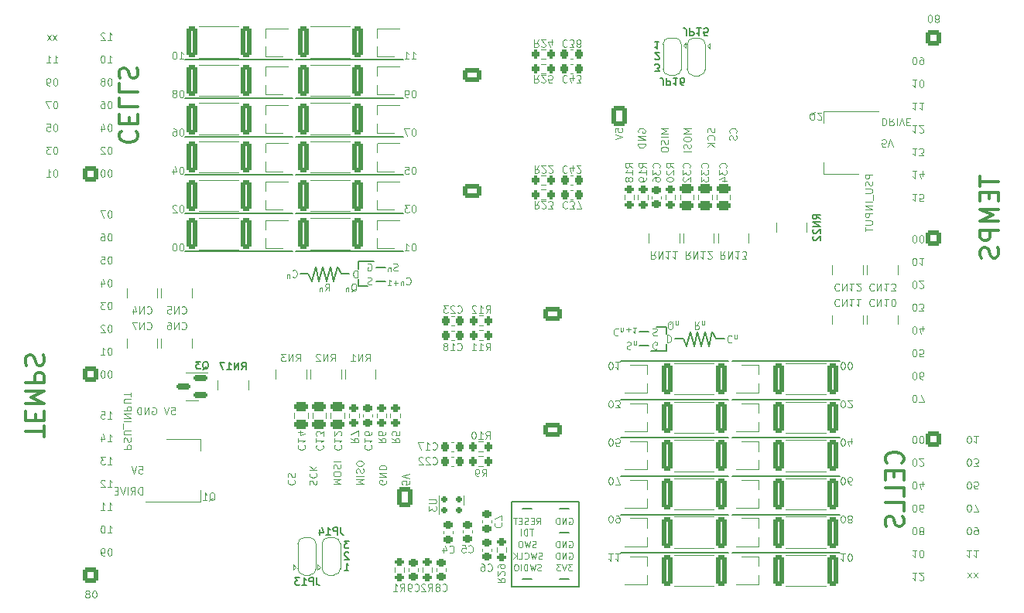
<source format=gbo>
%TF.GenerationSoftware,KiCad,Pcbnew,(6.0.9)*%
%TF.CreationDate,2023-03-24T14:57:06+01:00*%
%TF.ProjectId,bms_monitor,626d735f-6d6f-46e6-9974-6f722e6b6963,rev?*%
%TF.SameCoordinates,Original*%
%TF.FileFunction,Legend,Bot*%
%TF.FilePolarity,Positive*%
%FSLAX46Y46*%
G04 Gerber Fmt 4.6, Leading zero omitted, Abs format (unit mm)*
G04 Created by KiCad (PCBNEW (6.0.9)) date 2023-03-24 14:57:06*
%MOMM*%
%LPD*%
G01*
G04 APERTURE LIST*
G04 Aperture macros list*
%AMRoundRect*
0 Rectangle with rounded corners*
0 $1 Rounding radius*
0 $2 $3 $4 $5 $6 $7 $8 $9 X,Y pos of 4 corners*
0 Add a 4 corners polygon primitive as box body*
4,1,4,$2,$3,$4,$5,$6,$7,$8,$9,$2,$3,0*
0 Add four circle primitives for the rounded corners*
1,1,$1+$1,$2,$3*
1,1,$1+$1,$4,$5*
1,1,$1+$1,$6,$7*
1,1,$1+$1,$8,$9*
0 Add four rect primitives between the rounded corners*
20,1,$1+$1,$2,$3,$4,$5,0*
20,1,$1+$1,$4,$5,$6,$7,0*
20,1,$1+$1,$6,$7,$8,$9,0*
20,1,$1+$1,$8,$9,$2,$3,0*%
%AMFreePoly0*
4,1,22,0.550000,-0.750000,0.000000,-0.750000,0.000000,-0.745033,-0.079941,-0.743568,-0.215256,-0.701293,-0.333266,-0.622738,-0.424486,-0.514219,-0.481581,-0.384460,-0.499164,-0.250000,-0.500000,-0.250000,-0.500000,0.250000,-0.499164,0.250000,-0.499963,0.256109,-0.478152,0.396186,-0.417904,0.524511,-0.324060,0.630769,-0.204165,0.706417,-0.067858,0.745374,0.000000,0.744959,0.000000,0.750000,
0.550000,0.750000,0.550000,-0.750000,0.550000,-0.750000,$1*%
%AMFreePoly1*
4,1,20,0.000000,0.744959,0.073905,0.744508,0.209726,0.703889,0.328688,0.626782,0.421226,0.519385,0.479903,0.390333,0.500000,0.250000,0.500000,-0.250000,0.499851,-0.262216,0.476331,-0.402017,0.414519,-0.529596,0.319384,-0.634700,0.198574,-0.708877,0.061801,-0.746166,0.000000,-0.745033,0.000000,-0.750000,-0.550000,-0.750000,-0.550000,0.750000,0.000000,0.750000,0.000000,0.744959,
0.000000,0.744959,$1*%
G04 Aperture macros list end*
%ADD10C,0.150000*%
%ADD11C,0.120000*%
%ADD12C,0.300000*%
%ADD13RoundRect,0.150000X0.587500X0.150000X-0.587500X0.150000X-0.587500X-0.150000X0.587500X-0.150000X0*%
%ADD14C,5.600000*%
%ADD15C,1.700000*%
%ADD16RoundRect,0.250000X-0.600000X-0.600000X0.600000X-0.600000X0.600000X0.600000X-0.600000X0.600000X0*%
%ADD17C,1.270000*%
%ADD18RoundRect,0.250001X0.759999X-0.499999X0.759999X0.499999X-0.759999X0.499999X-0.759999X-0.499999X0*%
%ADD19O,2.020000X1.500000*%
%ADD20RoundRect,0.250000X0.600000X0.600000X-0.600000X0.600000X-0.600000X-0.600000X0.600000X-0.600000X0*%
%ADD21C,1.300000*%
%ADD22RoundRect,0.250000X-0.600000X0.850000X-0.600000X-0.850000X0.600000X-0.850000X0.600000X0.850000X0*%
%ADD23O,1.700000X2.200000*%
%ADD24RoundRect,0.250000X0.600000X-0.850000X0.600000X0.850000X-0.600000X0.850000X-0.600000X-0.850000X0*%
%ADD25RoundRect,0.250001X-0.759999X0.499999X-0.759999X-0.499999X0.759999X-0.499999X0.759999X0.499999X0*%
%ADD26O,1.700000X1.700000*%
%ADD27R,1.700000X1.700000*%
%ADD28RoundRect,0.250000X0.362500X1.425000X-0.362500X1.425000X-0.362500X-1.425000X0.362500X-1.425000X0*%
%ADD29R,1.220000X0.650000*%
%ADD30FreePoly0,90.000000*%
%ADD31R,1.500000X1.000000*%
%ADD32FreePoly1,90.000000*%
%ADD33RoundRect,0.250000X-0.362500X-1.425000X0.362500X-1.425000X0.362500X1.425000X-0.362500X1.425000X0*%
%ADD34RoundRect,0.200000X0.200000X0.275000X-0.200000X0.275000X-0.200000X-0.275000X0.200000X-0.275000X0*%
%ADD35R,0.500000X0.800000*%
%ADD36R,0.400000X0.800000*%
%ADD37RoundRect,0.250000X-0.475000X0.250000X-0.475000X-0.250000X0.475000X-0.250000X0.475000X0.250000X0*%
%ADD38RoundRect,0.200000X-0.275000X0.200000X-0.275000X-0.200000X0.275000X-0.200000X0.275000X0.200000X0*%
%ADD39RoundRect,0.200000X-0.200000X-0.275000X0.200000X-0.275000X0.200000X0.275000X-0.200000X0.275000X0*%
%ADD40RoundRect,0.225000X0.250000X-0.225000X0.250000X0.225000X-0.250000X0.225000X-0.250000X-0.225000X0*%
%ADD41RoundRect,0.225000X-0.225000X-0.250000X0.225000X-0.250000X0.225000X0.250000X-0.225000X0.250000X0*%
%ADD42R,2.000000X1.500000*%
%ADD43R,2.000000X3.800000*%
%ADD44RoundRect,0.187500X0.187500X-0.187500X0.187500X0.187500X-0.187500X0.187500X-0.187500X-0.187500X0*%
%ADD45RoundRect,0.200000X0.275000X-0.200000X0.275000X0.200000X-0.275000X0.200000X-0.275000X-0.200000X0*%
%ADD46RoundRect,0.225000X-0.250000X0.225000X-0.250000X-0.225000X0.250000X-0.225000X0.250000X0.225000X0*%
%ADD47FreePoly0,270.000000*%
%ADD48FreePoly1,270.000000*%
%ADD49RoundRect,0.250000X0.475000X-0.250000X0.475000X0.250000X-0.475000X0.250000X-0.475000X-0.250000X0*%
%ADD50RoundRect,0.225000X0.225000X0.250000X-0.225000X0.250000X-0.225000X-0.250000X0.225000X-0.250000X0*%
G04 APERTURE END LIST*
D10*
X116400000Y-91800000D02*
X116000000Y-90200000D01*
X116000000Y-90200000D02*
X115600000Y-91800000D01*
X161550000Y-100550000D02*
X173300000Y-100550000D01*
X123600000Y-90300000D02*
X122600000Y-90300000D01*
X149400000Y-121550000D02*
X161150000Y-121550000D01*
X115600000Y-91800000D02*
X115200000Y-91000000D01*
X161550000Y-117350000D02*
X173300000Y-117350000D01*
X120650000Y-91550000D02*
X120650000Y-92300000D01*
X125600000Y-75950000D02*
X113850000Y-75950000D01*
X119700000Y-91000000D02*
X118800000Y-91000000D01*
X155300000Y-98100000D02*
X156200000Y-98100000D01*
X149400000Y-113150000D02*
X161150000Y-113150000D01*
X113450000Y-80150000D02*
X101700000Y-80150000D01*
X161550000Y-108950000D02*
X173300000Y-108950000D01*
X154350000Y-97550000D02*
X154350000Y-96800000D01*
X125600000Y-84350000D02*
X113850000Y-84350000D01*
X122600000Y-91800000D02*
X123600000Y-91800000D01*
X115200000Y-91000000D02*
X114300000Y-91000000D01*
X157800000Y-97300000D02*
X158200000Y-98900000D01*
X116800000Y-90200000D02*
X116400000Y-91800000D01*
X159000000Y-98900000D02*
X159400000Y-97300000D01*
X113450000Y-88550000D02*
X101700000Y-88550000D01*
X156600000Y-98900000D02*
X157000000Y-97300000D01*
X149400000Y-108950000D02*
X161150000Y-108950000D01*
X161550000Y-121550000D02*
X173300000Y-121550000D01*
X138633200Y-116738400D02*
X139649200Y-116738400D01*
X142697200Y-119329200D02*
X143713200Y-119329200D01*
X144830800Y-115925600D02*
X137464800Y-115925600D01*
X159800000Y-98100000D02*
X160700000Y-98100000D01*
X144830800Y-125272800D02*
X144830800Y-115925600D01*
X125600000Y-67550000D02*
X113850000Y-67550000D01*
X158200000Y-98900000D02*
X158600000Y-97300000D01*
X157000000Y-97300000D02*
X157400000Y-98900000D01*
X149400000Y-117350000D02*
X161150000Y-117350000D01*
X152400000Y-97300000D02*
X151400000Y-97300000D01*
X154350000Y-98650000D02*
X154350000Y-99450000D01*
X118400000Y-90200000D02*
X118000000Y-91800000D01*
X156200000Y-98100000D02*
X156600000Y-98900000D01*
X117200000Y-91800000D02*
X116800000Y-90200000D01*
X151400000Y-98800000D02*
X152400000Y-98800000D01*
X161550000Y-104750000D02*
X173300000Y-104750000D01*
X113450000Y-67550000D02*
X101700000Y-67550000D01*
X117600000Y-90200000D02*
X117200000Y-91800000D01*
X158600000Y-97300000D02*
X159000000Y-98900000D01*
X113450000Y-75950000D02*
X101700000Y-75950000D01*
X113450000Y-84350000D02*
X101700000Y-84350000D01*
X113450000Y-71750000D02*
X101700000Y-71750000D01*
X154350000Y-99450000D02*
X152650000Y-99450000D01*
X149400000Y-100550000D02*
X161150000Y-100550000D01*
X159400000Y-97300000D02*
X159800000Y-98100000D01*
X120650000Y-92300000D02*
X121700000Y-92300000D01*
X118800000Y-91000000D02*
X118400000Y-90200000D01*
X142697200Y-116738400D02*
X143713200Y-116738400D01*
X118000000Y-91800000D02*
X117600000Y-90200000D01*
X125600000Y-88550000D02*
X113850000Y-88550000D01*
X125600000Y-71750000D02*
X113850000Y-71750000D01*
X142697200Y-124409200D02*
X143713200Y-124409200D01*
X149400000Y-104750000D02*
X161150000Y-104750000D01*
X154350000Y-96800000D02*
X153300000Y-96800000D01*
X125600000Y-80150000D02*
X113850000Y-80150000D01*
X120650000Y-89650000D02*
X122350000Y-89650000D01*
X137464800Y-125272800D02*
X144830800Y-125272800D01*
X138633200Y-124409200D02*
X139649200Y-124409200D01*
X157400000Y-98900000D02*
X157800000Y-97300000D01*
X120650000Y-90450000D02*
X120650000Y-89650000D01*
X137464800Y-115925600D02*
X137464800Y-125272800D01*
X161550000Y-113150000D02*
X173300000Y-113150000D01*
D11*
X93519047Y-84061904D02*
X93442857Y-84061904D01*
X93366666Y-84100000D01*
X93328571Y-84138095D01*
X93290476Y-84214285D01*
X93252380Y-84366666D01*
X93252380Y-84557142D01*
X93290476Y-84709523D01*
X93328571Y-84785714D01*
X93366666Y-84823809D01*
X93442857Y-84861904D01*
X93519047Y-84861904D01*
X93595238Y-84823809D01*
X93633333Y-84785714D01*
X93671428Y-84709523D01*
X93709523Y-84557142D01*
X93709523Y-84366666D01*
X93671428Y-84214285D01*
X93633333Y-84138095D01*
X93595238Y-84100000D01*
X93519047Y-84061904D01*
X92985714Y-84061904D02*
X92452380Y-84061904D01*
X92795238Y-84861904D01*
X155115238Y-96161904D02*
X155039047Y-96200000D01*
X154962857Y-96276190D01*
X154848571Y-96390476D01*
X154772380Y-96428571D01*
X154696190Y-96428571D01*
X154734285Y-96238095D02*
X154658095Y-96276190D01*
X154581904Y-96352380D01*
X154543809Y-96504761D01*
X154543809Y-96771428D01*
X154581904Y-96923809D01*
X154658095Y-97000000D01*
X154734285Y-97038095D01*
X154886666Y-97038095D01*
X154962857Y-97000000D01*
X155039047Y-96923809D01*
X155077142Y-96771428D01*
X155077142Y-96504761D01*
X155039047Y-96352380D01*
X154962857Y-96276190D01*
X154886666Y-96238095D01*
X154734285Y-96238095D01*
X155381904Y-96577142D02*
X155381904Y-96150476D01*
X155381904Y-96516190D02*
X155412380Y-96546666D01*
X155473333Y-96577142D01*
X155564761Y-96577142D01*
X155625714Y-96546666D01*
X155656190Y-96485714D01*
X155656190Y-96150476D01*
X97031523Y-115161904D02*
X97031523Y-114361904D01*
X96841047Y-114361904D01*
X96726761Y-114400000D01*
X96650571Y-114476190D01*
X96612476Y-114552380D01*
X96574380Y-114704761D01*
X96574380Y-114819047D01*
X96612476Y-114971428D01*
X96650571Y-115047619D01*
X96726761Y-115123809D01*
X96841047Y-115161904D01*
X97031523Y-115161904D01*
X95774380Y-115161904D02*
X96041047Y-114780952D01*
X96231523Y-115161904D02*
X96231523Y-114361904D01*
X95926761Y-114361904D01*
X95850571Y-114400000D01*
X95812476Y-114438095D01*
X95774380Y-114514285D01*
X95774380Y-114628571D01*
X95812476Y-114704761D01*
X95850571Y-114742857D01*
X95926761Y-114780952D01*
X96231523Y-114780952D01*
X95431523Y-115161904D02*
X95431523Y-114361904D01*
X95164857Y-114361904D02*
X94898190Y-115161904D01*
X94631523Y-114361904D01*
X94364857Y-114742857D02*
X94098190Y-114742857D01*
X93983904Y-115161904D02*
X94364857Y-115161904D01*
X94364857Y-114361904D01*
X93983904Y-114361904D01*
X181480952Y-100038095D02*
X181557142Y-100038095D01*
X181633333Y-100000000D01*
X181671428Y-99961904D01*
X181709523Y-99885714D01*
X181747619Y-99733333D01*
X181747619Y-99542857D01*
X181709523Y-99390476D01*
X181671428Y-99314285D01*
X181633333Y-99276190D01*
X181557142Y-99238095D01*
X181480952Y-99238095D01*
X181404761Y-99276190D01*
X181366666Y-99314285D01*
X181328571Y-99390476D01*
X181290476Y-99542857D01*
X181290476Y-99733333D01*
X181328571Y-99885714D01*
X181366666Y-99961904D01*
X181404761Y-100000000D01*
X181480952Y-100038095D01*
X182471428Y-100038095D02*
X182090476Y-100038095D01*
X182052380Y-99657142D01*
X182090476Y-99695238D01*
X182166666Y-99733333D01*
X182357142Y-99733333D01*
X182433333Y-99695238D01*
X182471428Y-99657142D01*
X182509523Y-99580952D01*
X182509523Y-99390476D01*
X182471428Y-99314285D01*
X182433333Y-99276190D01*
X182357142Y-99238095D01*
X182166666Y-99238095D01*
X182090476Y-99276190D01*
X182052380Y-99314285D01*
X173630952Y-118238095D02*
X173707142Y-118238095D01*
X173783333Y-118200000D01*
X173821428Y-118161904D01*
X173859523Y-118085714D01*
X173897619Y-117933333D01*
X173897619Y-117742857D01*
X173859523Y-117590476D01*
X173821428Y-117514285D01*
X173783333Y-117476190D01*
X173707142Y-117438095D01*
X173630952Y-117438095D01*
X173554761Y-117476190D01*
X173516666Y-117514285D01*
X173478571Y-117590476D01*
X173440476Y-117742857D01*
X173440476Y-117933333D01*
X173478571Y-118085714D01*
X173516666Y-118161904D01*
X173554761Y-118200000D01*
X173630952Y-118238095D01*
X174354761Y-117895238D02*
X174278571Y-117933333D01*
X174240476Y-117971428D01*
X174202380Y-118047619D01*
X174202380Y-118085714D01*
X174240476Y-118161904D01*
X174278571Y-118200000D01*
X174354761Y-118238095D01*
X174507142Y-118238095D01*
X174583333Y-118200000D01*
X174621428Y-118161904D01*
X174659523Y-118085714D01*
X174659523Y-118047619D01*
X174621428Y-117971428D01*
X174583333Y-117933333D01*
X174507142Y-117895238D01*
X174354761Y-117895238D01*
X174278571Y-117857142D01*
X174240476Y-117819047D01*
X174202380Y-117742857D01*
X174202380Y-117590476D01*
X174240476Y-117514285D01*
X174278571Y-117476190D01*
X174354761Y-117438095D01*
X174507142Y-117438095D01*
X174583333Y-117476190D01*
X174621428Y-117514285D01*
X174659523Y-117590476D01*
X174659523Y-117742857D01*
X174621428Y-117819047D01*
X174583333Y-117857142D01*
X174507142Y-117895238D01*
X187430952Y-109538095D02*
X187507142Y-109538095D01*
X187583333Y-109500000D01*
X187621428Y-109461904D01*
X187659523Y-109385714D01*
X187697619Y-109233333D01*
X187697619Y-109042857D01*
X187659523Y-108890476D01*
X187621428Y-108814285D01*
X187583333Y-108776190D01*
X187507142Y-108738095D01*
X187430952Y-108738095D01*
X187354761Y-108776190D01*
X187316666Y-108814285D01*
X187278571Y-108890476D01*
X187240476Y-109042857D01*
X187240476Y-109233333D01*
X187278571Y-109385714D01*
X187316666Y-109461904D01*
X187354761Y-109500000D01*
X187430952Y-109538095D01*
X188459523Y-108738095D02*
X188002380Y-108738095D01*
X188230952Y-108738095D02*
X188230952Y-109538095D01*
X188154761Y-109423809D01*
X188078571Y-109347619D01*
X188002380Y-109309523D01*
X126769047Y-79261904D02*
X126692857Y-79261904D01*
X126616666Y-79300000D01*
X126578571Y-79338095D01*
X126540476Y-79414285D01*
X126502380Y-79566666D01*
X126502380Y-79757142D01*
X126540476Y-79909523D01*
X126578571Y-79985714D01*
X126616666Y-80023809D01*
X126692857Y-80061904D01*
X126769047Y-80061904D01*
X126845238Y-80023809D01*
X126883333Y-79985714D01*
X126921428Y-79909523D01*
X126959523Y-79757142D01*
X126959523Y-79566666D01*
X126921428Y-79414285D01*
X126883333Y-79338095D01*
X126845238Y-79300000D01*
X126769047Y-79261904D01*
X125778571Y-79261904D02*
X126159523Y-79261904D01*
X126197619Y-79642857D01*
X126159523Y-79604761D01*
X126083333Y-79566666D01*
X125892857Y-79566666D01*
X125816666Y-79604761D01*
X125778571Y-79642857D01*
X125740476Y-79719047D01*
X125740476Y-79909523D01*
X125778571Y-79985714D01*
X125816666Y-80023809D01*
X125892857Y-80061904D01*
X126083333Y-80061904D01*
X126159523Y-80023809D01*
X126197619Y-79985714D01*
D12*
X180139885Y-111723857D02*
X180235123Y-111628619D01*
X180330361Y-111342904D01*
X180330361Y-111152428D01*
X180235123Y-110866714D01*
X180044647Y-110676238D01*
X179854171Y-110581000D01*
X179473219Y-110485761D01*
X179187504Y-110485761D01*
X178806552Y-110581000D01*
X178616076Y-110676238D01*
X178425600Y-110866714D01*
X178330361Y-111152428D01*
X178330361Y-111342904D01*
X178425600Y-111628619D01*
X178520838Y-111723857D01*
X179282742Y-112581000D02*
X179282742Y-113247666D01*
X180330361Y-113533380D02*
X180330361Y-112581000D01*
X178330361Y-112581000D01*
X178330361Y-113533380D01*
X180330361Y-115342904D02*
X180330361Y-114390523D01*
X178330361Y-114390523D01*
X180330361Y-116961952D02*
X180330361Y-116009571D01*
X178330361Y-116009571D01*
X180235123Y-117533380D02*
X180330361Y-117819095D01*
X180330361Y-118295285D01*
X180235123Y-118485761D01*
X180139885Y-118581000D01*
X179949409Y-118676238D01*
X179758933Y-118676238D01*
X179568457Y-118581000D01*
X179473219Y-118485761D01*
X179377980Y-118295285D01*
X179282742Y-117914333D01*
X179187504Y-117723857D01*
X179092266Y-117628619D01*
X178901790Y-117533380D01*
X178711314Y-117533380D01*
X178520838Y-117628619D01*
X178425600Y-117723857D01*
X178330361Y-117914333D01*
X178330361Y-118390523D01*
X178425600Y-118676238D01*
D11*
X126769047Y-83461904D02*
X126692857Y-83461904D01*
X126616666Y-83500000D01*
X126578571Y-83538095D01*
X126540476Y-83614285D01*
X126502380Y-83766666D01*
X126502380Y-83957142D01*
X126540476Y-84109523D01*
X126578571Y-84185714D01*
X126616666Y-84223809D01*
X126692857Y-84261904D01*
X126769047Y-84261904D01*
X126845238Y-84223809D01*
X126883333Y-84185714D01*
X126921428Y-84109523D01*
X126959523Y-83957142D01*
X126959523Y-83766666D01*
X126921428Y-83614285D01*
X126883333Y-83538095D01*
X126845238Y-83500000D01*
X126769047Y-83461904D01*
X126235714Y-83461904D02*
X125740476Y-83461904D01*
X126007142Y-83766666D01*
X125892857Y-83766666D01*
X125816666Y-83804761D01*
X125778571Y-83842857D01*
X125740476Y-83919047D01*
X125740476Y-84109523D01*
X125778571Y-84185714D01*
X125816666Y-84223809D01*
X125892857Y-84261904D01*
X126121428Y-84261904D01*
X126197619Y-84223809D01*
X126235714Y-84185714D01*
X181480952Y-105038095D02*
X181557142Y-105038095D01*
X181633333Y-105000000D01*
X181671428Y-104961904D01*
X181709523Y-104885714D01*
X181747619Y-104733333D01*
X181747619Y-104542857D01*
X181709523Y-104390476D01*
X181671428Y-104314285D01*
X181633333Y-104276190D01*
X181557142Y-104238095D01*
X181480952Y-104238095D01*
X181404761Y-104276190D01*
X181366666Y-104314285D01*
X181328571Y-104390476D01*
X181290476Y-104542857D01*
X181290476Y-104733333D01*
X181328571Y-104885714D01*
X181366666Y-104961904D01*
X181404761Y-105000000D01*
X181480952Y-105038095D01*
X182014285Y-105038095D02*
X182547619Y-105038095D01*
X182204761Y-104238095D01*
X101369047Y-75061904D02*
X101292857Y-75061904D01*
X101216666Y-75100000D01*
X101178571Y-75138095D01*
X101140476Y-75214285D01*
X101102380Y-75366666D01*
X101102380Y-75557142D01*
X101140476Y-75709523D01*
X101178571Y-75785714D01*
X101216666Y-75823809D01*
X101292857Y-75861904D01*
X101369047Y-75861904D01*
X101445238Y-75823809D01*
X101483333Y-75785714D01*
X101521428Y-75709523D01*
X101559523Y-75557142D01*
X101559523Y-75366666D01*
X101521428Y-75214285D01*
X101483333Y-75138095D01*
X101445238Y-75100000D01*
X101369047Y-75061904D01*
X100416666Y-75061904D02*
X100569047Y-75061904D01*
X100645238Y-75100000D01*
X100683333Y-75138095D01*
X100759523Y-75252380D01*
X100797619Y-75404761D01*
X100797619Y-75709523D01*
X100759523Y-75785714D01*
X100721428Y-75823809D01*
X100645238Y-75861904D01*
X100492857Y-75861904D01*
X100416666Y-75823809D01*
X100378571Y-75785714D01*
X100340476Y-75709523D01*
X100340476Y-75519047D01*
X100378571Y-75442857D01*
X100416666Y-75404761D01*
X100492857Y-75366666D01*
X100645238Y-75366666D01*
X100721428Y-75404761D01*
X100759523Y-75442857D01*
X100797619Y-75519047D01*
X181747619Y-123738095D02*
X181290476Y-123738095D01*
X181519047Y-123738095D02*
X181519047Y-124538095D01*
X181442857Y-124423809D01*
X181366666Y-124347619D01*
X181290476Y-124309523D01*
X182052380Y-124461904D02*
X182090476Y-124500000D01*
X182166666Y-124538095D01*
X182357142Y-124538095D01*
X182433333Y-124500000D01*
X182471428Y-124461904D01*
X182509523Y-124385714D01*
X182509523Y-124309523D01*
X182471428Y-124195238D01*
X182014285Y-123738095D01*
X182509523Y-123738095D01*
X93519047Y-99061904D02*
X93442857Y-99061904D01*
X93366666Y-99100000D01*
X93328571Y-99138095D01*
X93290476Y-99214285D01*
X93252380Y-99366666D01*
X93252380Y-99557142D01*
X93290476Y-99709523D01*
X93328571Y-99785714D01*
X93366666Y-99823809D01*
X93442857Y-99861904D01*
X93519047Y-99861904D01*
X93595238Y-99823809D01*
X93633333Y-99785714D01*
X93671428Y-99709523D01*
X93709523Y-99557142D01*
X93709523Y-99366666D01*
X93671428Y-99214285D01*
X93633333Y-99138095D01*
X93595238Y-99100000D01*
X93519047Y-99061904D01*
X92490476Y-99861904D02*
X92947619Y-99861904D01*
X92719047Y-99861904D02*
X92719047Y-99061904D01*
X92795238Y-99176190D01*
X92871428Y-99252380D01*
X92947619Y-99290476D01*
X148497619Y-121638095D02*
X148040476Y-121638095D01*
X148269047Y-121638095D02*
X148269047Y-122438095D01*
X148192857Y-122323809D01*
X148116666Y-122247619D01*
X148040476Y-122209523D01*
X149259523Y-121638095D02*
X148802380Y-121638095D01*
X149030952Y-121638095D02*
X149030952Y-122438095D01*
X148954761Y-122323809D01*
X148878571Y-122247619D01*
X148802380Y-122209523D01*
X93519047Y-91561904D02*
X93442857Y-91561904D01*
X93366666Y-91600000D01*
X93328571Y-91638095D01*
X93290476Y-91714285D01*
X93252380Y-91866666D01*
X93252380Y-92057142D01*
X93290476Y-92209523D01*
X93328571Y-92285714D01*
X93366666Y-92323809D01*
X93442857Y-92361904D01*
X93519047Y-92361904D01*
X93595238Y-92323809D01*
X93633333Y-92285714D01*
X93671428Y-92209523D01*
X93709523Y-92057142D01*
X93709523Y-91866666D01*
X93671428Y-91714285D01*
X93633333Y-91638095D01*
X93595238Y-91600000D01*
X93519047Y-91561904D01*
X92566666Y-91828571D02*
X92566666Y-92361904D01*
X92757142Y-91523809D02*
X92947619Y-92095238D01*
X92452380Y-92095238D01*
X161525619Y-97814285D02*
X161487523Y-97776190D01*
X161373238Y-97738095D01*
X161297047Y-97738095D01*
X161182761Y-97776190D01*
X161106571Y-97852380D01*
X161068476Y-97928571D01*
X161030380Y-98080952D01*
X161030380Y-98195238D01*
X161068476Y-98347619D01*
X161106571Y-98423809D01*
X161182761Y-98500000D01*
X161297047Y-98538095D01*
X161373238Y-98538095D01*
X161487523Y-98500000D01*
X161525619Y-98461904D01*
X161830380Y-98077142D02*
X161830380Y-97650476D01*
X161830380Y-98016190D02*
X161860857Y-98046666D01*
X161921809Y-98077142D01*
X162013238Y-98077142D01*
X162074190Y-98046666D01*
X162104666Y-97985714D01*
X162104666Y-97650476D01*
X125911333Y-92085714D02*
X125949428Y-92123809D01*
X126063714Y-92161904D01*
X126139904Y-92161904D01*
X126254190Y-92123809D01*
X126330380Y-92047619D01*
X126368476Y-91971428D01*
X126406571Y-91819047D01*
X126406571Y-91704761D01*
X126368476Y-91552380D01*
X126330380Y-91476190D01*
X126254190Y-91400000D01*
X126139904Y-91361904D01*
X126063714Y-91361904D01*
X125949428Y-91400000D01*
X125911333Y-91438095D01*
X125606571Y-91822857D02*
X125606571Y-92249523D01*
X125606571Y-91883809D02*
X125576095Y-91853333D01*
X125515142Y-91822857D01*
X125423714Y-91822857D01*
X125362761Y-91853333D01*
X125332285Y-91914285D01*
X125332285Y-92249523D01*
X125027523Y-92005714D02*
X124539904Y-92005714D01*
X124783714Y-92249523D02*
X124783714Y-91761904D01*
X123899904Y-92249523D02*
X124265619Y-92249523D01*
X124082761Y-92249523D02*
X124082761Y-91609523D01*
X124143714Y-91700952D01*
X124204666Y-91761904D01*
X124265619Y-91792380D01*
X181480952Y-95038095D02*
X181557142Y-95038095D01*
X181633333Y-95000000D01*
X181671428Y-94961904D01*
X181709523Y-94885714D01*
X181747619Y-94733333D01*
X181747619Y-94542857D01*
X181709523Y-94390476D01*
X181671428Y-94314285D01*
X181633333Y-94276190D01*
X181557142Y-94238095D01*
X181480952Y-94238095D01*
X181404761Y-94276190D01*
X181366666Y-94314285D01*
X181328571Y-94390476D01*
X181290476Y-94542857D01*
X181290476Y-94733333D01*
X181328571Y-94885714D01*
X181366666Y-94961904D01*
X181404761Y-95000000D01*
X181480952Y-95038095D01*
X182014285Y-95038095D02*
X182509523Y-95038095D01*
X182242857Y-94733333D01*
X182357142Y-94733333D01*
X182433333Y-94695238D01*
X182471428Y-94657142D01*
X182509523Y-94580952D01*
X182509523Y-94390476D01*
X182471428Y-94314285D01*
X182433333Y-94276190D01*
X182357142Y-94238095D01*
X182128571Y-94238095D01*
X182052380Y-94276190D01*
X182014285Y-94314285D01*
X173630952Y-114038095D02*
X173707142Y-114038095D01*
X173783333Y-114000000D01*
X173821428Y-113961904D01*
X173859523Y-113885714D01*
X173897619Y-113733333D01*
X173897619Y-113542857D01*
X173859523Y-113390476D01*
X173821428Y-113314285D01*
X173783333Y-113276190D01*
X173707142Y-113238095D01*
X173630952Y-113238095D01*
X173554761Y-113276190D01*
X173516666Y-113314285D01*
X173478571Y-113390476D01*
X173440476Y-113542857D01*
X173440476Y-113733333D01*
X173478571Y-113885714D01*
X173516666Y-113961904D01*
X173554761Y-114000000D01*
X173630952Y-114038095D01*
X174583333Y-114038095D02*
X174430952Y-114038095D01*
X174354761Y-114000000D01*
X174316666Y-113961904D01*
X174240476Y-113847619D01*
X174202380Y-113695238D01*
X174202380Y-113390476D01*
X174240476Y-113314285D01*
X174278571Y-113276190D01*
X174354761Y-113238095D01*
X174507142Y-113238095D01*
X174583333Y-113276190D01*
X174621428Y-113314285D01*
X174659523Y-113390476D01*
X174659523Y-113580952D01*
X174621428Y-113657142D01*
X174583333Y-113695238D01*
X174507142Y-113733333D01*
X174354761Y-113733333D01*
X174278571Y-113695238D01*
X174240476Y-113657142D01*
X174202380Y-113580952D01*
X148230952Y-109838095D02*
X148307142Y-109838095D01*
X148383333Y-109800000D01*
X148421428Y-109761904D01*
X148459523Y-109685714D01*
X148497619Y-109533333D01*
X148497619Y-109342857D01*
X148459523Y-109190476D01*
X148421428Y-109114285D01*
X148383333Y-109076190D01*
X148307142Y-109038095D01*
X148230952Y-109038095D01*
X148154761Y-109076190D01*
X148116666Y-109114285D01*
X148078571Y-109190476D01*
X148040476Y-109342857D01*
X148040476Y-109533333D01*
X148078571Y-109685714D01*
X148116666Y-109761904D01*
X148154761Y-109800000D01*
X148230952Y-109838095D01*
X149221428Y-109838095D02*
X148840476Y-109838095D01*
X148802380Y-109457142D01*
X148840476Y-109495238D01*
X148916666Y-109533333D01*
X149107142Y-109533333D01*
X149183333Y-109495238D01*
X149221428Y-109457142D01*
X149259523Y-109380952D01*
X149259523Y-109190476D01*
X149221428Y-109114285D01*
X149183333Y-109076190D01*
X149107142Y-109038095D01*
X148916666Y-109038095D01*
X148840476Y-109076190D01*
X148802380Y-109114285D01*
X159623809Y-75030380D02*
X159661904Y-75144666D01*
X159661904Y-75335142D01*
X159623809Y-75411333D01*
X159585714Y-75449428D01*
X159509523Y-75487523D01*
X159433333Y-75487523D01*
X159357142Y-75449428D01*
X159319047Y-75411333D01*
X159280952Y-75335142D01*
X159242857Y-75182761D01*
X159204761Y-75106571D01*
X159166666Y-75068476D01*
X159090476Y-75030380D01*
X159014285Y-75030380D01*
X158938095Y-75068476D01*
X158900000Y-75106571D01*
X158861904Y-75182761D01*
X158861904Y-75373238D01*
X158900000Y-75487523D01*
X159585714Y-76287523D02*
X159623809Y-76249428D01*
X159661904Y-76135142D01*
X159661904Y-76058952D01*
X159623809Y-75944666D01*
X159547619Y-75868476D01*
X159471428Y-75830380D01*
X159319047Y-75792285D01*
X159204761Y-75792285D01*
X159052380Y-75830380D01*
X158976190Y-75868476D01*
X158900000Y-75944666D01*
X158861904Y-76058952D01*
X158861904Y-76135142D01*
X158900000Y-76249428D01*
X158938095Y-76287523D01*
X159661904Y-76630380D02*
X158861904Y-76630380D01*
X159661904Y-77087523D02*
X159204761Y-76744666D01*
X158861904Y-77087523D02*
X159319047Y-76630380D01*
X113014285Y-113574380D02*
X112976190Y-113612476D01*
X112938095Y-113726761D01*
X112938095Y-113802952D01*
X112976190Y-113917238D01*
X113052380Y-113993428D01*
X113128571Y-114031523D01*
X113280952Y-114069619D01*
X113395238Y-114069619D01*
X113547619Y-114031523D01*
X113623809Y-113993428D01*
X113700000Y-113917238D01*
X113738095Y-113802952D01*
X113738095Y-113726761D01*
X113700000Y-113612476D01*
X113661904Y-113574380D01*
X112976190Y-113269619D02*
X112938095Y-113155333D01*
X112938095Y-112964857D01*
X112976190Y-112888666D01*
X113014285Y-112850571D01*
X113090476Y-112812476D01*
X113166666Y-112812476D01*
X113242857Y-112850571D01*
X113280952Y-112888666D01*
X113319047Y-112964857D01*
X113357142Y-113117238D01*
X113395238Y-113193428D01*
X113433333Y-113231523D01*
X113509523Y-113269619D01*
X113585714Y-113269619D01*
X113661904Y-113231523D01*
X113700000Y-113193428D01*
X113738095Y-113117238D01*
X113738095Y-112926761D01*
X113700000Y-112812476D01*
X187697619Y-121238095D02*
X187240476Y-121238095D01*
X187469047Y-121238095D02*
X187469047Y-122038095D01*
X187392857Y-121923809D01*
X187316666Y-121847619D01*
X187240476Y-121809523D01*
X188459523Y-121238095D02*
X188002380Y-121238095D01*
X188230952Y-121238095D02*
X188230952Y-122038095D01*
X188154761Y-121923809D01*
X188078571Y-121847619D01*
X188002380Y-121809523D01*
X87302380Y-67861904D02*
X87759523Y-67861904D01*
X87530952Y-67861904D02*
X87530952Y-67061904D01*
X87607142Y-67176190D01*
X87683333Y-67252380D01*
X87759523Y-67290476D01*
X86540476Y-67861904D02*
X86997619Y-67861904D01*
X86769047Y-67861904D02*
X86769047Y-67061904D01*
X86845238Y-67176190D01*
X86921428Y-67252380D01*
X86997619Y-67290476D01*
X87569047Y-77061904D02*
X87492857Y-77061904D01*
X87416666Y-77100000D01*
X87378571Y-77138095D01*
X87340476Y-77214285D01*
X87302380Y-77366666D01*
X87302380Y-77557142D01*
X87340476Y-77709523D01*
X87378571Y-77785714D01*
X87416666Y-77823809D01*
X87492857Y-77861904D01*
X87569047Y-77861904D01*
X87645238Y-77823809D01*
X87683333Y-77785714D01*
X87721428Y-77709523D01*
X87759523Y-77557142D01*
X87759523Y-77366666D01*
X87721428Y-77214285D01*
X87683333Y-77138095D01*
X87645238Y-77100000D01*
X87569047Y-77061904D01*
X87035714Y-77061904D02*
X86540476Y-77061904D01*
X86807142Y-77366666D01*
X86692857Y-77366666D01*
X86616666Y-77404761D01*
X86578571Y-77442857D01*
X86540476Y-77519047D01*
X86540476Y-77709523D01*
X86578571Y-77785714D01*
X86616666Y-77823809D01*
X86692857Y-77861904D01*
X86921428Y-77861904D01*
X86997619Y-77823809D01*
X87035714Y-77785714D01*
X87569047Y-72061904D02*
X87492857Y-72061904D01*
X87416666Y-72100000D01*
X87378571Y-72138095D01*
X87340476Y-72214285D01*
X87302380Y-72366666D01*
X87302380Y-72557142D01*
X87340476Y-72709523D01*
X87378571Y-72785714D01*
X87416666Y-72823809D01*
X87492857Y-72861904D01*
X87569047Y-72861904D01*
X87645238Y-72823809D01*
X87683333Y-72785714D01*
X87721428Y-72709523D01*
X87759523Y-72557142D01*
X87759523Y-72366666D01*
X87721428Y-72214285D01*
X87683333Y-72138095D01*
X87645238Y-72100000D01*
X87569047Y-72061904D01*
X87035714Y-72061904D02*
X86502380Y-72061904D01*
X86845238Y-72861904D01*
X176911904Y-80118476D02*
X176111904Y-80118476D01*
X176111904Y-80423238D01*
X176150000Y-80499428D01*
X176188095Y-80537523D01*
X176264285Y-80575619D01*
X176378571Y-80575619D01*
X176454761Y-80537523D01*
X176492857Y-80499428D01*
X176530952Y-80423238D01*
X176530952Y-80118476D01*
X176873809Y-80880380D02*
X176911904Y-80994666D01*
X176911904Y-81185142D01*
X176873809Y-81261333D01*
X176835714Y-81299428D01*
X176759523Y-81337523D01*
X176683333Y-81337523D01*
X176607142Y-81299428D01*
X176569047Y-81261333D01*
X176530952Y-81185142D01*
X176492857Y-81032761D01*
X176454761Y-80956571D01*
X176416666Y-80918476D01*
X176340476Y-80880380D01*
X176264285Y-80880380D01*
X176188095Y-80918476D01*
X176150000Y-80956571D01*
X176111904Y-81032761D01*
X176111904Y-81223238D01*
X176150000Y-81337523D01*
X176111904Y-81680380D02*
X176759523Y-81680380D01*
X176835714Y-81718476D01*
X176873809Y-81756571D01*
X176911904Y-81832761D01*
X176911904Y-81985142D01*
X176873809Y-82061333D01*
X176835714Y-82099428D01*
X176759523Y-82137523D01*
X176111904Y-82137523D01*
X176988095Y-82328000D02*
X176988095Y-82937523D01*
X176911904Y-83128000D02*
X176111904Y-83128000D01*
X176911904Y-83508952D02*
X176111904Y-83508952D01*
X176911904Y-83966095D01*
X176111904Y-83966095D01*
X176911904Y-84347047D02*
X176111904Y-84347047D01*
X176111904Y-84651809D01*
X176150000Y-84728000D01*
X176188095Y-84766095D01*
X176264285Y-84804190D01*
X176378571Y-84804190D01*
X176454761Y-84766095D01*
X176492857Y-84728000D01*
X176530952Y-84651809D01*
X176530952Y-84347047D01*
X176111904Y-85147047D02*
X176759523Y-85147047D01*
X176835714Y-85185142D01*
X176873809Y-85223238D01*
X176911904Y-85299428D01*
X176911904Y-85451809D01*
X176873809Y-85528000D01*
X176835714Y-85566095D01*
X176759523Y-85604190D01*
X176111904Y-85604190D01*
X176111904Y-85870857D02*
X176111904Y-86328000D01*
X176911904Y-86099428D02*
X176111904Y-86099428D01*
X143738533Y-117760000D02*
X143805200Y-117726666D01*
X143905200Y-117726666D01*
X144005200Y-117760000D01*
X144071866Y-117826666D01*
X144105200Y-117893333D01*
X144138533Y-118026666D01*
X144138533Y-118126666D01*
X144105200Y-118260000D01*
X144071866Y-118326666D01*
X144005200Y-118393333D01*
X143905200Y-118426666D01*
X143838533Y-118426666D01*
X143738533Y-118393333D01*
X143705200Y-118360000D01*
X143705200Y-118126666D01*
X143838533Y-118126666D01*
X143405200Y-118426666D02*
X143405200Y-117726666D01*
X143005200Y-118426666D01*
X143005200Y-117726666D01*
X142671866Y-118426666D02*
X142671866Y-117726666D01*
X142505200Y-117726666D01*
X142405200Y-117760000D01*
X142338533Y-117826666D01*
X142305200Y-117893333D01*
X142271866Y-118026666D01*
X142271866Y-118126666D01*
X142305200Y-118260000D01*
X142338533Y-118326666D01*
X142405200Y-118393333D01*
X142505200Y-118426666D01*
X142671866Y-118426666D01*
X87569047Y-74561904D02*
X87492857Y-74561904D01*
X87416666Y-74600000D01*
X87378571Y-74638095D01*
X87340476Y-74714285D01*
X87302380Y-74866666D01*
X87302380Y-75057142D01*
X87340476Y-75209523D01*
X87378571Y-75285714D01*
X87416666Y-75323809D01*
X87492857Y-75361904D01*
X87569047Y-75361904D01*
X87645238Y-75323809D01*
X87683333Y-75285714D01*
X87721428Y-75209523D01*
X87759523Y-75057142D01*
X87759523Y-74866666D01*
X87721428Y-74714285D01*
X87683333Y-74638095D01*
X87645238Y-74600000D01*
X87569047Y-74561904D01*
X86578571Y-74561904D02*
X86959523Y-74561904D01*
X86997619Y-74942857D01*
X86959523Y-74904761D01*
X86883333Y-74866666D01*
X86692857Y-74866666D01*
X86616666Y-74904761D01*
X86578571Y-74942857D01*
X86540476Y-75019047D01*
X86540476Y-75209523D01*
X86578571Y-75285714D01*
X86616666Y-75323809D01*
X86692857Y-75361904D01*
X86883333Y-75361904D01*
X86959523Y-75323809D01*
X86997619Y-75285714D01*
X181480952Y-87538095D02*
X181557142Y-87538095D01*
X181633333Y-87500000D01*
X181671428Y-87461904D01*
X181709523Y-87385714D01*
X181747619Y-87233333D01*
X181747619Y-87042857D01*
X181709523Y-86890476D01*
X181671428Y-86814285D01*
X181633333Y-86776190D01*
X181557142Y-86738095D01*
X181480952Y-86738095D01*
X181404761Y-86776190D01*
X181366666Y-86814285D01*
X181328571Y-86890476D01*
X181290476Y-87042857D01*
X181290476Y-87233333D01*
X181328571Y-87385714D01*
X181366666Y-87461904D01*
X181404761Y-87500000D01*
X181480952Y-87538095D01*
X182242857Y-87538095D02*
X182319047Y-87538095D01*
X182395238Y-87500000D01*
X182433333Y-87461904D01*
X182471428Y-87385714D01*
X182509523Y-87233333D01*
X182509523Y-87042857D01*
X182471428Y-86890476D01*
X182433333Y-86814285D01*
X182395238Y-86776190D01*
X182319047Y-86738095D01*
X182242857Y-86738095D01*
X182166666Y-86776190D01*
X182128571Y-86814285D01*
X182090476Y-86890476D01*
X182052380Y-87042857D01*
X182052380Y-87233333D01*
X182090476Y-87385714D01*
X182128571Y-87461904D01*
X182166666Y-87500000D01*
X182242857Y-87538095D01*
X140107866Y-120933333D02*
X140007866Y-120966666D01*
X139841200Y-120966666D01*
X139774533Y-120933333D01*
X139741200Y-120900000D01*
X139707866Y-120833333D01*
X139707866Y-120766666D01*
X139741200Y-120700000D01*
X139774533Y-120666666D01*
X139841200Y-120633333D01*
X139974533Y-120600000D01*
X140041200Y-120566666D01*
X140074533Y-120533333D01*
X140107866Y-120466666D01*
X140107866Y-120400000D01*
X140074533Y-120333333D01*
X140041200Y-120300000D01*
X139974533Y-120266666D01*
X139807866Y-120266666D01*
X139707866Y-120300000D01*
X139474533Y-120266666D02*
X139307866Y-120966666D01*
X139174533Y-120466666D01*
X139041200Y-120966666D01*
X138874533Y-120266666D01*
X138474533Y-120266666D02*
X138341200Y-120266666D01*
X138274533Y-120300000D01*
X138207866Y-120366666D01*
X138174533Y-120500000D01*
X138174533Y-120733333D01*
X138207866Y-120866666D01*
X138274533Y-120933333D01*
X138341200Y-120966666D01*
X138474533Y-120966666D01*
X138541200Y-120933333D01*
X138607866Y-120866666D01*
X138641200Y-120733333D01*
X138641200Y-120500000D01*
X138607866Y-120366666D01*
X138541200Y-120300000D01*
X138474533Y-120266666D01*
X148230952Y-114038095D02*
X148307142Y-114038095D01*
X148383333Y-114000000D01*
X148421428Y-113961904D01*
X148459523Y-113885714D01*
X148497619Y-113733333D01*
X148497619Y-113542857D01*
X148459523Y-113390476D01*
X148421428Y-113314285D01*
X148383333Y-113276190D01*
X148307142Y-113238095D01*
X148230952Y-113238095D01*
X148154761Y-113276190D01*
X148116666Y-113314285D01*
X148078571Y-113390476D01*
X148040476Y-113542857D01*
X148040476Y-113733333D01*
X148078571Y-113885714D01*
X148116666Y-113961904D01*
X148154761Y-114000000D01*
X148230952Y-114038095D01*
X148764285Y-114038095D02*
X149297619Y-114038095D01*
X148954761Y-113238095D01*
X187430952Y-112038095D02*
X187507142Y-112038095D01*
X187583333Y-112000000D01*
X187621428Y-111961904D01*
X187659523Y-111885714D01*
X187697619Y-111733333D01*
X187697619Y-111542857D01*
X187659523Y-111390476D01*
X187621428Y-111314285D01*
X187583333Y-111276190D01*
X187507142Y-111238095D01*
X187430952Y-111238095D01*
X187354761Y-111276190D01*
X187316666Y-111314285D01*
X187278571Y-111390476D01*
X187240476Y-111542857D01*
X187240476Y-111733333D01*
X187278571Y-111885714D01*
X187316666Y-111961904D01*
X187354761Y-112000000D01*
X187430952Y-112038095D01*
X187964285Y-112038095D02*
X188459523Y-112038095D01*
X188192857Y-111733333D01*
X188307142Y-111733333D01*
X188383333Y-111695238D01*
X188421428Y-111657142D01*
X188459523Y-111580952D01*
X188459523Y-111390476D01*
X188421428Y-111314285D01*
X188383333Y-111276190D01*
X188307142Y-111238095D01*
X188078571Y-111238095D01*
X188002380Y-111276190D01*
X187964285Y-111314285D01*
X181747619Y-72238095D02*
X181290476Y-72238095D01*
X181519047Y-72238095D02*
X181519047Y-73038095D01*
X181442857Y-72923809D01*
X181366666Y-72847619D01*
X181290476Y-72809523D01*
X182509523Y-72238095D02*
X182052380Y-72238095D01*
X182280952Y-72238095D02*
X182280952Y-73038095D01*
X182204761Y-72923809D01*
X182128571Y-72847619D01*
X182052380Y-72809523D01*
X93519047Y-96561904D02*
X93442857Y-96561904D01*
X93366666Y-96600000D01*
X93328571Y-96638095D01*
X93290476Y-96714285D01*
X93252380Y-96866666D01*
X93252380Y-97057142D01*
X93290476Y-97209523D01*
X93328571Y-97285714D01*
X93366666Y-97323809D01*
X93442857Y-97361904D01*
X93519047Y-97361904D01*
X93595238Y-97323809D01*
X93633333Y-97285714D01*
X93671428Y-97209523D01*
X93709523Y-97057142D01*
X93709523Y-96866666D01*
X93671428Y-96714285D01*
X93633333Y-96638095D01*
X93595238Y-96600000D01*
X93519047Y-96561904D01*
X92947619Y-96638095D02*
X92909523Y-96600000D01*
X92833333Y-96561904D01*
X92642857Y-96561904D01*
X92566666Y-96600000D01*
X92528571Y-96638095D01*
X92490476Y-96714285D01*
X92490476Y-96790476D01*
X92528571Y-96904761D01*
X92985714Y-97361904D01*
X92490476Y-97361904D01*
X181747619Y-121238095D02*
X181290476Y-121238095D01*
X181519047Y-121238095D02*
X181519047Y-122038095D01*
X181442857Y-121923809D01*
X181366666Y-121847619D01*
X181290476Y-121809523D01*
X182242857Y-122038095D02*
X182319047Y-122038095D01*
X182395238Y-122000000D01*
X182433333Y-121961904D01*
X182471428Y-121885714D01*
X182509523Y-121733333D01*
X182509523Y-121542857D01*
X182471428Y-121390476D01*
X182433333Y-121314285D01*
X182395238Y-121276190D01*
X182319047Y-121238095D01*
X182242857Y-121238095D01*
X182166666Y-121276190D01*
X182128571Y-121314285D01*
X182090476Y-121390476D01*
X182052380Y-121542857D01*
X182052380Y-121733333D01*
X182090476Y-121885714D01*
X182128571Y-121961904D01*
X182166666Y-122000000D01*
X182242857Y-122038095D01*
X101369047Y-70861904D02*
X101292857Y-70861904D01*
X101216666Y-70900000D01*
X101178571Y-70938095D01*
X101140476Y-71014285D01*
X101102380Y-71166666D01*
X101102380Y-71357142D01*
X101140476Y-71509523D01*
X101178571Y-71585714D01*
X101216666Y-71623809D01*
X101292857Y-71661904D01*
X101369047Y-71661904D01*
X101445238Y-71623809D01*
X101483333Y-71585714D01*
X101521428Y-71509523D01*
X101559523Y-71357142D01*
X101559523Y-71166666D01*
X101521428Y-71014285D01*
X101483333Y-70938095D01*
X101445238Y-70900000D01*
X101369047Y-70861904D01*
X100645238Y-71204761D02*
X100721428Y-71166666D01*
X100759523Y-71128571D01*
X100797619Y-71052380D01*
X100797619Y-71014285D01*
X100759523Y-70938095D01*
X100721428Y-70900000D01*
X100645238Y-70861904D01*
X100492857Y-70861904D01*
X100416666Y-70900000D01*
X100378571Y-70938095D01*
X100340476Y-71014285D01*
X100340476Y-71052380D01*
X100378571Y-71128571D01*
X100416666Y-71166666D01*
X100492857Y-71204761D01*
X100645238Y-71204761D01*
X100721428Y-71242857D01*
X100759523Y-71280952D01*
X100797619Y-71357142D01*
X100797619Y-71509523D01*
X100759523Y-71585714D01*
X100721428Y-71623809D01*
X100645238Y-71661904D01*
X100492857Y-71661904D01*
X100416666Y-71623809D01*
X100378571Y-71585714D01*
X100340476Y-71509523D01*
X100340476Y-71357142D01*
X100378571Y-71280952D01*
X100416666Y-71242857D01*
X100492857Y-71204761D01*
X126502380Y-67461904D02*
X126959523Y-67461904D01*
X126730952Y-67461904D02*
X126730952Y-66661904D01*
X126807142Y-66776190D01*
X126883333Y-66852380D01*
X126959523Y-66890476D01*
X125740476Y-67461904D02*
X126197619Y-67461904D01*
X125969047Y-67461904D02*
X125969047Y-66661904D01*
X126045238Y-66776190D01*
X126121428Y-66852380D01*
X126197619Y-66890476D01*
X93252380Y-111861904D02*
X93709523Y-111861904D01*
X93480952Y-111861904D02*
X93480952Y-111061904D01*
X93557142Y-111176190D01*
X93633333Y-111252380D01*
X93709523Y-111290476D01*
X92985714Y-111061904D02*
X92490476Y-111061904D01*
X92757142Y-111366666D01*
X92642857Y-111366666D01*
X92566666Y-111404761D01*
X92528571Y-111442857D01*
X92490476Y-111519047D01*
X92490476Y-111709523D01*
X92528571Y-111785714D01*
X92566666Y-111823809D01*
X92642857Y-111861904D01*
X92871428Y-111861904D01*
X92947619Y-111823809D01*
X92985714Y-111785714D01*
D12*
X94735714Y-75357142D02*
X94640476Y-75452380D01*
X94545238Y-75738095D01*
X94545238Y-75928571D01*
X94640476Y-76214285D01*
X94830952Y-76404761D01*
X95021428Y-76500000D01*
X95402380Y-76595238D01*
X95688095Y-76595238D01*
X96069047Y-76500000D01*
X96259523Y-76404761D01*
X96450000Y-76214285D01*
X96545238Y-75928571D01*
X96545238Y-75738095D01*
X96450000Y-75452380D01*
X96354761Y-75357142D01*
X95592857Y-74500000D02*
X95592857Y-73833333D01*
X94545238Y-73547619D02*
X94545238Y-74500000D01*
X96545238Y-74500000D01*
X96545238Y-73547619D01*
X94545238Y-71738095D02*
X94545238Y-72690476D01*
X96545238Y-72690476D01*
X94545238Y-70119047D02*
X94545238Y-71071428D01*
X96545238Y-71071428D01*
X94640476Y-69547619D02*
X94545238Y-69261904D01*
X94545238Y-68785714D01*
X94640476Y-68595238D01*
X94735714Y-68500000D01*
X94926190Y-68404761D01*
X95116666Y-68404761D01*
X95307142Y-68500000D01*
X95402380Y-68595238D01*
X95497619Y-68785714D01*
X95592857Y-69166666D01*
X95688095Y-69357142D01*
X95783333Y-69452380D01*
X95973809Y-69547619D01*
X96164285Y-69547619D01*
X96354761Y-69452380D01*
X96450000Y-69357142D01*
X96545238Y-69166666D01*
X96545238Y-68690476D01*
X96450000Y-68404761D01*
D11*
X126769047Y-70861904D02*
X126692857Y-70861904D01*
X126616666Y-70900000D01*
X126578571Y-70938095D01*
X126540476Y-71014285D01*
X126502380Y-71166666D01*
X126502380Y-71357142D01*
X126540476Y-71509523D01*
X126578571Y-71585714D01*
X126616666Y-71623809D01*
X126692857Y-71661904D01*
X126769047Y-71661904D01*
X126845238Y-71623809D01*
X126883333Y-71585714D01*
X126921428Y-71509523D01*
X126959523Y-71357142D01*
X126959523Y-71166666D01*
X126921428Y-71014285D01*
X126883333Y-70938095D01*
X126845238Y-70900000D01*
X126769047Y-70861904D01*
X126121428Y-71661904D02*
X125969047Y-71661904D01*
X125892857Y-71623809D01*
X125854761Y-71585714D01*
X125778571Y-71471428D01*
X125740476Y-71319047D01*
X125740476Y-71014285D01*
X125778571Y-70938095D01*
X125816666Y-70900000D01*
X125892857Y-70861904D01*
X126045238Y-70861904D01*
X126121428Y-70900000D01*
X126159523Y-70938095D01*
X126197619Y-71014285D01*
X126197619Y-71204761D01*
X126159523Y-71280952D01*
X126121428Y-71319047D01*
X126045238Y-71357142D01*
X125892857Y-71357142D01*
X125816666Y-71319047D01*
X125778571Y-71280952D01*
X125740476Y-71204761D01*
X93519047Y-74561904D02*
X93442857Y-74561904D01*
X93366666Y-74600000D01*
X93328571Y-74638095D01*
X93290476Y-74714285D01*
X93252380Y-74866666D01*
X93252380Y-75057142D01*
X93290476Y-75209523D01*
X93328571Y-75285714D01*
X93366666Y-75323809D01*
X93442857Y-75361904D01*
X93519047Y-75361904D01*
X93595238Y-75323809D01*
X93633333Y-75285714D01*
X93671428Y-75209523D01*
X93709523Y-75057142D01*
X93709523Y-74866666D01*
X93671428Y-74714285D01*
X93633333Y-74638095D01*
X93595238Y-74600000D01*
X93519047Y-74561904D01*
X92566666Y-74828571D02*
X92566666Y-75361904D01*
X92757142Y-74523809D02*
X92947619Y-75095238D01*
X92452380Y-75095238D01*
X148761904Y-75449428D02*
X148761904Y-75068476D01*
X149142857Y-75030380D01*
X149104761Y-75068476D01*
X149066666Y-75144666D01*
X149066666Y-75335142D01*
X149104761Y-75411333D01*
X149142857Y-75449428D01*
X149219047Y-75487523D01*
X149409523Y-75487523D01*
X149485714Y-75449428D01*
X149523809Y-75411333D01*
X149561904Y-75335142D01*
X149561904Y-75144666D01*
X149523809Y-75068476D01*
X149485714Y-75030380D01*
X148761904Y-75716095D02*
X149561904Y-75982761D01*
X148761904Y-76249428D01*
X181480952Y-68038095D02*
X181557142Y-68038095D01*
X181633333Y-68000000D01*
X181671428Y-67961904D01*
X181709523Y-67885714D01*
X181747619Y-67733333D01*
X181747619Y-67542857D01*
X181709523Y-67390476D01*
X181671428Y-67314285D01*
X181633333Y-67276190D01*
X181557142Y-67238095D01*
X181480952Y-67238095D01*
X181404761Y-67276190D01*
X181366666Y-67314285D01*
X181328571Y-67390476D01*
X181290476Y-67542857D01*
X181290476Y-67733333D01*
X181328571Y-67885714D01*
X181366666Y-67961904D01*
X181404761Y-68000000D01*
X181480952Y-68038095D01*
X182128571Y-67238095D02*
X182280952Y-67238095D01*
X182357142Y-67276190D01*
X182395238Y-67314285D01*
X182471428Y-67428571D01*
X182509523Y-67580952D01*
X182509523Y-67885714D01*
X182471428Y-67961904D01*
X182433333Y-68000000D01*
X182357142Y-68038095D01*
X182204761Y-68038095D01*
X182128571Y-68000000D01*
X182090476Y-67961904D01*
X182052380Y-67885714D01*
X182052380Y-67695238D01*
X182090476Y-67619047D01*
X182128571Y-67580952D01*
X182204761Y-67542857D01*
X182357142Y-67542857D01*
X182433333Y-67580952D01*
X182471428Y-67619047D01*
X182509523Y-67695238D01*
D12*
X86295238Y-108821428D02*
X86295238Y-107678571D01*
X84295238Y-108250000D02*
X86295238Y-108250000D01*
X85342857Y-107011904D02*
X85342857Y-106345238D01*
X84295238Y-106059523D02*
X84295238Y-107011904D01*
X86295238Y-107011904D01*
X86295238Y-106059523D01*
X84295238Y-105202380D02*
X86295238Y-105202380D01*
X84866666Y-104535714D01*
X86295238Y-103869047D01*
X84295238Y-103869047D01*
X84295238Y-102916666D02*
X86295238Y-102916666D01*
X86295238Y-102154761D01*
X86200000Y-101964285D01*
X86104761Y-101869047D01*
X85914285Y-101773809D01*
X85628571Y-101773809D01*
X85438095Y-101869047D01*
X85342857Y-101964285D01*
X85247619Y-102154761D01*
X85247619Y-102916666D01*
X84390476Y-101011904D02*
X84295238Y-100726190D01*
X84295238Y-100250000D01*
X84390476Y-100059523D01*
X84485714Y-99964285D01*
X84676190Y-99869047D01*
X84866666Y-99869047D01*
X85057142Y-99964285D01*
X85152380Y-100059523D01*
X85247619Y-100250000D01*
X85342857Y-100630952D01*
X85438095Y-100821428D01*
X85533333Y-100916666D01*
X85723809Y-101011904D01*
X85914285Y-101011904D01*
X86104761Y-100916666D01*
X86200000Y-100821428D01*
X86295238Y-100630952D01*
X86295238Y-100154761D01*
X86200000Y-99869047D01*
D10*
X153568371Y-65551095D02*
X153111228Y-65551095D01*
X153339800Y-65551095D02*
X153339800Y-66351095D01*
X153263609Y-66236809D01*
X153187419Y-66160619D01*
X153111228Y-66122523D01*
D11*
X139807066Y-118945866D02*
X139407066Y-118945866D01*
X139607066Y-119645866D02*
X139607066Y-118945866D01*
X139173733Y-119645866D02*
X139173733Y-118945866D01*
X139007066Y-118945866D01*
X138907066Y-118979200D01*
X138840400Y-119045866D01*
X138807066Y-119112533D01*
X138773733Y-119245866D01*
X138773733Y-119345866D01*
X138807066Y-119479200D01*
X138840400Y-119545866D01*
X138907066Y-119612533D01*
X139007066Y-119645866D01*
X139173733Y-119645866D01*
X138473733Y-119645866D02*
X138473733Y-118945866D01*
X173897619Y-121638095D02*
X173440476Y-121638095D01*
X173669047Y-121638095D02*
X173669047Y-122438095D01*
X173592857Y-122323809D01*
X173516666Y-122247619D01*
X173440476Y-122209523D01*
X174392857Y-122438095D02*
X174469047Y-122438095D01*
X174545238Y-122400000D01*
X174583333Y-122361904D01*
X174621428Y-122285714D01*
X174659523Y-122133333D01*
X174659523Y-121942857D01*
X174621428Y-121790476D01*
X174583333Y-121714285D01*
X174545238Y-121676190D01*
X174469047Y-121638095D01*
X174392857Y-121638095D01*
X174316666Y-121676190D01*
X174278571Y-121714285D01*
X174240476Y-121790476D01*
X174202380Y-121942857D01*
X174202380Y-122133333D01*
X174240476Y-122285714D01*
X174278571Y-122361904D01*
X174316666Y-122400000D01*
X174392857Y-122438095D01*
X121690476Y-89900000D02*
X121766666Y-89861904D01*
X121880952Y-89861904D01*
X121995238Y-89900000D01*
X122071428Y-89976190D01*
X122109523Y-90052380D01*
X122147619Y-90204761D01*
X122147619Y-90319047D01*
X122109523Y-90471428D01*
X122071428Y-90547619D01*
X121995238Y-90623809D01*
X121880952Y-90661904D01*
X121804761Y-90661904D01*
X121690476Y-90623809D01*
X121652380Y-90585714D01*
X121652380Y-90319047D01*
X121804761Y-90319047D01*
X87569047Y-69561904D02*
X87492857Y-69561904D01*
X87416666Y-69600000D01*
X87378571Y-69638095D01*
X87340476Y-69714285D01*
X87302380Y-69866666D01*
X87302380Y-70057142D01*
X87340476Y-70209523D01*
X87378571Y-70285714D01*
X87416666Y-70323809D01*
X87492857Y-70361904D01*
X87569047Y-70361904D01*
X87645238Y-70323809D01*
X87683333Y-70285714D01*
X87721428Y-70209523D01*
X87759523Y-70057142D01*
X87759523Y-69866666D01*
X87721428Y-69714285D01*
X87683333Y-69638095D01*
X87645238Y-69600000D01*
X87569047Y-69561904D01*
X86921428Y-70361904D02*
X86769047Y-70361904D01*
X86692857Y-70323809D01*
X86654761Y-70285714D01*
X86578571Y-70171428D01*
X86540476Y-70019047D01*
X86540476Y-69714285D01*
X86578571Y-69638095D01*
X86616666Y-69600000D01*
X86692857Y-69561904D01*
X86845238Y-69561904D01*
X86921428Y-69600000D01*
X86959523Y-69638095D01*
X86997619Y-69714285D01*
X86997619Y-69904761D01*
X86959523Y-69980952D01*
X86921428Y-70019047D01*
X86845238Y-70057142D01*
X86692857Y-70057142D01*
X86616666Y-70019047D01*
X86578571Y-69980952D01*
X86540476Y-69904761D01*
X148230952Y-118238095D02*
X148307142Y-118238095D01*
X148383333Y-118200000D01*
X148421428Y-118161904D01*
X148459523Y-118085714D01*
X148497619Y-117933333D01*
X148497619Y-117742857D01*
X148459523Y-117590476D01*
X148421428Y-117514285D01*
X148383333Y-117476190D01*
X148307142Y-117438095D01*
X148230952Y-117438095D01*
X148154761Y-117476190D01*
X148116666Y-117514285D01*
X148078571Y-117590476D01*
X148040476Y-117742857D01*
X148040476Y-117933333D01*
X148078571Y-118085714D01*
X148116666Y-118161904D01*
X148154761Y-118200000D01*
X148230952Y-118238095D01*
X148878571Y-117438095D02*
X149030952Y-117438095D01*
X149107142Y-117476190D01*
X149145238Y-117514285D01*
X149221428Y-117628571D01*
X149259523Y-117780952D01*
X149259523Y-118085714D01*
X149221428Y-118161904D01*
X149183333Y-118200000D01*
X149107142Y-118238095D01*
X148954761Y-118238095D01*
X148878571Y-118200000D01*
X148840476Y-118161904D01*
X148802380Y-118085714D01*
X148802380Y-117895238D01*
X148840476Y-117819047D01*
X148878571Y-117780952D01*
X148954761Y-117742857D01*
X149107142Y-117742857D01*
X149183333Y-117780952D01*
X149221428Y-117819047D01*
X149259523Y-117895238D01*
X181480952Y-97538095D02*
X181557142Y-97538095D01*
X181633333Y-97500000D01*
X181671428Y-97461904D01*
X181709523Y-97385714D01*
X181747619Y-97233333D01*
X181747619Y-97042857D01*
X181709523Y-96890476D01*
X181671428Y-96814285D01*
X181633333Y-96776190D01*
X181557142Y-96738095D01*
X181480952Y-96738095D01*
X181404761Y-96776190D01*
X181366666Y-96814285D01*
X181328571Y-96890476D01*
X181290476Y-97042857D01*
X181290476Y-97233333D01*
X181328571Y-97385714D01*
X181366666Y-97461904D01*
X181404761Y-97500000D01*
X181480952Y-97538095D01*
X182433333Y-97271428D02*
X182433333Y-96738095D01*
X182242857Y-97576190D02*
X182052380Y-97004761D01*
X182547619Y-97004761D01*
D10*
X153136628Y-67468704D02*
X153174723Y-67506800D01*
X153250914Y-67544895D01*
X153441390Y-67544895D01*
X153517580Y-67506800D01*
X153555676Y-67468704D01*
X153593771Y-67392514D01*
X153593771Y-67316323D01*
X153555676Y-67202038D01*
X153098533Y-66744895D01*
X153593771Y-66744895D01*
D11*
X93252380Y-109361904D02*
X93709523Y-109361904D01*
X93480952Y-109361904D02*
X93480952Y-108561904D01*
X93557142Y-108676190D01*
X93633333Y-108752380D01*
X93709523Y-108790476D01*
X92566666Y-108828571D02*
X92566666Y-109361904D01*
X92757142Y-108523809D02*
X92947619Y-109095238D01*
X92452380Y-109095238D01*
X115376190Y-114069619D02*
X115338095Y-113955333D01*
X115338095Y-113764857D01*
X115376190Y-113688666D01*
X115414285Y-113650571D01*
X115490476Y-113612476D01*
X115566666Y-113612476D01*
X115642857Y-113650571D01*
X115680952Y-113688666D01*
X115719047Y-113764857D01*
X115757142Y-113917238D01*
X115795238Y-113993428D01*
X115833333Y-114031523D01*
X115909523Y-114069619D01*
X115985714Y-114069619D01*
X116061904Y-114031523D01*
X116100000Y-113993428D01*
X116138095Y-113917238D01*
X116138095Y-113726761D01*
X116100000Y-113612476D01*
X115414285Y-112812476D02*
X115376190Y-112850571D01*
X115338095Y-112964857D01*
X115338095Y-113041047D01*
X115376190Y-113155333D01*
X115452380Y-113231523D01*
X115528571Y-113269619D01*
X115680952Y-113307714D01*
X115795238Y-113307714D01*
X115947619Y-113269619D01*
X116023809Y-113231523D01*
X116100000Y-113155333D01*
X116138095Y-113041047D01*
X116138095Y-112964857D01*
X116100000Y-112850571D01*
X116061904Y-112812476D01*
X115338095Y-112469619D02*
X116138095Y-112469619D01*
X115338095Y-112012476D02*
X115795238Y-112355333D01*
X116138095Y-112012476D02*
X115680952Y-112469619D01*
X181480952Y-112038095D02*
X181557142Y-112038095D01*
X181633333Y-112000000D01*
X181671428Y-111961904D01*
X181709523Y-111885714D01*
X181747619Y-111733333D01*
X181747619Y-111542857D01*
X181709523Y-111390476D01*
X181671428Y-111314285D01*
X181633333Y-111276190D01*
X181557142Y-111238095D01*
X181480952Y-111238095D01*
X181404761Y-111276190D01*
X181366666Y-111314285D01*
X181328571Y-111390476D01*
X181290476Y-111542857D01*
X181290476Y-111733333D01*
X181328571Y-111885714D01*
X181366666Y-111961904D01*
X181404761Y-112000000D01*
X181480952Y-112038095D01*
X182052380Y-111961904D02*
X182090476Y-112000000D01*
X182166666Y-112038095D01*
X182357142Y-112038095D01*
X182433333Y-112000000D01*
X182471428Y-111961904D01*
X182509523Y-111885714D01*
X182509523Y-111809523D01*
X182471428Y-111695238D01*
X182014285Y-111238095D01*
X182509523Y-111238095D01*
D10*
X119151428Y-123475704D02*
X119608571Y-123475704D01*
X119380000Y-123475704D02*
X119380000Y-122675704D01*
X119456190Y-122789990D01*
X119532380Y-122866180D01*
X119608571Y-122904276D01*
D11*
X181747619Y-77238095D02*
X181290476Y-77238095D01*
X181519047Y-77238095D02*
X181519047Y-78038095D01*
X181442857Y-77923809D01*
X181366666Y-77847619D01*
X181290476Y-77809523D01*
X182014285Y-78038095D02*
X182509523Y-78038095D01*
X182242857Y-77733333D01*
X182357142Y-77733333D01*
X182433333Y-77695238D01*
X182471428Y-77657142D01*
X182509523Y-77580952D01*
X182509523Y-77390476D01*
X182471428Y-77314285D01*
X182433333Y-77276190D01*
X182357142Y-77238095D01*
X182128571Y-77238095D01*
X182052380Y-77276190D01*
X182014285Y-77314285D01*
X181480952Y-117038095D02*
X181557142Y-117038095D01*
X181633333Y-117000000D01*
X181671428Y-116961904D01*
X181709523Y-116885714D01*
X181747619Y-116733333D01*
X181747619Y-116542857D01*
X181709523Y-116390476D01*
X181671428Y-116314285D01*
X181633333Y-116276190D01*
X181557142Y-116238095D01*
X181480952Y-116238095D01*
X181404761Y-116276190D01*
X181366666Y-116314285D01*
X181328571Y-116390476D01*
X181290476Y-116542857D01*
X181290476Y-116733333D01*
X181328571Y-116885714D01*
X181366666Y-116961904D01*
X181404761Y-117000000D01*
X181480952Y-117038095D01*
X182433333Y-117038095D02*
X182280952Y-117038095D01*
X182204761Y-117000000D01*
X182166666Y-116961904D01*
X182090476Y-116847619D01*
X182052380Y-116695238D01*
X182052380Y-116390476D01*
X182090476Y-116314285D01*
X182128571Y-116276190D01*
X182204761Y-116238095D01*
X182357142Y-116238095D01*
X182433333Y-116276190D01*
X182471428Y-116314285D01*
X182509523Y-116390476D01*
X182509523Y-116580952D01*
X182471428Y-116657142D01*
X182433333Y-116695238D01*
X182357142Y-116733333D01*
X182204761Y-116733333D01*
X182128571Y-116695238D01*
X182090476Y-116657142D01*
X182052380Y-116580952D01*
X151300000Y-75487523D02*
X151261904Y-75411333D01*
X151261904Y-75297047D01*
X151300000Y-75182761D01*
X151376190Y-75106571D01*
X151452380Y-75068476D01*
X151604761Y-75030380D01*
X151719047Y-75030380D01*
X151871428Y-75068476D01*
X151947619Y-75106571D01*
X152023809Y-75182761D01*
X152061904Y-75297047D01*
X152061904Y-75373238D01*
X152023809Y-75487523D01*
X151985714Y-75525619D01*
X151719047Y-75525619D01*
X151719047Y-75373238D01*
X152061904Y-75868476D02*
X151261904Y-75868476D01*
X152061904Y-76325619D01*
X151261904Y-76325619D01*
X152061904Y-76706571D02*
X151261904Y-76706571D01*
X151261904Y-76897047D01*
X151300000Y-77011333D01*
X151376190Y-77087523D01*
X151452380Y-77125619D01*
X151604761Y-77163714D01*
X151719047Y-77163714D01*
X151871428Y-77125619D01*
X151947619Y-77087523D01*
X152023809Y-77011333D01*
X152061904Y-76897047D01*
X152061904Y-76706571D01*
X173630952Y-101438095D02*
X173707142Y-101438095D01*
X173783333Y-101400000D01*
X173821428Y-101361904D01*
X173859523Y-101285714D01*
X173897619Y-101133333D01*
X173897619Y-100942857D01*
X173859523Y-100790476D01*
X173821428Y-100714285D01*
X173783333Y-100676190D01*
X173707142Y-100638095D01*
X173630952Y-100638095D01*
X173554761Y-100676190D01*
X173516666Y-100714285D01*
X173478571Y-100790476D01*
X173440476Y-100942857D01*
X173440476Y-101133333D01*
X173478571Y-101285714D01*
X173516666Y-101361904D01*
X173554761Y-101400000D01*
X173630952Y-101438095D01*
X174392857Y-101438095D02*
X174469047Y-101438095D01*
X174545238Y-101400000D01*
X174583333Y-101361904D01*
X174621428Y-101285714D01*
X174659523Y-101133333D01*
X174659523Y-100942857D01*
X174621428Y-100790476D01*
X174583333Y-100714285D01*
X174545238Y-100676190D01*
X174469047Y-100638095D01*
X174392857Y-100638095D01*
X174316666Y-100676190D01*
X174278571Y-100714285D01*
X174240476Y-100790476D01*
X174202380Y-100942857D01*
X174202380Y-101133333D01*
X174240476Y-101285714D01*
X174278571Y-101361904D01*
X174316666Y-101400000D01*
X174392857Y-101438095D01*
X87569047Y-79561904D02*
X87492857Y-79561904D01*
X87416666Y-79600000D01*
X87378571Y-79638095D01*
X87340476Y-79714285D01*
X87302380Y-79866666D01*
X87302380Y-80057142D01*
X87340476Y-80209523D01*
X87378571Y-80285714D01*
X87416666Y-80323809D01*
X87492857Y-80361904D01*
X87569047Y-80361904D01*
X87645238Y-80323809D01*
X87683333Y-80285714D01*
X87721428Y-80209523D01*
X87759523Y-80057142D01*
X87759523Y-79866666D01*
X87721428Y-79714285D01*
X87683333Y-79638095D01*
X87645238Y-79600000D01*
X87569047Y-79561904D01*
X86540476Y-80361904D02*
X86997619Y-80361904D01*
X86769047Y-80361904D02*
X86769047Y-79561904D01*
X86845238Y-79676190D01*
X86921428Y-79752380D01*
X86997619Y-79790476D01*
X93519047Y-79561904D02*
X93442857Y-79561904D01*
X93366666Y-79600000D01*
X93328571Y-79638095D01*
X93290476Y-79714285D01*
X93252380Y-79866666D01*
X93252380Y-80057142D01*
X93290476Y-80209523D01*
X93328571Y-80285714D01*
X93366666Y-80323809D01*
X93442857Y-80361904D01*
X93519047Y-80361904D01*
X93595238Y-80323809D01*
X93633333Y-80285714D01*
X93671428Y-80209523D01*
X93709523Y-80057142D01*
X93709523Y-79866666D01*
X93671428Y-79714285D01*
X93633333Y-79638095D01*
X93595238Y-79600000D01*
X93519047Y-79561904D01*
X92757142Y-79561904D02*
X92680952Y-79561904D01*
X92604761Y-79600000D01*
X92566666Y-79638095D01*
X92528571Y-79714285D01*
X92490476Y-79866666D01*
X92490476Y-80057142D01*
X92528571Y-80209523D01*
X92566666Y-80285714D01*
X92604761Y-80323809D01*
X92680952Y-80361904D01*
X92757142Y-80361904D01*
X92833333Y-80323809D01*
X92871428Y-80285714D01*
X92909523Y-80209523D01*
X92947619Y-80057142D01*
X92947619Y-79866666D01*
X92909523Y-79714285D01*
X92871428Y-79638095D01*
X92833333Y-79600000D01*
X92757142Y-79561904D01*
X93519047Y-72061904D02*
X93442857Y-72061904D01*
X93366666Y-72100000D01*
X93328571Y-72138095D01*
X93290476Y-72214285D01*
X93252380Y-72366666D01*
X93252380Y-72557142D01*
X93290476Y-72709523D01*
X93328571Y-72785714D01*
X93366666Y-72823809D01*
X93442857Y-72861904D01*
X93519047Y-72861904D01*
X93595238Y-72823809D01*
X93633333Y-72785714D01*
X93671428Y-72709523D01*
X93709523Y-72557142D01*
X93709523Y-72366666D01*
X93671428Y-72214285D01*
X93633333Y-72138095D01*
X93595238Y-72100000D01*
X93519047Y-72061904D01*
X92566666Y-72061904D02*
X92719047Y-72061904D01*
X92795238Y-72100000D01*
X92833333Y-72138095D01*
X92909523Y-72252380D01*
X92947619Y-72404761D01*
X92947619Y-72709523D01*
X92909523Y-72785714D01*
X92871428Y-72823809D01*
X92795238Y-72861904D01*
X92642857Y-72861904D01*
X92566666Y-72823809D01*
X92528571Y-72785714D01*
X92490476Y-72709523D01*
X92490476Y-72519047D01*
X92528571Y-72442857D01*
X92566666Y-72404761D01*
X92642857Y-72366666D01*
X92795238Y-72366666D01*
X92871428Y-72404761D01*
X92909523Y-72442857D01*
X92947619Y-72519047D01*
X181480952Y-114538095D02*
X181557142Y-114538095D01*
X181633333Y-114500000D01*
X181671428Y-114461904D01*
X181709523Y-114385714D01*
X181747619Y-114233333D01*
X181747619Y-114042857D01*
X181709523Y-113890476D01*
X181671428Y-113814285D01*
X181633333Y-113776190D01*
X181557142Y-113738095D01*
X181480952Y-113738095D01*
X181404761Y-113776190D01*
X181366666Y-113814285D01*
X181328571Y-113890476D01*
X181290476Y-114042857D01*
X181290476Y-114233333D01*
X181328571Y-114385714D01*
X181366666Y-114461904D01*
X181404761Y-114500000D01*
X181480952Y-114538095D01*
X182433333Y-114271428D02*
X182433333Y-113738095D01*
X182242857Y-114576190D02*
X182052380Y-114004761D01*
X182547619Y-114004761D01*
X140675333Y-123473333D02*
X140575333Y-123506666D01*
X140408666Y-123506666D01*
X140342000Y-123473333D01*
X140308666Y-123440000D01*
X140275333Y-123373333D01*
X140275333Y-123306666D01*
X140308666Y-123240000D01*
X140342000Y-123206666D01*
X140408666Y-123173333D01*
X140542000Y-123140000D01*
X140608666Y-123106666D01*
X140642000Y-123073333D01*
X140675333Y-123006666D01*
X140675333Y-122940000D01*
X140642000Y-122873333D01*
X140608666Y-122840000D01*
X140542000Y-122806666D01*
X140375333Y-122806666D01*
X140275333Y-122840000D01*
X140042000Y-122806666D02*
X139875333Y-123506666D01*
X139742000Y-123006666D01*
X139608666Y-123506666D01*
X139442000Y-122806666D01*
X139175333Y-123506666D02*
X139175333Y-122806666D01*
X139008666Y-122806666D01*
X138908666Y-122840000D01*
X138842000Y-122906666D01*
X138808666Y-122973333D01*
X138775333Y-123106666D01*
X138775333Y-123206666D01*
X138808666Y-123340000D01*
X138842000Y-123406666D01*
X138908666Y-123473333D01*
X139008666Y-123506666D01*
X139175333Y-123506666D01*
X138475333Y-123506666D02*
X138475333Y-122806666D01*
X138008666Y-122806666D02*
X137875333Y-122806666D01*
X137808666Y-122840000D01*
X137742000Y-122906666D01*
X137708666Y-123040000D01*
X137708666Y-123273333D01*
X137742000Y-123406666D01*
X137808666Y-123473333D01*
X137875333Y-123506666D01*
X138008666Y-123506666D01*
X138075333Y-123473333D01*
X138142000Y-123406666D01*
X138175333Y-123273333D01*
X138175333Y-123040000D01*
X138142000Y-122906666D01*
X138075333Y-122840000D01*
X138008666Y-122806666D01*
X181480952Y-102538095D02*
X181557142Y-102538095D01*
X181633333Y-102500000D01*
X181671428Y-102461904D01*
X181709523Y-102385714D01*
X181747619Y-102233333D01*
X181747619Y-102042857D01*
X181709523Y-101890476D01*
X181671428Y-101814285D01*
X181633333Y-101776190D01*
X181557142Y-101738095D01*
X181480952Y-101738095D01*
X181404761Y-101776190D01*
X181366666Y-101814285D01*
X181328571Y-101890476D01*
X181290476Y-102042857D01*
X181290476Y-102233333D01*
X181328571Y-102385714D01*
X181366666Y-102461904D01*
X181404761Y-102500000D01*
X181480952Y-102538095D01*
X182433333Y-102538095D02*
X182280952Y-102538095D01*
X182204761Y-102500000D01*
X182166666Y-102461904D01*
X182090476Y-102347619D01*
X182052380Y-102195238D01*
X182052380Y-101890476D01*
X182090476Y-101814285D01*
X182128571Y-101776190D01*
X182204761Y-101738095D01*
X182357142Y-101738095D01*
X182433333Y-101776190D01*
X182471428Y-101814285D01*
X182509523Y-101890476D01*
X182509523Y-102080952D01*
X182471428Y-102157142D01*
X182433333Y-102195238D01*
X182357142Y-102233333D01*
X182204761Y-102233333D01*
X182128571Y-102195238D01*
X182090476Y-102157142D01*
X182052380Y-102080952D01*
X183172152Y-63430095D02*
X183248342Y-63430095D01*
X183324533Y-63392000D01*
X183362628Y-63353904D01*
X183400723Y-63277714D01*
X183438819Y-63125333D01*
X183438819Y-62934857D01*
X183400723Y-62782476D01*
X183362628Y-62706285D01*
X183324533Y-62668190D01*
X183248342Y-62630095D01*
X183172152Y-62630095D01*
X183095961Y-62668190D01*
X183057866Y-62706285D01*
X183019771Y-62782476D01*
X182981676Y-62934857D01*
X182981676Y-63125333D01*
X183019771Y-63277714D01*
X183057866Y-63353904D01*
X183095961Y-63392000D01*
X183172152Y-63430095D01*
X183895961Y-63087238D02*
X183819771Y-63125333D01*
X183781676Y-63163428D01*
X183743580Y-63239619D01*
X183743580Y-63277714D01*
X183781676Y-63353904D01*
X183819771Y-63392000D01*
X183895961Y-63430095D01*
X184048342Y-63430095D01*
X184124533Y-63392000D01*
X184162628Y-63353904D01*
X184200723Y-63277714D01*
X184200723Y-63239619D01*
X184162628Y-63163428D01*
X184124533Y-63125333D01*
X184048342Y-63087238D01*
X183895961Y-63087238D01*
X183819771Y-63049142D01*
X183781676Y-63011047D01*
X183743580Y-62934857D01*
X183743580Y-62782476D01*
X183781676Y-62706285D01*
X183819771Y-62668190D01*
X183895961Y-62630095D01*
X184048342Y-62630095D01*
X184124533Y-62668190D01*
X184162628Y-62706285D01*
X184200723Y-62782476D01*
X184200723Y-62934857D01*
X184162628Y-63011047D01*
X184124533Y-63049142D01*
X184048342Y-63087238D01*
X93252380Y-114361904D02*
X93709523Y-114361904D01*
X93480952Y-114361904D02*
X93480952Y-113561904D01*
X93557142Y-113676190D01*
X93633333Y-113752380D01*
X93709523Y-113790476D01*
X92947619Y-113638095D02*
X92909523Y-113600000D01*
X92833333Y-113561904D01*
X92642857Y-113561904D01*
X92566666Y-113600000D01*
X92528571Y-113638095D01*
X92490476Y-113714285D01*
X92490476Y-113790476D01*
X92528571Y-113904761D01*
X92985714Y-114361904D01*
X92490476Y-114361904D01*
X87683333Y-65361904D02*
X87264285Y-64828571D01*
X87683333Y-64828571D02*
X87264285Y-65361904D01*
X87035714Y-65361904D02*
X86616666Y-64828571D01*
X87035714Y-64828571D02*
X86616666Y-65361904D01*
X122128571Y-92123809D02*
X122014285Y-92161904D01*
X121823809Y-92161904D01*
X121747619Y-92123809D01*
X121709523Y-92085714D01*
X121671428Y-92009523D01*
X121671428Y-91933333D01*
X121709523Y-91857142D01*
X121747619Y-91819047D01*
X121823809Y-91780952D01*
X121976190Y-91742857D01*
X122052380Y-91704761D01*
X122090476Y-91666666D01*
X122128571Y-91590476D01*
X122128571Y-91514285D01*
X122090476Y-91438095D01*
X122052380Y-91400000D01*
X121976190Y-91361904D01*
X121785714Y-91361904D01*
X121671428Y-91400000D01*
X124966571Y-90623809D02*
X124852285Y-90661904D01*
X124661809Y-90661904D01*
X124585619Y-90623809D01*
X124547523Y-90585714D01*
X124509428Y-90509523D01*
X124509428Y-90433333D01*
X124547523Y-90357142D01*
X124585619Y-90319047D01*
X124661809Y-90280952D01*
X124814190Y-90242857D01*
X124890380Y-90204761D01*
X124928476Y-90166666D01*
X124966571Y-90090476D01*
X124966571Y-90014285D01*
X124928476Y-89938095D01*
X124890380Y-89900000D01*
X124814190Y-89861904D01*
X124623714Y-89861904D01*
X124509428Y-89900000D01*
X124204666Y-90322857D02*
X124204666Y-90749523D01*
X124204666Y-90383809D02*
X124174190Y-90353333D01*
X124113238Y-90322857D01*
X124021809Y-90322857D01*
X123960857Y-90353333D01*
X123930380Y-90414285D01*
X123930380Y-90749523D01*
X98145523Y-105619600D02*
X98221714Y-105581504D01*
X98336000Y-105581504D01*
X98450285Y-105619600D01*
X98526476Y-105695790D01*
X98564571Y-105771980D01*
X98602666Y-105924361D01*
X98602666Y-106038647D01*
X98564571Y-106191028D01*
X98526476Y-106267219D01*
X98450285Y-106343409D01*
X98336000Y-106381504D01*
X98259809Y-106381504D01*
X98145523Y-106343409D01*
X98107428Y-106305314D01*
X98107428Y-106038647D01*
X98259809Y-106038647D01*
X97764571Y-106381504D02*
X97764571Y-105581504D01*
X97307428Y-106381504D01*
X97307428Y-105581504D01*
X96926476Y-106381504D02*
X96926476Y-105581504D01*
X96736000Y-105581504D01*
X96621714Y-105619600D01*
X96545523Y-105695790D01*
X96507428Y-105771980D01*
X96469333Y-105924361D01*
X96469333Y-106038647D01*
X96507428Y-106191028D01*
X96545523Y-106267219D01*
X96621714Y-106343409D01*
X96736000Y-106381504D01*
X96926476Y-106381504D01*
X181747619Y-82238095D02*
X181290476Y-82238095D01*
X181519047Y-82238095D02*
X181519047Y-83038095D01*
X181442857Y-82923809D01*
X181366666Y-82847619D01*
X181290476Y-82809523D01*
X182471428Y-83038095D02*
X182090476Y-83038095D01*
X182052380Y-82657142D01*
X182090476Y-82695238D01*
X182166666Y-82733333D01*
X182357142Y-82733333D01*
X182433333Y-82695238D01*
X182471428Y-82657142D01*
X182509523Y-82580952D01*
X182509523Y-82390476D01*
X182471428Y-82314285D01*
X182433333Y-82276190D01*
X182357142Y-82238095D01*
X182166666Y-82238095D01*
X182090476Y-82276190D01*
X182052380Y-82314285D01*
X153309523Y-99200000D02*
X153233333Y-99238095D01*
X153119047Y-99238095D01*
X153004761Y-99200000D01*
X152928571Y-99123809D01*
X152890476Y-99047619D01*
X152852380Y-98895238D01*
X152852380Y-98780952D01*
X152890476Y-98628571D01*
X152928571Y-98552380D01*
X153004761Y-98476190D01*
X153119047Y-98438095D01*
X153195238Y-98438095D01*
X153309523Y-98476190D01*
X153347619Y-98514285D01*
X153347619Y-98780952D01*
X153195238Y-98780952D01*
X101102380Y-67461904D02*
X101559523Y-67461904D01*
X101330952Y-67461904D02*
X101330952Y-66661904D01*
X101407142Y-66776190D01*
X101483333Y-66852380D01*
X101559523Y-66890476D01*
X100607142Y-66661904D02*
X100530952Y-66661904D01*
X100454761Y-66700000D01*
X100416666Y-66738095D01*
X100378571Y-66814285D01*
X100340476Y-66966666D01*
X100340476Y-67157142D01*
X100378571Y-67309523D01*
X100416666Y-67385714D01*
X100454761Y-67423809D01*
X100530952Y-67461904D01*
X100607142Y-67461904D01*
X100683333Y-67423809D01*
X100721428Y-67385714D01*
X100759523Y-67309523D01*
X100797619Y-67157142D01*
X100797619Y-66966666D01*
X100759523Y-66814285D01*
X100721428Y-66738095D01*
X100683333Y-66700000D01*
X100607142Y-66661904D01*
X94989695Y-110170723D02*
X95789695Y-110170723D01*
X95789695Y-109865961D01*
X95751600Y-109789771D01*
X95713504Y-109751676D01*
X95637314Y-109713580D01*
X95523028Y-109713580D01*
X95446838Y-109751676D01*
X95408742Y-109789771D01*
X95370647Y-109865961D01*
X95370647Y-110170723D01*
X95027790Y-109408819D02*
X94989695Y-109294533D01*
X94989695Y-109104057D01*
X95027790Y-109027866D01*
X95065885Y-108989771D01*
X95142076Y-108951676D01*
X95218266Y-108951676D01*
X95294457Y-108989771D01*
X95332552Y-109027866D01*
X95370647Y-109104057D01*
X95408742Y-109256438D01*
X95446838Y-109332628D01*
X95484933Y-109370723D01*
X95561123Y-109408819D01*
X95637314Y-109408819D01*
X95713504Y-109370723D01*
X95751600Y-109332628D01*
X95789695Y-109256438D01*
X95789695Y-109065961D01*
X95751600Y-108951676D01*
X95789695Y-108608819D02*
X95142076Y-108608819D01*
X95065885Y-108570723D01*
X95027790Y-108532628D01*
X94989695Y-108456438D01*
X94989695Y-108304057D01*
X95027790Y-108227866D01*
X95065885Y-108189771D01*
X95142076Y-108151676D01*
X95789695Y-108151676D01*
X94913504Y-107961200D02*
X94913504Y-107351676D01*
X94989695Y-107161200D02*
X95789695Y-107161200D01*
X94989695Y-106780247D02*
X95789695Y-106780247D01*
X94989695Y-106323104D01*
X95789695Y-106323104D01*
X94989695Y-105942152D02*
X95789695Y-105942152D01*
X95789695Y-105637390D01*
X95751600Y-105561200D01*
X95713504Y-105523104D01*
X95637314Y-105485009D01*
X95523028Y-105485009D01*
X95446838Y-105523104D01*
X95408742Y-105561200D01*
X95370647Y-105637390D01*
X95370647Y-105942152D01*
X95789695Y-105142152D02*
X95142076Y-105142152D01*
X95065885Y-105104057D01*
X95027790Y-105065961D01*
X94989695Y-104989771D01*
X94989695Y-104837390D01*
X95027790Y-104761200D01*
X95065885Y-104723104D01*
X95142076Y-104685009D01*
X95789695Y-104685009D01*
X95789695Y-104418342D02*
X95789695Y-103961200D01*
X94989695Y-104189771D02*
X95789695Y-104189771D01*
X93519047Y-89061904D02*
X93442857Y-89061904D01*
X93366666Y-89100000D01*
X93328571Y-89138095D01*
X93290476Y-89214285D01*
X93252380Y-89366666D01*
X93252380Y-89557142D01*
X93290476Y-89709523D01*
X93328571Y-89785714D01*
X93366666Y-89823809D01*
X93442857Y-89861904D01*
X93519047Y-89861904D01*
X93595238Y-89823809D01*
X93633333Y-89785714D01*
X93671428Y-89709523D01*
X93709523Y-89557142D01*
X93709523Y-89366666D01*
X93671428Y-89214285D01*
X93633333Y-89138095D01*
X93595238Y-89100000D01*
X93519047Y-89061904D01*
X92528571Y-89061904D02*
X92909523Y-89061904D01*
X92947619Y-89442857D01*
X92909523Y-89404761D01*
X92833333Y-89366666D01*
X92642857Y-89366666D01*
X92566666Y-89404761D01*
X92528571Y-89442857D01*
X92490476Y-89519047D01*
X92490476Y-89709523D01*
X92528571Y-89785714D01*
X92566666Y-89823809D01*
X92642857Y-89861904D01*
X92833333Y-89861904D01*
X92909523Y-89823809D01*
X92947619Y-89785714D01*
X181747619Y-69738095D02*
X181290476Y-69738095D01*
X181519047Y-69738095D02*
X181519047Y-70538095D01*
X181442857Y-70423809D01*
X181366666Y-70347619D01*
X181290476Y-70309523D01*
X182242857Y-70538095D02*
X182319047Y-70538095D01*
X182395238Y-70500000D01*
X182433333Y-70461904D01*
X182471428Y-70385714D01*
X182509523Y-70233333D01*
X182509523Y-70042857D01*
X182471428Y-69890476D01*
X182433333Y-69814285D01*
X182395238Y-69776190D01*
X182319047Y-69738095D01*
X182242857Y-69738095D01*
X182166666Y-69776190D01*
X182128571Y-69814285D01*
X182090476Y-69890476D01*
X182052380Y-70042857D01*
X182052380Y-70233333D01*
X182090476Y-70385714D01*
X182128571Y-70461904D01*
X182166666Y-70500000D01*
X182242857Y-70538095D01*
X93252380Y-119361904D02*
X93709523Y-119361904D01*
X93480952Y-119361904D02*
X93480952Y-118561904D01*
X93557142Y-118676190D01*
X93633333Y-118752380D01*
X93709523Y-118790476D01*
X92757142Y-118561904D02*
X92680952Y-118561904D01*
X92604761Y-118600000D01*
X92566666Y-118638095D01*
X92528571Y-118714285D01*
X92490476Y-118866666D01*
X92490476Y-119057142D01*
X92528571Y-119209523D01*
X92566666Y-119285714D01*
X92604761Y-119323809D01*
X92680952Y-119361904D01*
X92757142Y-119361904D01*
X92833333Y-119323809D01*
X92871428Y-119285714D01*
X92909523Y-119209523D01*
X92947619Y-119057142D01*
X92947619Y-118866666D01*
X92909523Y-118714285D01*
X92871428Y-118638095D01*
X92833333Y-118600000D01*
X92757142Y-118561904D01*
X148230952Y-105638095D02*
X148307142Y-105638095D01*
X148383333Y-105600000D01*
X148421428Y-105561904D01*
X148459523Y-105485714D01*
X148497619Y-105333333D01*
X148497619Y-105142857D01*
X148459523Y-104990476D01*
X148421428Y-104914285D01*
X148383333Y-104876190D01*
X148307142Y-104838095D01*
X148230952Y-104838095D01*
X148154761Y-104876190D01*
X148116666Y-104914285D01*
X148078571Y-104990476D01*
X148040476Y-105142857D01*
X148040476Y-105333333D01*
X148078571Y-105485714D01*
X148116666Y-105561904D01*
X148154761Y-105600000D01*
X148230952Y-105638095D01*
X148764285Y-105638095D02*
X149259523Y-105638095D01*
X148992857Y-105333333D01*
X149107142Y-105333333D01*
X149183333Y-105295238D01*
X149221428Y-105257142D01*
X149259523Y-105180952D01*
X149259523Y-104990476D01*
X149221428Y-104914285D01*
X149183333Y-104876190D01*
X149107142Y-104838095D01*
X148878571Y-104838095D01*
X148802380Y-104876190D01*
X148764285Y-104914285D01*
X126769047Y-87661904D02*
X126692857Y-87661904D01*
X126616666Y-87700000D01*
X126578571Y-87738095D01*
X126540476Y-87814285D01*
X126502380Y-87966666D01*
X126502380Y-88157142D01*
X126540476Y-88309523D01*
X126578571Y-88385714D01*
X126616666Y-88423809D01*
X126692857Y-88461904D01*
X126769047Y-88461904D01*
X126845238Y-88423809D01*
X126883333Y-88385714D01*
X126921428Y-88309523D01*
X126959523Y-88157142D01*
X126959523Y-87966666D01*
X126921428Y-87814285D01*
X126883333Y-87738095D01*
X126845238Y-87700000D01*
X126769047Y-87661904D01*
X125740476Y-88461904D02*
X126197619Y-88461904D01*
X125969047Y-88461904D02*
X125969047Y-87661904D01*
X126045238Y-87776190D01*
X126121428Y-87852380D01*
X126197619Y-87890476D01*
X187316666Y-123738095D02*
X187735714Y-124271428D01*
X187316666Y-124271428D02*
X187735714Y-123738095D01*
X187964285Y-123738095D02*
X188383333Y-124271428D01*
X187964285Y-124271428D02*
X188383333Y-123738095D01*
X119884761Y-92938095D02*
X119960952Y-92900000D01*
X120037142Y-92823809D01*
X120151428Y-92709523D01*
X120227619Y-92671428D01*
X120303809Y-92671428D01*
X120265714Y-92861904D02*
X120341904Y-92823809D01*
X120418095Y-92747619D01*
X120456190Y-92595238D01*
X120456190Y-92328571D01*
X120418095Y-92176190D01*
X120341904Y-92100000D01*
X120265714Y-92061904D01*
X120113333Y-92061904D01*
X120037142Y-92100000D01*
X119960952Y-92176190D01*
X119922857Y-92328571D01*
X119922857Y-92595238D01*
X119960952Y-92747619D01*
X120037142Y-92823809D01*
X120113333Y-92861904D01*
X120265714Y-92861904D01*
X119618095Y-92522857D02*
X119618095Y-92949523D01*
X119618095Y-92583809D02*
X119587619Y-92553333D01*
X119526666Y-92522857D01*
X119435238Y-92522857D01*
X119374285Y-92553333D01*
X119343809Y-92614285D01*
X119343809Y-92949523D01*
X178349428Y-77038095D02*
X177968476Y-77038095D01*
X177930380Y-76657142D01*
X177968476Y-76695238D01*
X178044666Y-76733333D01*
X178235142Y-76733333D01*
X178311333Y-76695238D01*
X178349428Y-76657142D01*
X178387523Y-76580952D01*
X178387523Y-76390476D01*
X178349428Y-76314285D01*
X178311333Y-76276190D01*
X178235142Y-76238095D01*
X178044666Y-76238095D01*
X177968476Y-76276190D01*
X177930380Y-76314285D01*
X178616095Y-77038095D02*
X178882761Y-76238095D01*
X179149428Y-77038095D01*
X181480952Y-92538095D02*
X181557142Y-92538095D01*
X181633333Y-92500000D01*
X181671428Y-92461904D01*
X181709523Y-92385714D01*
X181747619Y-92233333D01*
X181747619Y-92042857D01*
X181709523Y-91890476D01*
X181671428Y-91814285D01*
X181633333Y-91776190D01*
X181557142Y-91738095D01*
X181480952Y-91738095D01*
X181404761Y-91776190D01*
X181366666Y-91814285D01*
X181328571Y-91890476D01*
X181290476Y-92042857D01*
X181290476Y-92233333D01*
X181328571Y-92385714D01*
X181366666Y-92461904D01*
X181404761Y-92500000D01*
X181480952Y-92538095D01*
X182052380Y-92461904D02*
X182090476Y-92500000D01*
X182166666Y-92538095D01*
X182357142Y-92538095D01*
X182433333Y-92500000D01*
X182471428Y-92461904D01*
X182509523Y-92385714D01*
X182509523Y-92309523D01*
X182471428Y-92195238D01*
X182014285Y-91738095D01*
X182509523Y-91738095D01*
X144071866Y-122806666D02*
X143638533Y-122806666D01*
X143871866Y-123073333D01*
X143771866Y-123073333D01*
X143705200Y-123106666D01*
X143671866Y-123140000D01*
X143638533Y-123206666D01*
X143638533Y-123373333D01*
X143671866Y-123440000D01*
X143705200Y-123473333D01*
X143771866Y-123506666D01*
X143971866Y-123506666D01*
X144038533Y-123473333D01*
X144071866Y-123440000D01*
X143438533Y-122806666D02*
X143205200Y-123506666D01*
X142971866Y-122806666D01*
X142805200Y-122806666D02*
X142371866Y-122806666D01*
X142605200Y-123073333D01*
X142505200Y-123073333D01*
X142438533Y-123106666D01*
X142405200Y-123140000D01*
X142371866Y-123206666D01*
X142371866Y-123373333D01*
X142405200Y-123440000D01*
X142438533Y-123473333D01*
X142505200Y-123506666D01*
X142705200Y-123506666D01*
X142771866Y-123473333D01*
X142805200Y-123440000D01*
X154440476Y-97688095D02*
X154440476Y-98488095D01*
X154630952Y-98488095D01*
X154745238Y-98450000D01*
X154821428Y-98373809D01*
X154859523Y-98297619D01*
X154897619Y-98145238D01*
X154897619Y-98030952D01*
X154859523Y-97878571D01*
X154821428Y-97802380D01*
X154745238Y-97726190D01*
X154630952Y-97688095D01*
X154440476Y-97688095D01*
X93252380Y-67861904D02*
X93709523Y-67861904D01*
X93480952Y-67861904D02*
X93480952Y-67061904D01*
X93557142Y-67176190D01*
X93633333Y-67252380D01*
X93709523Y-67290476D01*
X92757142Y-67061904D02*
X92680952Y-67061904D01*
X92604761Y-67100000D01*
X92566666Y-67138095D01*
X92528571Y-67214285D01*
X92490476Y-67366666D01*
X92490476Y-67557142D01*
X92528571Y-67709523D01*
X92566666Y-67785714D01*
X92604761Y-67823809D01*
X92680952Y-67861904D01*
X92757142Y-67861904D01*
X92833333Y-67823809D01*
X92871428Y-67785714D01*
X92909523Y-67709523D01*
X92947619Y-67557142D01*
X92947619Y-67366666D01*
X92909523Y-67214285D01*
X92871428Y-67138095D01*
X92833333Y-67100000D01*
X92757142Y-67061904D01*
X157061904Y-75068476D02*
X156261904Y-75068476D01*
X156833333Y-75335142D01*
X156261904Y-75601809D01*
X157061904Y-75601809D01*
X156261904Y-76135142D02*
X156261904Y-76287523D01*
X156300000Y-76363714D01*
X156376190Y-76439904D01*
X156528571Y-76478000D01*
X156795238Y-76478000D01*
X156947619Y-76439904D01*
X157023809Y-76363714D01*
X157061904Y-76287523D01*
X157061904Y-76135142D01*
X157023809Y-76058952D01*
X156947619Y-75982761D01*
X156795238Y-75944666D01*
X156528571Y-75944666D01*
X156376190Y-75982761D01*
X156300000Y-76058952D01*
X156261904Y-76135142D01*
X157023809Y-76782761D02*
X157061904Y-76897047D01*
X157061904Y-77087523D01*
X157023809Y-77163714D01*
X156985714Y-77201809D01*
X156909523Y-77239904D01*
X156833333Y-77239904D01*
X156757142Y-77201809D01*
X156719047Y-77163714D01*
X156680952Y-77087523D01*
X156642857Y-76935142D01*
X156604761Y-76858952D01*
X156566666Y-76820857D01*
X156490476Y-76782761D01*
X156414285Y-76782761D01*
X156338095Y-76820857D01*
X156300000Y-76858952D01*
X156261904Y-76935142D01*
X156261904Y-77125619D01*
X156300000Y-77239904D01*
X157061904Y-77582761D02*
X156261904Y-77582761D01*
X157958095Y-96238095D02*
X157691428Y-96619047D01*
X157500952Y-96238095D02*
X157500952Y-97038095D01*
X157805714Y-97038095D01*
X157881904Y-97000000D01*
X157920000Y-96961904D01*
X157958095Y-96885714D01*
X157958095Y-96771428D01*
X157920000Y-96695238D01*
X157881904Y-96657142D01*
X157805714Y-96619047D01*
X157500952Y-96619047D01*
X158262857Y-96577142D02*
X158262857Y-96150476D01*
X158262857Y-96516190D02*
X158293333Y-96546666D01*
X158354285Y-96577142D01*
X158445714Y-96577142D01*
X158506666Y-96546666D01*
X158537142Y-96485714D01*
X158537142Y-96150476D01*
D10*
X119621266Y-120237304D02*
X119126028Y-120237304D01*
X119392695Y-120542066D01*
X119278409Y-120542066D01*
X119202219Y-120580161D01*
X119164123Y-120618257D01*
X119126028Y-120694447D01*
X119126028Y-120884923D01*
X119164123Y-120961114D01*
X119202219Y-120999209D01*
X119278409Y-121037304D01*
X119506980Y-121037304D01*
X119583171Y-120999209D01*
X119621266Y-120961114D01*
D11*
X117041904Y-92861904D02*
X117308571Y-92480952D01*
X117499047Y-92861904D02*
X117499047Y-92061904D01*
X117194285Y-92061904D01*
X117118095Y-92100000D01*
X117080000Y-92138095D01*
X117041904Y-92214285D01*
X117041904Y-92328571D01*
X117080000Y-92404761D01*
X117118095Y-92442857D01*
X117194285Y-92480952D01*
X117499047Y-92480952D01*
X116737142Y-92522857D02*
X116737142Y-92949523D01*
X116737142Y-92583809D02*
X116706666Y-92553333D01*
X116645714Y-92522857D01*
X116554285Y-92522857D01*
X116493333Y-92553333D01*
X116462857Y-92614285D01*
X116462857Y-92949523D01*
X181480952Y-109538095D02*
X181557142Y-109538095D01*
X181633333Y-109500000D01*
X181671428Y-109461904D01*
X181709523Y-109385714D01*
X181747619Y-109233333D01*
X181747619Y-109042857D01*
X181709523Y-108890476D01*
X181671428Y-108814285D01*
X181633333Y-108776190D01*
X181557142Y-108738095D01*
X181480952Y-108738095D01*
X181404761Y-108776190D01*
X181366666Y-108814285D01*
X181328571Y-108890476D01*
X181290476Y-109042857D01*
X181290476Y-109233333D01*
X181328571Y-109385714D01*
X181366666Y-109461904D01*
X181404761Y-109500000D01*
X181480952Y-109538095D01*
X182242857Y-109538095D02*
X182319047Y-109538095D01*
X182395238Y-109500000D01*
X182433333Y-109461904D01*
X182471428Y-109385714D01*
X182509523Y-109233333D01*
X182509523Y-109042857D01*
X182471428Y-108890476D01*
X182433333Y-108814285D01*
X182395238Y-108776190D01*
X182319047Y-108738095D01*
X182242857Y-108738095D01*
X182166666Y-108776190D01*
X182128571Y-108814285D01*
X182090476Y-108890476D01*
X182052380Y-109042857D01*
X182052380Y-109233333D01*
X182090476Y-109385714D01*
X182128571Y-109461904D01*
X182166666Y-109500000D01*
X182242857Y-109538095D01*
X181747619Y-74738095D02*
X181290476Y-74738095D01*
X181519047Y-74738095D02*
X181519047Y-75538095D01*
X181442857Y-75423809D01*
X181366666Y-75347619D01*
X181290476Y-75309523D01*
X182052380Y-75461904D02*
X182090476Y-75500000D01*
X182166666Y-75538095D01*
X182357142Y-75538095D01*
X182433333Y-75500000D01*
X182471428Y-75461904D01*
X182509523Y-75385714D01*
X182509523Y-75309523D01*
X182471428Y-75195238D01*
X182014285Y-74738095D01*
X182509523Y-74738095D01*
X93519047Y-77061904D02*
X93442857Y-77061904D01*
X93366666Y-77100000D01*
X93328571Y-77138095D01*
X93290476Y-77214285D01*
X93252380Y-77366666D01*
X93252380Y-77557142D01*
X93290476Y-77709523D01*
X93328571Y-77785714D01*
X93366666Y-77823809D01*
X93442857Y-77861904D01*
X93519047Y-77861904D01*
X93595238Y-77823809D01*
X93633333Y-77785714D01*
X93671428Y-77709523D01*
X93709523Y-77557142D01*
X93709523Y-77366666D01*
X93671428Y-77214285D01*
X93633333Y-77138095D01*
X93595238Y-77100000D01*
X93519047Y-77061904D01*
X92947619Y-77138095D02*
X92909523Y-77100000D01*
X92833333Y-77061904D01*
X92642857Y-77061904D01*
X92566666Y-77100000D01*
X92528571Y-77138095D01*
X92490476Y-77214285D01*
X92490476Y-77290476D01*
X92528571Y-77404761D01*
X92985714Y-77861904D01*
X92490476Y-77861904D01*
X181480952Y-90038095D02*
X181557142Y-90038095D01*
X181633333Y-90000000D01*
X181671428Y-89961904D01*
X181709523Y-89885714D01*
X181747619Y-89733333D01*
X181747619Y-89542857D01*
X181709523Y-89390476D01*
X181671428Y-89314285D01*
X181633333Y-89276190D01*
X181557142Y-89238095D01*
X181480952Y-89238095D01*
X181404761Y-89276190D01*
X181366666Y-89314285D01*
X181328571Y-89390476D01*
X181290476Y-89542857D01*
X181290476Y-89733333D01*
X181328571Y-89885714D01*
X181366666Y-89961904D01*
X181404761Y-90000000D01*
X181480952Y-90038095D01*
X182509523Y-89238095D02*
X182052380Y-89238095D01*
X182280952Y-89238095D02*
X182280952Y-90038095D01*
X182204761Y-89923809D01*
X182128571Y-89847619D01*
X182052380Y-89809523D01*
X93519047Y-86561904D02*
X93442857Y-86561904D01*
X93366666Y-86600000D01*
X93328571Y-86638095D01*
X93290476Y-86714285D01*
X93252380Y-86866666D01*
X93252380Y-87057142D01*
X93290476Y-87209523D01*
X93328571Y-87285714D01*
X93366666Y-87323809D01*
X93442857Y-87361904D01*
X93519047Y-87361904D01*
X93595238Y-87323809D01*
X93633333Y-87285714D01*
X93671428Y-87209523D01*
X93709523Y-87057142D01*
X93709523Y-86866666D01*
X93671428Y-86714285D01*
X93633333Y-86638095D01*
X93595238Y-86600000D01*
X93519047Y-86561904D01*
X92566666Y-86561904D02*
X92719047Y-86561904D01*
X92795238Y-86600000D01*
X92833333Y-86638095D01*
X92909523Y-86752380D01*
X92947619Y-86904761D01*
X92947619Y-87209523D01*
X92909523Y-87285714D01*
X92871428Y-87323809D01*
X92795238Y-87361904D01*
X92642857Y-87361904D01*
X92566666Y-87323809D01*
X92528571Y-87285714D01*
X92490476Y-87209523D01*
X92490476Y-87019047D01*
X92528571Y-86942857D01*
X92566666Y-86904761D01*
X92642857Y-86866666D01*
X92795238Y-86866666D01*
X92871428Y-86904761D01*
X92909523Y-86942857D01*
X92947619Y-87019047D01*
D10*
X153098533Y-68789495D02*
X153593771Y-68789495D01*
X153327104Y-68484733D01*
X153441390Y-68484733D01*
X153517580Y-68446638D01*
X153555676Y-68408542D01*
X153593771Y-68332352D01*
X153593771Y-68141876D01*
X153555676Y-68065685D01*
X153517580Y-68027590D01*
X153441390Y-67989495D01*
X153212819Y-67989495D01*
X153136628Y-68027590D01*
X153098533Y-68065685D01*
D11*
X123700000Y-113612476D02*
X123738095Y-113688666D01*
X123738095Y-113802952D01*
X123700000Y-113917238D01*
X123623809Y-113993428D01*
X123547619Y-114031523D01*
X123395238Y-114069619D01*
X123280952Y-114069619D01*
X123128571Y-114031523D01*
X123052380Y-113993428D01*
X122976190Y-113917238D01*
X122938095Y-113802952D01*
X122938095Y-113726761D01*
X122976190Y-113612476D01*
X123014285Y-113574380D01*
X123280952Y-113574380D01*
X123280952Y-113726761D01*
X122938095Y-113231523D02*
X123738095Y-113231523D01*
X122938095Y-112774380D01*
X123738095Y-112774380D01*
X122938095Y-112393428D02*
X123738095Y-112393428D01*
X123738095Y-112202952D01*
X123700000Y-112088666D01*
X123623809Y-112012476D01*
X123547619Y-111974380D01*
X123395238Y-111936285D01*
X123280952Y-111936285D01*
X123128571Y-111974380D01*
X123052380Y-112012476D01*
X122976190Y-112088666D01*
X122938095Y-112202952D01*
X122938095Y-112393428D01*
X181480952Y-119538095D02*
X181557142Y-119538095D01*
X181633333Y-119500000D01*
X181671428Y-119461904D01*
X181709523Y-119385714D01*
X181747619Y-119233333D01*
X181747619Y-119042857D01*
X181709523Y-118890476D01*
X181671428Y-118814285D01*
X181633333Y-118776190D01*
X181557142Y-118738095D01*
X181480952Y-118738095D01*
X181404761Y-118776190D01*
X181366666Y-118814285D01*
X181328571Y-118890476D01*
X181290476Y-119042857D01*
X181290476Y-119233333D01*
X181328571Y-119385714D01*
X181366666Y-119461904D01*
X181404761Y-119500000D01*
X181480952Y-119538095D01*
X182204761Y-119195238D02*
X182128571Y-119233333D01*
X182090476Y-119271428D01*
X182052380Y-119347619D01*
X182052380Y-119385714D01*
X182090476Y-119461904D01*
X182128571Y-119500000D01*
X182204761Y-119538095D01*
X182357142Y-119538095D01*
X182433333Y-119500000D01*
X182471428Y-119461904D01*
X182509523Y-119385714D01*
X182509523Y-119347619D01*
X182471428Y-119271428D01*
X182433333Y-119233333D01*
X182357142Y-119195238D01*
X182204761Y-119195238D01*
X182128571Y-119157142D01*
X182090476Y-119119047D01*
X182052380Y-119042857D01*
X182052380Y-118890476D01*
X182090476Y-118814285D01*
X182128571Y-118776190D01*
X182204761Y-118738095D01*
X182357142Y-118738095D01*
X182433333Y-118776190D01*
X182471428Y-118814285D01*
X182509523Y-118890476D01*
X182509523Y-119042857D01*
X182471428Y-119119047D01*
X182433333Y-119157142D01*
X182357142Y-119195238D01*
X177968476Y-73938095D02*
X177968476Y-74738095D01*
X178158952Y-74738095D01*
X178273238Y-74700000D01*
X178349428Y-74623809D01*
X178387523Y-74547619D01*
X178425619Y-74395238D01*
X178425619Y-74280952D01*
X178387523Y-74128571D01*
X178349428Y-74052380D01*
X178273238Y-73976190D01*
X178158952Y-73938095D01*
X177968476Y-73938095D01*
X179225619Y-73938095D02*
X178958952Y-74319047D01*
X178768476Y-73938095D02*
X178768476Y-74738095D01*
X179073238Y-74738095D01*
X179149428Y-74700000D01*
X179187523Y-74661904D01*
X179225619Y-74585714D01*
X179225619Y-74471428D01*
X179187523Y-74395238D01*
X179149428Y-74357142D01*
X179073238Y-74319047D01*
X178768476Y-74319047D01*
X179568476Y-73938095D02*
X179568476Y-74738095D01*
X179835142Y-74738095D02*
X180101809Y-73938095D01*
X180368476Y-74738095D01*
X180635142Y-74357142D02*
X180901809Y-74357142D01*
X181016095Y-73938095D02*
X180635142Y-73938095D01*
X180635142Y-74738095D01*
X181016095Y-74738095D01*
X91833647Y-125672904D02*
X91757457Y-125672904D01*
X91681266Y-125711000D01*
X91643171Y-125749095D01*
X91605076Y-125825285D01*
X91566980Y-125977666D01*
X91566980Y-126168142D01*
X91605076Y-126320523D01*
X91643171Y-126396714D01*
X91681266Y-126434809D01*
X91757457Y-126472904D01*
X91833647Y-126472904D01*
X91909838Y-126434809D01*
X91947933Y-126396714D01*
X91986028Y-126320523D01*
X92024123Y-126168142D01*
X92024123Y-125977666D01*
X91986028Y-125825285D01*
X91947933Y-125749095D01*
X91909838Y-125711000D01*
X91833647Y-125672904D01*
X91109838Y-126015761D02*
X91186028Y-125977666D01*
X91224123Y-125939571D01*
X91262219Y-125863380D01*
X91262219Y-125825285D01*
X91224123Y-125749095D01*
X91186028Y-125711000D01*
X91109838Y-125672904D01*
X90957457Y-125672904D01*
X90881266Y-125711000D01*
X90843171Y-125749095D01*
X90805076Y-125825285D01*
X90805076Y-125863380D01*
X90843171Y-125939571D01*
X90881266Y-125977666D01*
X90957457Y-126015761D01*
X91109838Y-126015761D01*
X91186028Y-126053857D01*
X91224123Y-126091952D01*
X91262219Y-126168142D01*
X91262219Y-126320523D01*
X91224123Y-126396714D01*
X91186028Y-126434809D01*
X91109838Y-126472904D01*
X90957457Y-126472904D01*
X90881266Y-126434809D01*
X90843171Y-126396714D01*
X90805076Y-126320523D01*
X90805076Y-126168142D01*
X90843171Y-126091952D01*
X90881266Y-126053857D01*
X90957457Y-126015761D01*
X187430952Y-119538095D02*
X187507142Y-119538095D01*
X187583333Y-119500000D01*
X187621428Y-119461904D01*
X187659523Y-119385714D01*
X187697619Y-119233333D01*
X187697619Y-119042857D01*
X187659523Y-118890476D01*
X187621428Y-118814285D01*
X187583333Y-118776190D01*
X187507142Y-118738095D01*
X187430952Y-118738095D01*
X187354761Y-118776190D01*
X187316666Y-118814285D01*
X187278571Y-118890476D01*
X187240476Y-119042857D01*
X187240476Y-119233333D01*
X187278571Y-119385714D01*
X187316666Y-119461904D01*
X187354761Y-119500000D01*
X187430952Y-119538095D01*
X188078571Y-118738095D02*
X188230952Y-118738095D01*
X188307142Y-118776190D01*
X188345238Y-118814285D01*
X188421428Y-118928571D01*
X188459523Y-119080952D01*
X188459523Y-119385714D01*
X188421428Y-119461904D01*
X188383333Y-119500000D01*
X188307142Y-119538095D01*
X188154761Y-119538095D01*
X188078571Y-119500000D01*
X188040476Y-119461904D01*
X188002380Y-119385714D01*
X188002380Y-119195238D01*
X188040476Y-119119047D01*
X188078571Y-119080952D01*
X188154761Y-119042857D01*
X188307142Y-119042857D01*
X188383333Y-119080952D01*
X188421428Y-119119047D01*
X188459523Y-119195238D01*
X161985714Y-75525619D02*
X162023809Y-75487523D01*
X162061904Y-75373238D01*
X162061904Y-75297047D01*
X162023809Y-75182761D01*
X161947619Y-75106571D01*
X161871428Y-75068476D01*
X161719047Y-75030380D01*
X161604761Y-75030380D01*
X161452380Y-75068476D01*
X161376190Y-75106571D01*
X161300000Y-75182761D01*
X161261904Y-75297047D01*
X161261904Y-75373238D01*
X161300000Y-75487523D01*
X161338095Y-75525619D01*
X162023809Y-75830380D02*
X162061904Y-75944666D01*
X162061904Y-76135142D01*
X162023809Y-76211333D01*
X161985714Y-76249428D01*
X161909523Y-76287523D01*
X161833333Y-76287523D01*
X161757142Y-76249428D01*
X161719047Y-76211333D01*
X161680952Y-76135142D01*
X161642857Y-75982761D01*
X161604761Y-75906571D01*
X161566666Y-75868476D01*
X161490476Y-75830380D01*
X161414285Y-75830380D01*
X161338095Y-75868476D01*
X161300000Y-75906571D01*
X161261904Y-75982761D01*
X161261904Y-76173238D01*
X161300000Y-76287523D01*
X152871428Y-96976190D02*
X152985714Y-96938095D01*
X153176190Y-96938095D01*
X153252380Y-96976190D01*
X153290476Y-97014285D01*
X153328571Y-97090476D01*
X153328571Y-97166666D01*
X153290476Y-97242857D01*
X153252380Y-97280952D01*
X153176190Y-97319047D01*
X153023809Y-97357142D01*
X152947619Y-97395238D01*
X152909523Y-97433333D01*
X152871428Y-97509523D01*
X152871428Y-97585714D01*
X152909523Y-97661904D01*
X152947619Y-97700000D01*
X153023809Y-97738095D01*
X153214285Y-97738095D01*
X153328571Y-97700000D01*
X173630952Y-105638095D02*
X173707142Y-105638095D01*
X173783333Y-105600000D01*
X173821428Y-105561904D01*
X173859523Y-105485714D01*
X173897619Y-105333333D01*
X173897619Y-105142857D01*
X173859523Y-104990476D01*
X173821428Y-104914285D01*
X173783333Y-104876190D01*
X173707142Y-104838095D01*
X173630952Y-104838095D01*
X173554761Y-104876190D01*
X173516666Y-104914285D01*
X173478571Y-104990476D01*
X173440476Y-105142857D01*
X173440476Y-105333333D01*
X173478571Y-105485714D01*
X173516666Y-105561904D01*
X173554761Y-105600000D01*
X173630952Y-105638095D01*
X174202380Y-105561904D02*
X174240476Y-105600000D01*
X174316666Y-105638095D01*
X174507142Y-105638095D01*
X174583333Y-105600000D01*
X174621428Y-105561904D01*
X174659523Y-105485714D01*
X174659523Y-105409523D01*
X174621428Y-105295238D01*
X174164285Y-104838095D01*
X174659523Y-104838095D01*
X120438095Y-114031523D02*
X121238095Y-114031523D01*
X120666666Y-113764857D01*
X121238095Y-113498190D01*
X120438095Y-113498190D01*
X120438095Y-113117238D02*
X121238095Y-113117238D01*
X120476190Y-112774380D02*
X120438095Y-112660095D01*
X120438095Y-112469619D01*
X120476190Y-112393428D01*
X120514285Y-112355333D01*
X120590476Y-112317238D01*
X120666666Y-112317238D01*
X120742857Y-112355333D01*
X120780952Y-112393428D01*
X120819047Y-112469619D01*
X120857142Y-112622000D01*
X120895238Y-112698190D01*
X120933333Y-112736285D01*
X121009523Y-112774380D01*
X121085714Y-112774380D01*
X121161904Y-112736285D01*
X121200000Y-112698190D01*
X121238095Y-112622000D01*
X121238095Y-112431523D01*
X121200000Y-112317238D01*
X121238095Y-111822000D02*
X121238095Y-111669619D01*
X121200000Y-111593428D01*
X121123809Y-111517238D01*
X120971428Y-111479142D01*
X120704761Y-111479142D01*
X120552380Y-111517238D01*
X120476190Y-111593428D01*
X120438095Y-111669619D01*
X120438095Y-111822000D01*
X120476190Y-111898190D01*
X120552380Y-111974380D01*
X120704761Y-112012476D01*
X120971428Y-112012476D01*
X121123809Y-111974380D01*
X121200000Y-111898190D01*
X121238095Y-111822000D01*
X93519047Y-121061904D02*
X93442857Y-121061904D01*
X93366666Y-121100000D01*
X93328571Y-121138095D01*
X93290476Y-121214285D01*
X93252380Y-121366666D01*
X93252380Y-121557142D01*
X93290476Y-121709523D01*
X93328571Y-121785714D01*
X93366666Y-121823809D01*
X93442857Y-121861904D01*
X93519047Y-121861904D01*
X93595238Y-121823809D01*
X93633333Y-121785714D01*
X93671428Y-121709523D01*
X93709523Y-121557142D01*
X93709523Y-121366666D01*
X93671428Y-121214285D01*
X93633333Y-121138095D01*
X93595238Y-121100000D01*
X93519047Y-121061904D01*
X92871428Y-121861904D02*
X92719047Y-121861904D01*
X92642857Y-121823809D01*
X92604761Y-121785714D01*
X92528571Y-121671428D01*
X92490476Y-121519047D01*
X92490476Y-121214285D01*
X92528571Y-121138095D01*
X92566666Y-121100000D01*
X92642857Y-121061904D01*
X92795238Y-121061904D01*
X92871428Y-121100000D01*
X92909523Y-121138095D01*
X92947619Y-121214285D01*
X92947619Y-121404761D01*
X92909523Y-121480952D01*
X92871428Y-121519047D01*
X92795238Y-121557142D01*
X92642857Y-121557142D01*
X92566666Y-121519047D01*
X92528571Y-121480952D01*
X92490476Y-121404761D01*
X113474380Y-91285714D02*
X113512476Y-91323809D01*
X113626761Y-91361904D01*
X113702952Y-91361904D01*
X113817238Y-91323809D01*
X113893428Y-91247619D01*
X113931523Y-91171428D01*
X113969619Y-91019047D01*
X113969619Y-90904761D01*
X113931523Y-90752380D01*
X113893428Y-90676190D01*
X113817238Y-90600000D01*
X113702952Y-90561904D01*
X113626761Y-90561904D01*
X113512476Y-90600000D01*
X113474380Y-90638095D01*
X113169619Y-91022857D02*
X113169619Y-91449523D01*
X113169619Y-91083809D02*
X113139142Y-91053333D01*
X113078190Y-91022857D01*
X112986761Y-91022857D01*
X112925809Y-91053333D01*
X112895333Y-91114285D01*
X112895333Y-91449523D01*
X181747619Y-79738095D02*
X181290476Y-79738095D01*
X181519047Y-79738095D02*
X181519047Y-80538095D01*
X181442857Y-80423809D01*
X181366666Y-80347619D01*
X181290476Y-80309523D01*
X182433333Y-80271428D02*
X182433333Y-79738095D01*
X182242857Y-80576190D02*
X182052380Y-80004761D01*
X182547619Y-80004761D01*
X149088666Y-97014285D02*
X149050571Y-96976190D01*
X148936285Y-96938095D01*
X148860095Y-96938095D01*
X148745809Y-96976190D01*
X148669619Y-97052380D01*
X148631523Y-97128571D01*
X148593428Y-97280952D01*
X148593428Y-97395238D01*
X148631523Y-97547619D01*
X148669619Y-97623809D01*
X148745809Y-97700000D01*
X148860095Y-97738095D01*
X148936285Y-97738095D01*
X149050571Y-97700000D01*
X149088666Y-97661904D01*
X149393428Y-97277142D02*
X149393428Y-96850476D01*
X149393428Y-97216190D02*
X149423904Y-97246666D01*
X149484857Y-97277142D01*
X149576285Y-97277142D01*
X149637238Y-97246666D01*
X149667714Y-97185714D01*
X149667714Y-96850476D01*
X149972476Y-97094285D02*
X150460095Y-97094285D01*
X150216285Y-96850476D02*
X150216285Y-97338095D01*
X151100095Y-96850476D02*
X150734380Y-96850476D01*
X150917238Y-96850476D02*
X150917238Y-97490476D01*
X150856285Y-97399047D01*
X150795333Y-97338095D01*
X150734380Y-97307619D01*
X93252380Y-116861904D02*
X93709523Y-116861904D01*
X93480952Y-116861904D02*
X93480952Y-116061904D01*
X93557142Y-116176190D01*
X93633333Y-116252380D01*
X93709523Y-116290476D01*
X92490476Y-116861904D02*
X92947619Y-116861904D01*
X92719047Y-116861904D02*
X92719047Y-116061904D01*
X92795238Y-116176190D01*
X92871428Y-116252380D01*
X92947619Y-116290476D01*
X173630952Y-109838095D02*
X173707142Y-109838095D01*
X173783333Y-109800000D01*
X173821428Y-109761904D01*
X173859523Y-109685714D01*
X173897619Y-109533333D01*
X173897619Y-109342857D01*
X173859523Y-109190476D01*
X173821428Y-109114285D01*
X173783333Y-109076190D01*
X173707142Y-109038095D01*
X173630952Y-109038095D01*
X173554761Y-109076190D01*
X173516666Y-109114285D01*
X173478571Y-109190476D01*
X173440476Y-109342857D01*
X173440476Y-109533333D01*
X173478571Y-109685714D01*
X173516666Y-109761904D01*
X173554761Y-109800000D01*
X173630952Y-109838095D01*
X174583333Y-109571428D02*
X174583333Y-109038095D01*
X174392857Y-109876190D02*
X174202380Y-109304761D01*
X174697619Y-109304761D01*
X101369047Y-83461904D02*
X101292857Y-83461904D01*
X101216666Y-83500000D01*
X101178571Y-83538095D01*
X101140476Y-83614285D01*
X101102380Y-83766666D01*
X101102380Y-83957142D01*
X101140476Y-84109523D01*
X101178571Y-84185714D01*
X101216666Y-84223809D01*
X101292857Y-84261904D01*
X101369047Y-84261904D01*
X101445238Y-84223809D01*
X101483333Y-84185714D01*
X101521428Y-84109523D01*
X101559523Y-83957142D01*
X101559523Y-83766666D01*
X101521428Y-83614285D01*
X101483333Y-83538095D01*
X101445238Y-83500000D01*
X101369047Y-83461904D01*
X100797619Y-83538095D02*
X100759523Y-83500000D01*
X100683333Y-83461904D01*
X100492857Y-83461904D01*
X100416666Y-83500000D01*
X100378571Y-83538095D01*
X100340476Y-83614285D01*
X100340476Y-83690476D01*
X100378571Y-83804761D01*
X100835714Y-84261904D01*
X100340476Y-84261904D01*
X93519047Y-69561904D02*
X93442857Y-69561904D01*
X93366666Y-69600000D01*
X93328571Y-69638095D01*
X93290476Y-69714285D01*
X93252380Y-69866666D01*
X93252380Y-70057142D01*
X93290476Y-70209523D01*
X93328571Y-70285714D01*
X93366666Y-70323809D01*
X93442857Y-70361904D01*
X93519047Y-70361904D01*
X93595238Y-70323809D01*
X93633333Y-70285714D01*
X93671428Y-70209523D01*
X93709523Y-70057142D01*
X93709523Y-69866666D01*
X93671428Y-69714285D01*
X93633333Y-69638095D01*
X93595238Y-69600000D01*
X93519047Y-69561904D01*
X92795238Y-69904761D02*
X92871428Y-69866666D01*
X92909523Y-69828571D01*
X92947619Y-69752380D01*
X92947619Y-69714285D01*
X92909523Y-69638095D01*
X92871428Y-69600000D01*
X92795238Y-69561904D01*
X92642857Y-69561904D01*
X92566666Y-69600000D01*
X92528571Y-69638095D01*
X92490476Y-69714285D01*
X92490476Y-69752380D01*
X92528571Y-69828571D01*
X92566666Y-69866666D01*
X92642857Y-69904761D01*
X92795238Y-69904761D01*
X92871428Y-69942857D01*
X92909523Y-69980952D01*
X92947619Y-70057142D01*
X92947619Y-70209523D01*
X92909523Y-70285714D01*
X92871428Y-70323809D01*
X92795238Y-70361904D01*
X92642857Y-70361904D01*
X92566666Y-70323809D01*
X92528571Y-70285714D01*
X92490476Y-70209523D01*
X92490476Y-70057142D01*
X92528571Y-69980952D01*
X92566666Y-69942857D01*
X92642857Y-69904761D01*
X140775333Y-122203333D02*
X140675333Y-122236666D01*
X140508666Y-122236666D01*
X140442000Y-122203333D01*
X140408666Y-122170000D01*
X140375333Y-122103333D01*
X140375333Y-122036666D01*
X140408666Y-121970000D01*
X140442000Y-121936666D01*
X140508666Y-121903333D01*
X140642000Y-121870000D01*
X140708666Y-121836666D01*
X140742000Y-121803333D01*
X140775333Y-121736666D01*
X140775333Y-121670000D01*
X140742000Y-121603333D01*
X140708666Y-121570000D01*
X140642000Y-121536666D01*
X140475333Y-121536666D01*
X140375333Y-121570000D01*
X140142000Y-121536666D02*
X139975333Y-122236666D01*
X139842000Y-121736666D01*
X139708666Y-122236666D01*
X139542000Y-121536666D01*
X138875333Y-122170000D02*
X138908666Y-122203333D01*
X139008666Y-122236666D01*
X139075333Y-122236666D01*
X139175333Y-122203333D01*
X139242000Y-122136666D01*
X139275333Y-122070000D01*
X139308666Y-121936666D01*
X139308666Y-121836666D01*
X139275333Y-121703333D01*
X139242000Y-121636666D01*
X139175333Y-121570000D01*
X139075333Y-121536666D01*
X139008666Y-121536666D01*
X138908666Y-121570000D01*
X138875333Y-121603333D01*
X138242000Y-122236666D02*
X138575333Y-122236666D01*
X138575333Y-121536666D01*
X138008666Y-122236666D02*
X138008666Y-121536666D01*
X137608666Y-122236666D02*
X137908666Y-121836666D01*
X137608666Y-121536666D02*
X138008666Y-121936666D01*
X140157866Y-118426666D02*
X140391200Y-118093333D01*
X140557866Y-118426666D02*
X140557866Y-117726666D01*
X140291200Y-117726666D01*
X140224533Y-117760000D01*
X140191200Y-117793333D01*
X140157866Y-117860000D01*
X140157866Y-117960000D01*
X140191200Y-118026666D01*
X140224533Y-118060000D01*
X140291200Y-118093333D01*
X140557866Y-118093333D01*
X139857866Y-118060000D02*
X139624533Y-118060000D01*
X139524533Y-118426666D02*
X139857866Y-118426666D01*
X139857866Y-117726666D01*
X139524533Y-117726666D01*
X139257866Y-118393333D02*
X139157866Y-118426666D01*
X138991200Y-118426666D01*
X138924533Y-118393333D01*
X138891200Y-118360000D01*
X138857866Y-118293333D01*
X138857866Y-118226666D01*
X138891200Y-118160000D01*
X138924533Y-118126666D01*
X138991200Y-118093333D01*
X139124533Y-118060000D01*
X139191200Y-118026666D01*
X139224533Y-117993333D01*
X139257866Y-117926666D01*
X139257866Y-117860000D01*
X139224533Y-117793333D01*
X139191200Y-117760000D01*
X139124533Y-117726666D01*
X138957866Y-117726666D01*
X138857866Y-117760000D01*
X138557866Y-118060000D02*
X138324533Y-118060000D01*
X138224533Y-118426666D02*
X138557866Y-118426666D01*
X138557866Y-117726666D01*
X138224533Y-117726666D01*
X138024533Y-117726666D02*
X137624533Y-117726666D01*
X137824533Y-118426666D02*
X137824533Y-117726666D01*
X93252380Y-65361904D02*
X93709523Y-65361904D01*
X93480952Y-65361904D02*
X93480952Y-64561904D01*
X93557142Y-64676190D01*
X93633333Y-64752380D01*
X93709523Y-64790476D01*
X92947619Y-64638095D02*
X92909523Y-64600000D01*
X92833333Y-64561904D01*
X92642857Y-64561904D01*
X92566666Y-64600000D01*
X92528571Y-64638095D01*
X92490476Y-64714285D01*
X92490476Y-64790476D01*
X92528571Y-64904761D01*
X92985714Y-65361904D01*
X92490476Y-65361904D01*
X100228380Y-105581504D02*
X100609333Y-105581504D01*
X100647428Y-105962457D01*
X100609333Y-105924361D01*
X100533142Y-105886266D01*
X100342666Y-105886266D01*
X100266476Y-105924361D01*
X100228380Y-105962457D01*
X100190285Y-106038647D01*
X100190285Y-106229123D01*
X100228380Y-106305314D01*
X100266476Y-106343409D01*
X100342666Y-106381504D01*
X100533142Y-106381504D01*
X100609333Y-106343409D01*
X100647428Y-106305314D01*
X99961714Y-105581504D02*
X99695047Y-106381504D01*
X99428380Y-105581504D01*
X143738533Y-121570000D02*
X143805200Y-121536666D01*
X143905200Y-121536666D01*
X144005200Y-121570000D01*
X144071866Y-121636666D01*
X144105200Y-121703333D01*
X144138533Y-121836666D01*
X144138533Y-121936666D01*
X144105200Y-122070000D01*
X144071866Y-122136666D01*
X144005200Y-122203333D01*
X143905200Y-122236666D01*
X143838533Y-122236666D01*
X143738533Y-122203333D01*
X143705200Y-122170000D01*
X143705200Y-121936666D01*
X143838533Y-121936666D01*
X143405200Y-122236666D02*
X143405200Y-121536666D01*
X143005200Y-122236666D01*
X143005200Y-121536666D01*
X142671866Y-122236666D02*
X142671866Y-121536666D01*
X142505200Y-121536666D01*
X142405200Y-121570000D01*
X142338533Y-121636666D01*
X142305200Y-121703333D01*
X142271866Y-121836666D01*
X142271866Y-121936666D01*
X142305200Y-122070000D01*
X142338533Y-122136666D01*
X142405200Y-122203333D01*
X142505200Y-122236666D01*
X142671866Y-122236666D01*
X120559523Y-91411904D02*
X120559523Y-90611904D01*
X120369047Y-90611904D01*
X120254761Y-90650000D01*
X120178571Y-90726190D01*
X120140476Y-90802380D01*
X120102380Y-90954761D01*
X120102380Y-91069047D01*
X120140476Y-91221428D01*
X120178571Y-91297619D01*
X120254761Y-91373809D01*
X120369047Y-91411904D01*
X120559523Y-91411904D01*
X126769047Y-75061904D02*
X126692857Y-75061904D01*
X126616666Y-75100000D01*
X126578571Y-75138095D01*
X126540476Y-75214285D01*
X126502380Y-75366666D01*
X126502380Y-75557142D01*
X126540476Y-75709523D01*
X126578571Y-75785714D01*
X126616666Y-75823809D01*
X126692857Y-75861904D01*
X126769047Y-75861904D01*
X126845238Y-75823809D01*
X126883333Y-75785714D01*
X126921428Y-75709523D01*
X126959523Y-75557142D01*
X126959523Y-75366666D01*
X126921428Y-75214285D01*
X126883333Y-75138095D01*
X126845238Y-75100000D01*
X126769047Y-75061904D01*
X126235714Y-75061904D02*
X125702380Y-75061904D01*
X126045238Y-75861904D01*
X93519047Y-94061904D02*
X93442857Y-94061904D01*
X93366666Y-94100000D01*
X93328571Y-94138095D01*
X93290476Y-94214285D01*
X93252380Y-94366666D01*
X93252380Y-94557142D01*
X93290476Y-94709523D01*
X93328571Y-94785714D01*
X93366666Y-94823809D01*
X93442857Y-94861904D01*
X93519047Y-94861904D01*
X93595238Y-94823809D01*
X93633333Y-94785714D01*
X93671428Y-94709523D01*
X93709523Y-94557142D01*
X93709523Y-94366666D01*
X93671428Y-94214285D01*
X93633333Y-94138095D01*
X93595238Y-94100000D01*
X93519047Y-94061904D01*
X92985714Y-94061904D02*
X92490476Y-94061904D01*
X92757142Y-94366666D01*
X92642857Y-94366666D01*
X92566666Y-94404761D01*
X92528571Y-94442857D01*
X92490476Y-94519047D01*
X92490476Y-94709523D01*
X92528571Y-94785714D01*
X92566666Y-94823809D01*
X92642857Y-94861904D01*
X92871428Y-94861904D01*
X92947619Y-94823809D01*
X92985714Y-94785714D01*
X148230952Y-101438095D02*
X148307142Y-101438095D01*
X148383333Y-101400000D01*
X148421428Y-101361904D01*
X148459523Y-101285714D01*
X148497619Y-101133333D01*
X148497619Y-100942857D01*
X148459523Y-100790476D01*
X148421428Y-100714285D01*
X148383333Y-100676190D01*
X148307142Y-100638095D01*
X148230952Y-100638095D01*
X148154761Y-100676190D01*
X148116666Y-100714285D01*
X148078571Y-100790476D01*
X148040476Y-100942857D01*
X148040476Y-101133333D01*
X148078571Y-101285714D01*
X148116666Y-101361904D01*
X148154761Y-101400000D01*
X148230952Y-101438095D01*
X149259523Y-100638095D02*
X148802380Y-100638095D01*
X149030952Y-100638095D02*
X149030952Y-101438095D01*
X148954761Y-101323809D01*
X148878571Y-101247619D01*
X148802380Y-101209523D01*
X117938095Y-114031523D02*
X118738095Y-114031523D01*
X118166666Y-113764857D01*
X118738095Y-113498190D01*
X117938095Y-113498190D01*
X118738095Y-112964857D02*
X118738095Y-112812476D01*
X118700000Y-112736285D01*
X118623809Y-112660095D01*
X118471428Y-112622000D01*
X118204761Y-112622000D01*
X118052380Y-112660095D01*
X117976190Y-112736285D01*
X117938095Y-112812476D01*
X117938095Y-112964857D01*
X117976190Y-113041047D01*
X118052380Y-113117238D01*
X118204761Y-113155333D01*
X118471428Y-113155333D01*
X118623809Y-113117238D01*
X118700000Y-113041047D01*
X118738095Y-112964857D01*
X117976190Y-112317238D02*
X117938095Y-112202952D01*
X117938095Y-112012476D01*
X117976190Y-111936285D01*
X118014285Y-111898190D01*
X118090476Y-111860095D01*
X118166666Y-111860095D01*
X118242857Y-111898190D01*
X118280952Y-111936285D01*
X118319047Y-112012476D01*
X118357142Y-112164857D01*
X118395238Y-112241047D01*
X118433333Y-112279142D01*
X118509523Y-112317238D01*
X118585714Y-112317238D01*
X118661904Y-112279142D01*
X118700000Y-112241047D01*
X118738095Y-112164857D01*
X118738095Y-111974380D01*
X118700000Y-111860095D01*
X117938095Y-111517238D02*
X118738095Y-111517238D01*
X150033428Y-98476190D02*
X150147714Y-98438095D01*
X150338190Y-98438095D01*
X150414380Y-98476190D01*
X150452476Y-98514285D01*
X150490571Y-98590476D01*
X150490571Y-98666666D01*
X150452476Y-98742857D01*
X150414380Y-98780952D01*
X150338190Y-98819047D01*
X150185809Y-98857142D01*
X150109619Y-98895238D01*
X150071523Y-98933333D01*
X150033428Y-99009523D01*
X150033428Y-99085714D01*
X150071523Y-99161904D01*
X150109619Y-99200000D01*
X150185809Y-99238095D01*
X150376285Y-99238095D01*
X150490571Y-99200000D01*
X150795333Y-98777142D02*
X150795333Y-98350476D01*
X150795333Y-98716190D02*
X150825809Y-98746666D01*
X150886761Y-98777142D01*
X150978190Y-98777142D01*
X151039142Y-98746666D01*
X151069619Y-98685714D01*
X151069619Y-98350476D01*
X101369047Y-87661904D02*
X101292857Y-87661904D01*
X101216666Y-87700000D01*
X101178571Y-87738095D01*
X101140476Y-87814285D01*
X101102380Y-87966666D01*
X101102380Y-88157142D01*
X101140476Y-88309523D01*
X101178571Y-88385714D01*
X101216666Y-88423809D01*
X101292857Y-88461904D01*
X101369047Y-88461904D01*
X101445238Y-88423809D01*
X101483333Y-88385714D01*
X101521428Y-88309523D01*
X101559523Y-88157142D01*
X101559523Y-87966666D01*
X101521428Y-87814285D01*
X101483333Y-87738095D01*
X101445238Y-87700000D01*
X101369047Y-87661904D01*
X100607142Y-87661904D02*
X100530952Y-87661904D01*
X100454761Y-87700000D01*
X100416666Y-87738095D01*
X100378571Y-87814285D01*
X100340476Y-87966666D01*
X100340476Y-88157142D01*
X100378571Y-88309523D01*
X100416666Y-88385714D01*
X100454761Y-88423809D01*
X100530952Y-88461904D01*
X100607142Y-88461904D01*
X100683333Y-88423809D01*
X100721428Y-88385714D01*
X100759523Y-88309523D01*
X100797619Y-88157142D01*
X100797619Y-87966666D01*
X100759523Y-87814285D01*
X100721428Y-87738095D01*
X100683333Y-87700000D01*
X100607142Y-87661904D01*
X96650571Y-112061904D02*
X97031523Y-112061904D01*
X97069619Y-112442857D01*
X97031523Y-112404761D01*
X96955333Y-112366666D01*
X96764857Y-112366666D01*
X96688666Y-112404761D01*
X96650571Y-112442857D01*
X96612476Y-112519047D01*
X96612476Y-112709523D01*
X96650571Y-112785714D01*
X96688666Y-112823809D01*
X96764857Y-112861904D01*
X96955333Y-112861904D01*
X97031523Y-112823809D01*
X97069619Y-112785714D01*
X96383904Y-112061904D02*
X96117238Y-112861904D01*
X95850571Y-112061904D01*
X93252380Y-106861904D02*
X93709523Y-106861904D01*
X93480952Y-106861904D02*
X93480952Y-106061904D01*
X93557142Y-106176190D01*
X93633333Y-106252380D01*
X93709523Y-106290476D01*
X92528571Y-106061904D02*
X92909523Y-106061904D01*
X92947619Y-106442857D01*
X92909523Y-106404761D01*
X92833333Y-106366666D01*
X92642857Y-106366666D01*
X92566666Y-106404761D01*
X92528571Y-106442857D01*
X92490476Y-106519047D01*
X92490476Y-106709523D01*
X92528571Y-106785714D01*
X92566666Y-106823809D01*
X92642857Y-106861904D01*
X92833333Y-106861904D01*
X92909523Y-106823809D01*
X92947619Y-106785714D01*
X143738533Y-120300000D02*
X143805200Y-120266666D01*
X143905200Y-120266666D01*
X144005200Y-120300000D01*
X144071866Y-120366666D01*
X144105200Y-120433333D01*
X144138533Y-120566666D01*
X144138533Y-120666666D01*
X144105200Y-120800000D01*
X144071866Y-120866666D01*
X144005200Y-120933333D01*
X143905200Y-120966666D01*
X143838533Y-120966666D01*
X143738533Y-120933333D01*
X143705200Y-120900000D01*
X143705200Y-120666666D01*
X143838533Y-120666666D01*
X143405200Y-120966666D02*
X143405200Y-120266666D01*
X143005200Y-120966666D01*
X143005200Y-120266666D01*
X142671866Y-120966666D02*
X142671866Y-120266666D01*
X142505200Y-120266666D01*
X142405200Y-120300000D01*
X142338533Y-120366666D01*
X142305200Y-120433333D01*
X142271866Y-120566666D01*
X142271866Y-120666666D01*
X142305200Y-120800000D01*
X142338533Y-120866666D01*
X142405200Y-120933333D01*
X142505200Y-120966666D01*
X142671866Y-120966666D01*
X154561904Y-75068476D02*
X153761904Y-75068476D01*
X154333333Y-75335142D01*
X153761904Y-75601809D01*
X154561904Y-75601809D01*
X154561904Y-75982761D02*
X153761904Y-75982761D01*
X154523809Y-76325619D02*
X154561904Y-76439904D01*
X154561904Y-76630380D01*
X154523809Y-76706571D01*
X154485714Y-76744666D01*
X154409523Y-76782761D01*
X154333333Y-76782761D01*
X154257142Y-76744666D01*
X154219047Y-76706571D01*
X154180952Y-76630380D01*
X154142857Y-76478000D01*
X154104761Y-76401809D01*
X154066666Y-76363714D01*
X153990476Y-76325619D01*
X153914285Y-76325619D01*
X153838095Y-76363714D01*
X153800000Y-76401809D01*
X153761904Y-76478000D01*
X153761904Y-76668476D01*
X153800000Y-76782761D01*
X153761904Y-77278000D02*
X153761904Y-77430380D01*
X153800000Y-77506571D01*
X153876190Y-77582761D01*
X154028571Y-77620857D01*
X154295238Y-77620857D01*
X154447619Y-77582761D01*
X154523809Y-77506571D01*
X154561904Y-77430380D01*
X154561904Y-77278000D01*
X154523809Y-77201809D01*
X154447619Y-77125619D01*
X154295238Y-77087523D01*
X154028571Y-77087523D01*
X153876190Y-77125619D01*
X153800000Y-77201809D01*
X153761904Y-77278000D01*
X126238095Y-113650571D02*
X126238095Y-114031523D01*
X125857142Y-114069619D01*
X125895238Y-114031523D01*
X125933333Y-113955333D01*
X125933333Y-113764857D01*
X125895238Y-113688666D01*
X125857142Y-113650571D01*
X125780952Y-113612476D01*
X125590476Y-113612476D01*
X125514285Y-113650571D01*
X125476190Y-113688666D01*
X125438095Y-113764857D01*
X125438095Y-113955333D01*
X125476190Y-114031523D01*
X125514285Y-114069619D01*
X126238095Y-113383904D02*
X125438095Y-113117238D01*
X126238095Y-112850571D01*
X93519047Y-101561904D02*
X93442857Y-101561904D01*
X93366666Y-101600000D01*
X93328571Y-101638095D01*
X93290476Y-101714285D01*
X93252380Y-101866666D01*
X93252380Y-102057142D01*
X93290476Y-102209523D01*
X93328571Y-102285714D01*
X93366666Y-102323809D01*
X93442857Y-102361904D01*
X93519047Y-102361904D01*
X93595238Y-102323809D01*
X93633333Y-102285714D01*
X93671428Y-102209523D01*
X93709523Y-102057142D01*
X93709523Y-101866666D01*
X93671428Y-101714285D01*
X93633333Y-101638095D01*
X93595238Y-101600000D01*
X93519047Y-101561904D01*
X92757142Y-101561904D02*
X92680952Y-101561904D01*
X92604761Y-101600000D01*
X92566666Y-101638095D01*
X92528571Y-101714285D01*
X92490476Y-101866666D01*
X92490476Y-102057142D01*
X92528571Y-102209523D01*
X92566666Y-102285714D01*
X92604761Y-102323809D01*
X92680952Y-102361904D01*
X92757142Y-102361904D01*
X92833333Y-102323809D01*
X92871428Y-102285714D01*
X92909523Y-102209523D01*
X92947619Y-102057142D01*
X92947619Y-101866666D01*
X92909523Y-101714285D01*
X92871428Y-101638095D01*
X92833333Y-101600000D01*
X92757142Y-101561904D01*
X187430952Y-114538095D02*
X187507142Y-114538095D01*
X187583333Y-114500000D01*
X187621428Y-114461904D01*
X187659523Y-114385714D01*
X187697619Y-114233333D01*
X187697619Y-114042857D01*
X187659523Y-113890476D01*
X187621428Y-113814285D01*
X187583333Y-113776190D01*
X187507142Y-113738095D01*
X187430952Y-113738095D01*
X187354761Y-113776190D01*
X187316666Y-113814285D01*
X187278571Y-113890476D01*
X187240476Y-114042857D01*
X187240476Y-114233333D01*
X187278571Y-114385714D01*
X187316666Y-114461904D01*
X187354761Y-114500000D01*
X187430952Y-114538095D01*
X188421428Y-114538095D02*
X188040476Y-114538095D01*
X188002380Y-114157142D01*
X188040476Y-114195238D01*
X188116666Y-114233333D01*
X188307142Y-114233333D01*
X188383333Y-114195238D01*
X188421428Y-114157142D01*
X188459523Y-114080952D01*
X188459523Y-113890476D01*
X188421428Y-113814285D01*
X188383333Y-113776190D01*
X188307142Y-113738095D01*
X188116666Y-113738095D01*
X188040476Y-113776190D01*
X188002380Y-113814285D01*
D12*
X188704761Y-80278571D02*
X188704761Y-81421428D01*
X190704761Y-80850000D02*
X188704761Y-80850000D01*
X189657142Y-82088095D02*
X189657142Y-82754761D01*
X190704761Y-83040476D02*
X190704761Y-82088095D01*
X188704761Y-82088095D01*
X188704761Y-83040476D01*
X190704761Y-83897619D02*
X188704761Y-83897619D01*
X190133333Y-84564285D01*
X188704761Y-85230952D01*
X190704761Y-85230952D01*
X190704761Y-86183333D02*
X188704761Y-86183333D01*
X188704761Y-86945238D01*
X188800000Y-87135714D01*
X188895238Y-87230952D01*
X189085714Y-87326190D01*
X189371428Y-87326190D01*
X189561904Y-87230952D01*
X189657142Y-87135714D01*
X189752380Y-86945238D01*
X189752380Y-86183333D01*
X190609523Y-88088095D02*
X190704761Y-88373809D01*
X190704761Y-88850000D01*
X190609523Y-89040476D01*
X190514285Y-89135714D01*
X190323809Y-89230952D01*
X190133333Y-89230952D01*
X189942857Y-89135714D01*
X189847619Y-89040476D01*
X189752380Y-88850000D01*
X189657142Y-88469047D01*
X189561904Y-88278571D01*
X189466666Y-88183333D01*
X189276190Y-88088095D01*
X189085714Y-88088095D01*
X188895238Y-88183333D01*
X188800000Y-88278571D01*
X188704761Y-88469047D01*
X188704761Y-88945238D01*
X188800000Y-89230952D01*
D11*
X101369047Y-79261904D02*
X101292857Y-79261904D01*
X101216666Y-79300000D01*
X101178571Y-79338095D01*
X101140476Y-79414285D01*
X101102380Y-79566666D01*
X101102380Y-79757142D01*
X101140476Y-79909523D01*
X101178571Y-79985714D01*
X101216666Y-80023809D01*
X101292857Y-80061904D01*
X101369047Y-80061904D01*
X101445238Y-80023809D01*
X101483333Y-79985714D01*
X101521428Y-79909523D01*
X101559523Y-79757142D01*
X101559523Y-79566666D01*
X101521428Y-79414285D01*
X101483333Y-79338095D01*
X101445238Y-79300000D01*
X101369047Y-79261904D01*
X100416666Y-79528571D02*
X100416666Y-80061904D01*
X100607142Y-79223809D02*
X100797619Y-79795238D01*
X100302380Y-79795238D01*
X187430952Y-117038095D02*
X187507142Y-117038095D01*
X187583333Y-117000000D01*
X187621428Y-116961904D01*
X187659523Y-116885714D01*
X187697619Y-116733333D01*
X187697619Y-116542857D01*
X187659523Y-116390476D01*
X187621428Y-116314285D01*
X187583333Y-116276190D01*
X187507142Y-116238095D01*
X187430952Y-116238095D01*
X187354761Y-116276190D01*
X187316666Y-116314285D01*
X187278571Y-116390476D01*
X187240476Y-116542857D01*
X187240476Y-116733333D01*
X187278571Y-116885714D01*
X187316666Y-116961904D01*
X187354761Y-117000000D01*
X187430952Y-117038095D01*
X187964285Y-117038095D02*
X188497619Y-117038095D01*
X188154761Y-116238095D01*
D10*
X119583171Y-121558095D02*
X119545076Y-121520000D01*
X119468885Y-121481904D01*
X119278409Y-121481904D01*
X119202219Y-121520000D01*
X119164123Y-121558095D01*
X119126028Y-121634285D01*
X119126028Y-121710476D01*
X119164123Y-121824761D01*
X119621266Y-122281904D01*
X119126028Y-122281904D01*
X103657390Y-101479295D02*
X103733580Y-101441200D01*
X103809771Y-101365009D01*
X103924057Y-101250723D01*
X104000247Y-101212628D01*
X104076438Y-101212628D01*
X104038342Y-101403104D02*
X104114533Y-101365009D01*
X104190723Y-101288819D01*
X104228819Y-101136438D01*
X104228819Y-100869771D01*
X104190723Y-100717390D01*
X104114533Y-100641200D01*
X104038342Y-100603104D01*
X103885961Y-100603104D01*
X103809771Y-100641200D01*
X103733580Y-100717390D01*
X103695485Y-100869771D01*
X103695485Y-101136438D01*
X103733580Y-101288819D01*
X103809771Y-101365009D01*
X103885961Y-101403104D01*
X104038342Y-101403104D01*
X103428819Y-100603104D02*
X102933580Y-100603104D01*
X103200247Y-100907866D01*
X103085961Y-100907866D01*
X103009771Y-100945961D01*
X102971676Y-100984057D01*
X102933580Y-101060247D01*
X102933580Y-101250723D01*
X102971676Y-101326914D01*
X103009771Y-101365009D01*
X103085961Y-101403104D01*
X103314533Y-101403104D01*
X103390723Y-101365009D01*
X103428819Y-101326914D01*
X116109619Y-124275904D02*
X116109619Y-124847333D01*
X116147714Y-124961619D01*
X116223904Y-125037809D01*
X116338190Y-125075904D01*
X116414380Y-125075904D01*
X115728666Y-125075904D02*
X115728666Y-124275904D01*
X115423904Y-124275904D01*
X115347714Y-124314000D01*
X115309619Y-124352095D01*
X115271523Y-124428285D01*
X115271523Y-124542571D01*
X115309619Y-124618761D01*
X115347714Y-124656857D01*
X115423904Y-124694952D01*
X115728666Y-124694952D01*
X114509619Y-125075904D02*
X114966761Y-125075904D01*
X114738190Y-125075904D02*
X114738190Y-124275904D01*
X114814380Y-124390190D01*
X114890571Y-124466380D01*
X114966761Y-124504476D01*
X114242952Y-124275904D02*
X113747714Y-124275904D01*
X114014380Y-124580666D01*
X113900095Y-124580666D01*
X113823904Y-124618761D01*
X113785809Y-124656857D01*
X113747714Y-124733047D01*
X113747714Y-124923523D01*
X113785809Y-124999714D01*
X113823904Y-125037809D01*
X113900095Y-125075904D01*
X114128666Y-125075904D01*
X114204857Y-125037809D01*
X114242952Y-124999714D01*
D11*
X134614285Y-95261904D02*
X134880952Y-94880952D01*
X135071428Y-95261904D02*
X135071428Y-94461904D01*
X134766666Y-94461904D01*
X134690476Y-94500000D01*
X134652380Y-94538095D01*
X134614285Y-94614285D01*
X134614285Y-94728571D01*
X134652380Y-94804761D01*
X134690476Y-94842857D01*
X134766666Y-94880952D01*
X135071428Y-94880952D01*
X133852380Y-95261904D02*
X134309523Y-95261904D01*
X134080952Y-95261904D02*
X134080952Y-94461904D01*
X134157142Y-94576190D01*
X134233333Y-94652380D01*
X134309523Y-94690476D01*
X133547619Y-94538095D02*
X133509523Y-94500000D01*
X133433333Y-94461904D01*
X133242857Y-94461904D01*
X133166666Y-94500000D01*
X133128571Y-94538095D01*
X133090476Y-94614285D01*
X133090476Y-94690476D01*
X133128571Y-94804761D01*
X133585714Y-95261904D01*
X133090476Y-95261904D01*
D10*
X171208304Y-84983866D02*
X170827352Y-84717200D01*
X171208304Y-84526723D02*
X170408304Y-84526723D01*
X170408304Y-84831485D01*
X170446400Y-84907676D01*
X170484495Y-84945771D01*
X170560685Y-84983866D01*
X170674971Y-84983866D01*
X170751161Y-84945771D01*
X170789257Y-84907676D01*
X170827352Y-84831485D01*
X170827352Y-84526723D01*
X171208304Y-85326723D02*
X170408304Y-85326723D01*
X171208304Y-85783866D01*
X170408304Y-85783866D01*
X170484495Y-86126723D02*
X170446400Y-86164819D01*
X170408304Y-86241009D01*
X170408304Y-86431485D01*
X170446400Y-86507676D01*
X170484495Y-86545771D01*
X170560685Y-86583866D01*
X170636876Y-86583866D01*
X170751161Y-86545771D01*
X171208304Y-86088628D01*
X171208304Y-86583866D01*
X170484495Y-86888628D02*
X170446400Y-86926723D01*
X170408304Y-87002914D01*
X170408304Y-87193390D01*
X170446400Y-87269580D01*
X170484495Y-87307676D01*
X170560685Y-87345771D01*
X170636876Y-87345771D01*
X170751161Y-87307676D01*
X171208304Y-86850533D01*
X171208304Y-87345771D01*
D11*
X116114285Y-109754190D02*
X116076190Y-109792285D01*
X116038095Y-109906571D01*
X116038095Y-109982761D01*
X116076190Y-110097047D01*
X116152380Y-110173238D01*
X116228571Y-110211333D01*
X116380952Y-110249428D01*
X116495238Y-110249428D01*
X116647619Y-110211333D01*
X116723809Y-110173238D01*
X116800000Y-110097047D01*
X116838095Y-109982761D01*
X116838095Y-109906571D01*
X116800000Y-109792285D01*
X116761904Y-109754190D01*
X116038095Y-108992285D02*
X116038095Y-109449428D01*
X116038095Y-109220857D02*
X116838095Y-109220857D01*
X116723809Y-109297047D01*
X116647619Y-109373238D01*
X116609523Y-109449428D01*
X116838095Y-108725619D02*
X116838095Y-108230380D01*
X116533333Y-108497047D01*
X116533333Y-108382761D01*
X116495238Y-108306571D01*
X116457142Y-108268476D01*
X116380952Y-108230380D01*
X116190476Y-108230380D01*
X116114285Y-108268476D01*
X116076190Y-108306571D01*
X116038095Y-108382761D01*
X116038095Y-108611333D01*
X116076190Y-108687523D01*
X116114285Y-108725619D01*
X173266666Y-92114285D02*
X173228571Y-92076190D01*
X173114285Y-92038095D01*
X173038095Y-92038095D01*
X172923809Y-92076190D01*
X172847619Y-92152380D01*
X172809523Y-92228571D01*
X172771428Y-92380952D01*
X172771428Y-92495238D01*
X172809523Y-92647619D01*
X172847619Y-92723809D01*
X172923809Y-92800000D01*
X173038095Y-92838095D01*
X173114285Y-92838095D01*
X173228571Y-92800000D01*
X173266666Y-92761904D01*
X173609523Y-92038095D02*
X173609523Y-92838095D01*
X174066666Y-92038095D01*
X174066666Y-92838095D01*
X174866666Y-92038095D02*
X174409523Y-92038095D01*
X174638095Y-92038095D02*
X174638095Y-92838095D01*
X174561904Y-92723809D01*
X174485714Y-92647619D01*
X174409523Y-92609523D01*
X175171428Y-92761904D02*
X175209523Y-92800000D01*
X175285714Y-92838095D01*
X175476190Y-92838095D01*
X175552380Y-92800000D01*
X175590476Y-92761904D01*
X175628571Y-92685714D01*
X175628571Y-92609523D01*
X175590476Y-92495238D01*
X175133333Y-92038095D01*
X175628571Y-92038095D01*
D10*
X118751219Y-118764104D02*
X118751219Y-119335533D01*
X118789314Y-119449819D01*
X118865504Y-119526009D01*
X118979790Y-119564104D01*
X119055980Y-119564104D01*
X118370266Y-119564104D02*
X118370266Y-118764104D01*
X118065504Y-118764104D01*
X117989314Y-118802200D01*
X117951219Y-118840295D01*
X117913123Y-118916485D01*
X117913123Y-119030771D01*
X117951219Y-119106961D01*
X117989314Y-119145057D01*
X118065504Y-119183152D01*
X118370266Y-119183152D01*
X117151219Y-119564104D02*
X117608361Y-119564104D01*
X117379790Y-119564104D02*
X117379790Y-118764104D01*
X117455980Y-118878390D01*
X117532171Y-118954580D01*
X117608361Y-118992676D01*
X116465504Y-119030771D02*
X116465504Y-119564104D01*
X116655980Y-118726009D02*
X116846457Y-119297438D01*
X116351219Y-119297438D01*
D11*
X122838095Y-108992285D02*
X123219047Y-109258952D01*
X122838095Y-109449428D02*
X123638095Y-109449428D01*
X123638095Y-109144666D01*
X123600000Y-109068476D01*
X123561904Y-109030380D01*
X123485714Y-108992285D01*
X123371428Y-108992285D01*
X123295238Y-109030380D01*
X123257142Y-109068476D01*
X123219047Y-109144666D01*
X123219047Y-109449428D01*
X123638095Y-108306571D02*
X123638095Y-108458952D01*
X123600000Y-108535142D01*
X123561904Y-108573238D01*
X123447619Y-108649428D01*
X123295238Y-108687523D01*
X122990476Y-108687523D01*
X122914285Y-108649428D01*
X122876190Y-108611333D01*
X122838095Y-108535142D01*
X122838095Y-108382761D01*
X122876190Y-108306571D01*
X122914285Y-108268476D01*
X122990476Y-108230380D01*
X123180952Y-108230380D01*
X123257142Y-108268476D01*
X123295238Y-108306571D01*
X123333333Y-108382761D01*
X123333333Y-108535142D01*
X123295238Y-108611333D01*
X123257142Y-108649428D01*
X123180952Y-108687523D01*
X135883695Y-124313885D02*
X136264647Y-124580552D01*
X135883695Y-124771028D02*
X136683695Y-124771028D01*
X136683695Y-124466266D01*
X136645600Y-124390076D01*
X136607504Y-124351980D01*
X136531314Y-124313885D01*
X136417028Y-124313885D01*
X136340838Y-124351980D01*
X136302742Y-124390076D01*
X136264647Y-124466266D01*
X136264647Y-124771028D01*
X136607504Y-124009123D02*
X136645600Y-123971028D01*
X136683695Y-123894838D01*
X136683695Y-123704361D01*
X136645600Y-123628171D01*
X136607504Y-123590076D01*
X136531314Y-123551980D01*
X136455123Y-123551980D01*
X136340838Y-123590076D01*
X135883695Y-124047219D01*
X135883695Y-123551980D01*
X135883695Y-123171028D02*
X135883695Y-123018647D01*
X135921790Y-122942457D01*
X135959885Y-122904361D01*
X136074171Y-122828171D01*
X136226552Y-122790076D01*
X136531314Y-122790076D01*
X136607504Y-122828171D01*
X136645600Y-122866266D01*
X136683695Y-122942457D01*
X136683695Y-123094838D01*
X136645600Y-123171028D01*
X136607504Y-123209123D01*
X136531314Y-123247219D01*
X136340838Y-123247219D01*
X136264647Y-123209123D01*
X136226552Y-123171028D01*
X136188457Y-123094838D01*
X136188457Y-122942457D01*
X136226552Y-122866266D01*
X136264647Y-122828171D01*
X136340838Y-122790076D01*
X140385714Y-69238095D02*
X140119047Y-69619047D01*
X139928571Y-69238095D02*
X139928571Y-70038095D01*
X140233333Y-70038095D01*
X140309523Y-70000000D01*
X140347619Y-69961904D01*
X140385714Y-69885714D01*
X140385714Y-69771428D01*
X140347619Y-69695238D01*
X140309523Y-69657142D01*
X140233333Y-69619047D01*
X139928571Y-69619047D01*
X140690476Y-69961904D02*
X140728571Y-70000000D01*
X140804761Y-70038095D01*
X140995238Y-70038095D01*
X141071428Y-70000000D01*
X141109523Y-69961904D01*
X141147619Y-69885714D01*
X141147619Y-69809523D01*
X141109523Y-69695238D01*
X140652380Y-69238095D01*
X141147619Y-69238095D01*
X141871428Y-70038095D02*
X141490476Y-70038095D01*
X141452380Y-69657142D01*
X141490476Y-69695238D01*
X141566666Y-69733333D01*
X141757142Y-69733333D01*
X141833333Y-69695238D01*
X141871428Y-69657142D01*
X141909523Y-69580952D01*
X141909523Y-69390476D01*
X141871428Y-69314285D01*
X141833333Y-69276190D01*
X141757142Y-69238095D01*
X141566666Y-69238095D01*
X141490476Y-69276190D01*
X141452380Y-69314285D01*
X156966666Y-88538095D02*
X156700000Y-88919047D01*
X156509523Y-88538095D02*
X156509523Y-89338095D01*
X156814285Y-89338095D01*
X156890476Y-89300000D01*
X156928571Y-89261904D01*
X156966666Y-89185714D01*
X156966666Y-89071428D01*
X156928571Y-88995238D01*
X156890476Y-88957142D01*
X156814285Y-88919047D01*
X156509523Y-88919047D01*
X157309523Y-88538095D02*
X157309523Y-89338095D01*
X157766666Y-88538095D01*
X157766666Y-89338095D01*
X158566666Y-88538095D02*
X158109523Y-88538095D01*
X158338095Y-88538095D02*
X158338095Y-89338095D01*
X158261904Y-89223809D01*
X158185714Y-89147619D01*
X158109523Y-89109523D01*
X158871428Y-89261904D02*
X158909523Y-89300000D01*
X158985714Y-89338095D01*
X159176190Y-89338095D01*
X159252380Y-89300000D01*
X159290476Y-89261904D01*
X159328571Y-89185714D01*
X159328571Y-89109523D01*
X159290476Y-88995238D01*
X158833333Y-88538095D01*
X159328571Y-88538095D01*
X130638533Y-121494514D02*
X130676628Y-121532609D01*
X130790914Y-121570704D01*
X130867104Y-121570704D01*
X130981390Y-121532609D01*
X131057580Y-121456419D01*
X131095676Y-121380228D01*
X131133771Y-121227847D01*
X131133771Y-121113561D01*
X131095676Y-120961180D01*
X131057580Y-120884990D01*
X130981390Y-120808800D01*
X130867104Y-120770704D01*
X130790914Y-120770704D01*
X130676628Y-120808800D01*
X130638533Y-120846895D01*
X129952819Y-121037371D02*
X129952819Y-121570704D01*
X130143295Y-120732609D02*
X130333771Y-121304038D01*
X129838533Y-121304038D01*
X134208333Y-113161904D02*
X134475000Y-112780952D01*
X134665476Y-113161904D02*
X134665476Y-112361904D01*
X134360714Y-112361904D01*
X134284523Y-112400000D01*
X134246428Y-112438095D01*
X134208333Y-112514285D01*
X134208333Y-112628571D01*
X134246428Y-112704761D01*
X134284523Y-112742857D01*
X134360714Y-112780952D01*
X134665476Y-112780952D01*
X133827380Y-113161904D02*
X133675000Y-113161904D01*
X133598809Y-113123809D01*
X133560714Y-113085714D01*
X133484523Y-112971428D01*
X133446428Y-112819047D01*
X133446428Y-112514285D01*
X133484523Y-112438095D01*
X133522619Y-112400000D01*
X133598809Y-112361904D01*
X133751190Y-112361904D01*
X133827380Y-112400000D01*
X133865476Y-112438095D01*
X133903571Y-112514285D01*
X133903571Y-112704761D01*
X133865476Y-112780952D01*
X133827380Y-112819047D01*
X133751190Y-112857142D01*
X133598809Y-112857142D01*
X133522619Y-112819047D01*
X133484523Y-112780952D01*
X133446428Y-112704761D01*
X177066666Y-92114285D02*
X177028571Y-92076190D01*
X176914285Y-92038095D01*
X176838095Y-92038095D01*
X176723809Y-92076190D01*
X176647619Y-92152380D01*
X176609523Y-92228571D01*
X176571428Y-92380952D01*
X176571428Y-92495238D01*
X176609523Y-92647619D01*
X176647619Y-92723809D01*
X176723809Y-92800000D01*
X176838095Y-92838095D01*
X176914285Y-92838095D01*
X177028571Y-92800000D01*
X177066666Y-92761904D01*
X177409523Y-92038095D02*
X177409523Y-92838095D01*
X177866666Y-92038095D01*
X177866666Y-92838095D01*
X178666666Y-92038095D02*
X178209523Y-92038095D01*
X178438095Y-92038095D02*
X178438095Y-92838095D01*
X178361904Y-92723809D01*
X178285714Y-92647619D01*
X178209523Y-92609523D01*
X178933333Y-92838095D02*
X179428571Y-92838095D01*
X179161904Y-92533333D01*
X179276190Y-92533333D01*
X179352380Y-92495238D01*
X179390476Y-92457142D01*
X179428571Y-92380952D01*
X179428571Y-92190476D01*
X179390476Y-92114285D01*
X179352380Y-92076190D01*
X179276190Y-92038095D01*
X179047619Y-92038095D01*
X178971428Y-92076190D01*
X178933333Y-92114285D01*
X143485714Y-65414285D02*
X143447619Y-65376190D01*
X143333333Y-65338095D01*
X143257142Y-65338095D01*
X143142857Y-65376190D01*
X143066666Y-65452380D01*
X143028571Y-65528571D01*
X142990476Y-65680952D01*
X142990476Y-65795238D01*
X143028571Y-65947619D01*
X143066666Y-66023809D01*
X143142857Y-66100000D01*
X143257142Y-66138095D01*
X143333333Y-66138095D01*
X143447619Y-66100000D01*
X143485714Y-66061904D01*
X143752380Y-66138095D02*
X144247619Y-66138095D01*
X143980952Y-65833333D01*
X144095238Y-65833333D01*
X144171428Y-65795238D01*
X144209523Y-65757142D01*
X144247619Y-65680952D01*
X144247619Y-65490476D01*
X144209523Y-65414285D01*
X144171428Y-65376190D01*
X144095238Y-65338095D01*
X143866666Y-65338095D01*
X143790476Y-65376190D01*
X143752380Y-65414285D01*
X144704761Y-65795238D02*
X144628571Y-65833333D01*
X144590476Y-65871428D01*
X144552380Y-65947619D01*
X144552380Y-65985714D01*
X144590476Y-66061904D01*
X144628571Y-66100000D01*
X144704761Y-66138095D01*
X144857142Y-66138095D01*
X144933333Y-66100000D01*
X144971428Y-66061904D01*
X145009523Y-65985714D01*
X145009523Y-65947619D01*
X144971428Y-65871428D01*
X144933333Y-65833333D01*
X144857142Y-65795238D01*
X144704761Y-65795238D01*
X144628571Y-65757142D01*
X144590476Y-65719047D01*
X144552380Y-65642857D01*
X144552380Y-65490476D01*
X144590476Y-65414285D01*
X144628571Y-65376190D01*
X144704761Y-65338095D01*
X144857142Y-65338095D01*
X144933333Y-65376190D01*
X144971428Y-65414285D01*
X145009523Y-65490476D01*
X145009523Y-65642857D01*
X144971428Y-65719047D01*
X144933333Y-65757142D01*
X144857142Y-65795238D01*
X140385714Y-65338095D02*
X140119047Y-65719047D01*
X139928571Y-65338095D02*
X139928571Y-66138095D01*
X140233333Y-66138095D01*
X140309523Y-66100000D01*
X140347619Y-66061904D01*
X140385714Y-65985714D01*
X140385714Y-65871428D01*
X140347619Y-65795238D01*
X140309523Y-65757142D01*
X140233333Y-65719047D01*
X139928571Y-65719047D01*
X140690476Y-66061904D02*
X140728571Y-66100000D01*
X140804761Y-66138095D01*
X140995238Y-66138095D01*
X141071428Y-66100000D01*
X141109523Y-66061904D01*
X141147619Y-65985714D01*
X141147619Y-65909523D01*
X141109523Y-65795238D01*
X140652380Y-65338095D01*
X141147619Y-65338095D01*
X141833333Y-65871428D02*
X141833333Y-65338095D01*
X141642857Y-66176190D02*
X141452380Y-65604761D01*
X141947619Y-65604761D01*
X101352380Y-96985714D02*
X101390476Y-97023809D01*
X101504761Y-97061904D01*
X101580952Y-97061904D01*
X101695238Y-97023809D01*
X101771428Y-96947619D01*
X101809523Y-96871428D01*
X101847619Y-96719047D01*
X101847619Y-96604761D01*
X101809523Y-96452380D01*
X101771428Y-96376190D01*
X101695238Y-96300000D01*
X101580952Y-96261904D01*
X101504761Y-96261904D01*
X101390476Y-96300000D01*
X101352380Y-96338095D01*
X101009523Y-97061904D02*
X101009523Y-96261904D01*
X100552380Y-97061904D01*
X100552380Y-96261904D01*
X99828571Y-96261904D02*
X99980952Y-96261904D01*
X100057142Y-96300000D01*
X100095238Y-96338095D01*
X100171428Y-96452380D01*
X100209523Y-96604761D01*
X100209523Y-96909523D01*
X100171428Y-96985714D01*
X100133333Y-97023809D01*
X100057142Y-97061904D01*
X99904761Y-97061904D01*
X99828571Y-97023809D01*
X99790476Y-96985714D01*
X99752380Y-96909523D01*
X99752380Y-96719047D01*
X99790476Y-96642857D01*
X99828571Y-96604761D01*
X99904761Y-96566666D01*
X100057142Y-96566666D01*
X100133333Y-96604761D01*
X100171428Y-96642857D01*
X100209523Y-96719047D01*
X97552380Y-96985714D02*
X97590476Y-97023809D01*
X97704761Y-97061904D01*
X97780952Y-97061904D01*
X97895238Y-97023809D01*
X97971428Y-96947619D01*
X98009523Y-96871428D01*
X98047619Y-96719047D01*
X98047619Y-96604761D01*
X98009523Y-96452380D01*
X97971428Y-96376190D01*
X97895238Y-96300000D01*
X97780952Y-96261904D01*
X97704761Y-96261904D01*
X97590476Y-96300000D01*
X97552380Y-96338095D01*
X97209523Y-97061904D02*
X97209523Y-96261904D01*
X96752380Y-97061904D01*
X96752380Y-96261904D01*
X96447619Y-96261904D02*
X95914285Y-96261904D01*
X96257142Y-97061904D01*
X117652380Y-100561904D02*
X117919047Y-100180952D01*
X118109523Y-100561904D02*
X118109523Y-99761904D01*
X117804761Y-99761904D01*
X117728571Y-99800000D01*
X117690476Y-99838095D01*
X117652380Y-99914285D01*
X117652380Y-100028571D01*
X117690476Y-100104761D01*
X117728571Y-100142857D01*
X117804761Y-100180952D01*
X118109523Y-100180952D01*
X117309523Y-100561904D02*
X117309523Y-99761904D01*
X116852380Y-100561904D01*
X116852380Y-99761904D01*
X116509523Y-99838095D02*
X116471428Y-99800000D01*
X116395238Y-99761904D01*
X116204761Y-99761904D01*
X116128571Y-99800000D01*
X116090476Y-99838095D01*
X116052380Y-99914285D01*
X116052380Y-99990476D01*
X116090476Y-100104761D01*
X116547619Y-100561904D01*
X116052380Y-100561904D01*
X153166666Y-88538095D02*
X152900000Y-88919047D01*
X152709523Y-88538095D02*
X152709523Y-89338095D01*
X153014285Y-89338095D01*
X153090476Y-89300000D01*
X153128571Y-89261904D01*
X153166666Y-89185714D01*
X153166666Y-89071428D01*
X153128571Y-88995238D01*
X153090476Y-88957142D01*
X153014285Y-88919047D01*
X152709523Y-88919047D01*
X153509523Y-88538095D02*
X153509523Y-89338095D01*
X153966666Y-88538095D01*
X153966666Y-89338095D01*
X154766666Y-88538095D02*
X154309523Y-88538095D01*
X154538095Y-88538095D02*
X154538095Y-89338095D01*
X154461904Y-89223809D01*
X154385714Y-89147619D01*
X154309523Y-89109523D01*
X155528571Y-88538095D02*
X155071428Y-88538095D01*
X155300000Y-88538095D02*
X155300000Y-89338095D01*
X155223809Y-89223809D01*
X155147619Y-89147619D01*
X155071428Y-89109523D01*
X118114285Y-109754190D02*
X118076190Y-109792285D01*
X118038095Y-109906571D01*
X118038095Y-109982761D01*
X118076190Y-110097047D01*
X118152380Y-110173238D01*
X118228571Y-110211333D01*
X118380952Y-110249428D01*
X118495238Y-110249428D01*
X118647619Y-110211333D01*
X118723809Y-110173238D01*
X118800000Y-110097047D01*
X118838095Y-109982761D01*
X118838095Y-109906571D01*
X118800000Y-109792285D01*
X118761904Y-109754190D01*
X118038095Y-108992285D02*
X118038095Y-109449428D01*
X118038095Y-109220857D02*
X118838095Y-109220857D01*
X118723809Y-109297047D01*
X118647619Y-109373238D01*
X118609523Y-109449428D01*
X118761904Y-108687523D02*
X118800000Y-108649428D01*
X118838095Y-108573238D01*
X118838095Y-108382761D01*
X118800000Y-108306571D01*
X118761904Y-108268476D01*
X118685714Y-108230380D01*
X118609523Y-108230380D01*
X118495238Y-108268476D01*
X118038095Y-108725619D01*
X118038095Y-108230380D01*
X135655085Y-118243333D02*
X135616990Y-118281428D01*
X135578895Y-118395714D01*
X135578895Y-118471904D01*
X135616990Y-118586190D01*
X135693180Y-118662380D01*
X135769371Y-118700476D01*
X135921752Y-118738571D01*
X136036038Y-118738571D01*
X136188419Y-118700476D01*
X136264609Y-118662380D01*
X136340800Y-118586190D01*
X136378895Y-118471904D01*
X136378895Y-118395714D01*
X136340800Y-118281428D01*
X136302704Y-118243333D01*
X136378895Y-117976666D02*
X136378895Y-117443333D01*
X135578895Y-117786190D01*
X101352380Y-95285714D02*
X101390476Y-95323809D01*
X101504761Y-95361904D01*
X101580952Y-95361904D01*
X101695238Y-95323809D01*
X101771428Y-95247619D01*
X101809523Y-95171428D01*
X101847619Y-95019047D01*
X101847619Y-94904761D01*
X101809523Y-94752380D01*
X101771428Y-94676190D01*
X101695238Y-94600000D01*
X101580952Y-94561904D01*
X101504761Y-94561904D01*
X101390476Y-94600000D01*
X101352380Y-94638095D01*
X101009523Y-95361904D02*
X101009523Y-94561904D01*
X100552380Y-95361904D01*
X100552380Y-94561904D01*
X99790476Y-94561904D02*
X100171428Y-94561904D01*
X100209523Y-94942857D01*
X100171428Y-94904761D01*
X100095238Y-94866666D01*
X99904761Y-94866666D01*
X99828571Y-94904761D01*
X99790476Y-94942857D01*
X99752380Y-95019047D01*
X99752380Y-95209523D01*
X99790476Y-95285714D01*
X99828571Y-95323809D01*
X99904761Y-95361904D01*
X100095238Y-95361904D01*
X100171428Y-95323809D01*
X100209523Y-95285714D01*
D10*
X107918133Y-101504704D02*
X108184800Y-101123752D01*
X108375276Y-101504704D02*
X108375276Y-100704704D01*
X108070514Y-100704704D01*
X107994323Y-100742800D01*
X107956228Y-100780895D01*
X107918133Y-100857085D01*
X107918133Y-100971371D01*
X107956228Y-101047561D01*
X107994323Y-101085657D01*
X108070514Y-101123752D01*
X108375276Y-101123752D01*
X107575276Y-101504704D02*
X107575276Y-100704704D01*
X107118133Y-101504704D01*
X107118133Y-100704704D01*
X106318133Y-101504704D02*
X106775276Y-101504704D01*
X106546704Y-101504704D02*
X106546704Y-100704704D01*
X106622895Y-100818990D01*
X106699085Y-100895180D01*
X106775276Y-100933276D01*
X106051466Y-100704704D02*
X105518133Y-100704704D01*
X105860990Y-101504704D01*
D11*
X134589285Y-109061904D02*
X134855952Y-108680952D01*
X135046428Y-109061904D02*
X135046428Y-108261904D01*
X134741666Y-108261904D01*
X134665476Y-108300000D01*
X134627380Y-108338095D01*
X134589285Y-108414285D01*
X134589285Y-108528571D01*
X134627380Y-108604761D01*
X134665476Y-108642857D01*
X134741666Y-108680952D01*
X135046428Y-108680952D01*
X133827380Y-109061904D02*
X134284523Y-109061904D01*
X134055952Y-109061904D02*
X134055952Y-108261904D01*
X134132142Y-108376190D01*
X134208333Y-108452380D01*
X134284523Y-108490476D01*
X133332142Y-108261904D02*
X133255952Y-108261904D01*
X133179761Y-108300000D01*
X133141666Y-108338095D01*
X133103571Y-108414285D01*
X133065476Y-108566666D01*
X133065476Y-108757142D01*
X133103571Y-108909523D01*
X133141666Y-108985714D01*
X133179761Y-109023809D01*
X133255952Y-109061904D01*
X133332142Y-109061904D01*
X133408333Y-109023809D01*
X133446428Y-108985714D01*
X133484523Y-108909523D01*
X133522619Y-108757142D01*
X133522619Y-108566666D01*
X133484523Y-108414285D01*
X133446428Y-108338095D01*
X133408333Y-108300000D01*
X133332142Y-108261904D01*
X104376190Y-115838095D02*
X104452380Y-115800000D01*
X104528571Y-115723809D01*
X104642857Y-115609523D01*
X104719047Y-115571428D01*
X104795238Y-115571428D01*
X104757142Y-115761904D02*
X104833333Y-115723809D01*
X104909523Y-115647619D01*
X104947619Y-115495238D01*
X104947619Y-115228571D01*
X104909523Y-115076190D01*
X104833333Y-115000000D01*
X104757142Y-114961904D01*
X104604761Y-114961904D01*
X104528571Y-115000000D01*
X104452380Y-115076190D01*
X104414285Y-115228571D01*
X104414285Y-115495238D01*
X104452380Y-115647619D01*
X104528571Y-115723809D01*
X104604761Y-115761904D01*
X104757142Y-115761904D01*
X103652380Y-115761904D02*
X104109523Y-115761904D01*
X103880952Y-115761904D02*
X103880952Y-114961904D01*
X103957142Y-115076190D01*
X104033333Y-115152380D01*
X104109523Y-115190476D01*
X128422704Y-115671676D02*
X129070323Y-115671676D01*
X129146514Y-115709771D01*
X129184609Y-115747866D01*
X129222704Y-115824057D01*
X129222704Y-115976438D01*
X129184609Y-116052628D01*
X129146514Y-116090723D01*
X129070323Y-116128819D01*
X128422704Y-116128819D01*
X128422704Y-116433580D02*
X128422704Y-116928819D01*
X128727466Y-116662152D01*
X128727466Y-116776438D01*
X128765561Y-116852628D01*
X128803657Y-116890723D01*
X128879847Y-116928819D01*
X129070323Y-116928819D01*
X129146514Y-116890723D01*
X129184609Y-116852628D01*
X129222704Y-116776438D01*
X129222704Y-116547866D01*
X129184609Y-116471676D01*
X129146514Y-116433580D01*
X143485714Y-79214285D02*
X143447619Y-79176190D01*
X143333333Y-79138095D01*
X143257142Y-79138095D01*
X143142857Y-79176190D01*
X143066666Y-79252380D01*
X143028571Y-79328571D01*
X142990476Y-79480952D01*
X142990476Y-79595238D01*
X143028571Y-79747619D01*
X143066666Y-79823809D01*
X143142857Y-79900000D01*
X143257142Y-79938095D01*
X143333333Y-79938095D01*
X143447619Y-79900000D01*
X143485714Y-79861904D01*
X144171428Y-79671428D02*
X144171428Y-79138095D01*
X143980952Y-79976190D02*
X143790476Y-79404761D01*
X144285714Y-79404761D01*
X144552380Y-79861904D02*
X144590476Y-79900000D01*
X144666666Y-79938095D01*
X144857142Y-79938095D01*
X144933333Y-79900000D01*
X144971428Y-79861904D01*
X145009523Y-79785714D01*
X145009523Y-79709523D01*
X144971428Y-79595238D01*
X144514285Y-79138095D01*
X145009523Y-79138095D01*
X125253733Y-125736304D02*
X125520400Y-125355352D01*
X125710876Y-125736304D02*
X125710876Y-124936304D01*
X125406114Y-124936304D01*
X125329923Y-124974400D01*
X125291828Y-125012495D01*
X125253733Y-125088685D01*
X125253733Y-125202971D01*
X125291828Y-125279161D01*
X125329923Y-125317257D01*
X125406114Y-125355352D01*
X125710876Y-125355352D01*
X124491828Y-125736304D02*
X124948971Y-125736304D01*
X124720400Y-125736304D02*
X124720400Y-124936304D01*
X124796590Y-125050590D01*
X124872780Y-125126780D01*
X124948971Y-125164876D01*
X177066666Y-93814285D02*
X177028571Y-93776190D01*
X176914285Y-93738095D01*
X176838095Y-93738095D01*
X176723809Y-93776190D01*
X176647619Y-93852380D01*
X176609523Y-93928571D01*
X176571428Y-94080952D01*
X176571428Y-94195238D01*
X176609523Y-94347619D01*
X176647619Y-94423809D01*
X176723809Y-94500000D01*
X176838095Y-94538095D01*
X176914285Y-94538095D01*
X177028571Y-94500000D01*
X177066666Y-94461904D01*
X177409523Y-93738095D02*
X177409523Y-94538095D01*
X177866666Y-93738095D01*
X177866666Y-94538095D01*
X178666666Y-93738095D02*
X178209523Y-93738095D01*
X178438095Y-93738095D02*
X178438095Y-94538095D01*
X178361904Y-94423809D01*
X178285714Y-94347619D01*
X178209523Y-94309523D01*
X179161904Y-94538095D02*
X179238095Y-94538095D01*
X179314285Y-94500000D01*
X179352380Y-94461904D01*
X179390476Y-94385714D01*
X179428571Y-94233333D01*
X179428571Y-94042857D01*
X179390476Y-93890476D01*
X179352380Y-93814285D01*
X179314285Y-93776190D01*
X179238095Y-93738095D01*
X179161904Y-93738095D01*
X179085714Y-93776190D01*
X179047619Y-93814285D01*
X179009523Y-93890476D01*
X178971428Y-94042857D01*
X178971428Y-94233333D01*
X179009523Y-94385714D01*
X179047619Y-94461904D01*
X179085714Y-94500000D01*
X179161904Y-94538095D01*
X143510714Y-83114285D02*
X143472619Y-83076190D01*
X143358333Y-83038095D01*
X143282142Y-83038095D01*
X143167857Y-83076190D01*
X143091666Y-83152380D01*
X143053571Y-83228571D01*
X143015476Y-83380952D01*
X143015476Y-83495238D01*
X143053571Y-83647619D01*
X143091666Y-83723809D01*
X143167857Y-83800000D01*
X143282142Y-83838095D01*
X143358333Y-83838095D01*
X143472619Y-83800000D01*
X143510714Y-83761904D01*
X143777380Y-83838095D02*
X144272619Y-83838095D01*
X144005952Y-83533333D01*
X144120238Y-83533333D01*
X144196428Y-83495238D01*
X144234523Y-83457142D01*
X144272619Y-83380952D01*
X144272619Y-83190476D01*
X144234523Y-83114285D01*
X144196428Y-83076190D01*
X144120238Y-83038095D01*
X143891666Y-83038095D01*
X143815476Y-83076190D01*
X143777380Y-83114285D01*
X144539285Y-83838095D02*
X145072619Y-83838095D01*
X144729761Y-83038095D01*
X134804133Y-123475714D02*
X134842228Y-123513809D01*
X134956514Y-123551904D01*
X135032704Y-123551904D01*
X135146990Y-123513809D01*
X135223180Y-123437619D01*
X135261276Y-123361428D01*
X135299371Y-123209047D01*
X135299371Y-123094761D01*
X135261276Y-122942380D01*
X135223180Y-122866190D01*
X135146990Y-122790000D01*
X135032704Y-122751904D01*
X134956514Y-122751904D01*
X134842228Y-122790000D01*
X134804133Y-122828095D01*
X134118419Y-122751904D02*
X134270800Y-122751904D01*
X134346990Y-122790000D01*
X134385085Y-122828095D01*
X134461276Y-122942380D01*
X134499371Y-123094761D01*
X134499371Y-123399523D01*
X134461276Y-123475714D01*
X134423180Y-123513809D01*
X134346990Y-123551904D01*
X134194609Y-123551904D01*
X134118419Y-123513809D01*
X134080323Y-123475714D01*
X134042228Y-123399523D01*
X134042228Y-123209047D01*
X134080323Y-123132857D01*
X134118419Y-123094761D01*
X134194609Y-123056666D01*
X134346990Y-123056666D01*
X134423180Y-123094761D01*
X134461276Y-123132857D01*
X134499371Y-123209047D01*
D10*
X153993980Y-70338895D02*
X153993980Y-69767466D01*
X153955885Y-69653180D01*
X153879695Y-69576990D01*
X153765409Y-69538895D01*
X153689219Y-69538895D01*
X154374933Y-69538895D02*
X154374933Y-70338895D01*
X154679695Y-70338895D01*
X154755885Y-70300800D01*
X154793980Y-70262704D01*
X154832076Y-70186514D01*
X154832076Y-70072228D01*
X154793980Y-69996038D01*
X154755885Y-69957942D01*
X154679695Y-69919847D01*
X154374933Y-69919847D01*
X155593980Y-69538895D02*
X155136838Y-69538895D01*
X155365409Y-69538895D02*
X155365409Y-70338895D01*
X155289219Y-70224609D01*
X155213028Y-70148419D01*
X155136838Y-70110323D01*
X156279695Y-70338895D02*
X156127314Y-70338895D01*
X156051123Y-70300800D01*
X156013028Y-70262704D01*
X155936838Y-70148419D01*
X155898742Y-69996038D01*
X155898742Y-69691276D01*
X155936838Y-69615085D01*
X155974933Y-69576990D01*
X156051123Y-69538895D01*
X156203504Y-69538895D01*
X156279695Y-69576990D01*
X156317790Y-69615085D01*
X156355885Y-69691276D01*
X156355885Y-69881752D01*
X156317790Y-69957942D01*
X156279695Y-69996038D01*
X156203504Y-70034133D01*
X156051123Y-70034133D01*
X155974933Y-69996038D01*
X155936838Y-69957942D01*
X155898742Y-69881752D01*
D11*
X160885714Y-79345809D02*
X160923809Y-79307714D01*
X160961904Y-79193428D01*
X160961904Y-79117238D01*
X160923809Y-79002952D01*
X160847619Y-78926761D01*
X160771428Y-78888666D01*
X160619047Y-78850571D01*
X160504761Y-78850571D01*
X160352380Y-78888666D01*
X160276190Y-78926761D01*
X160200000Y-79002952D01*
X160161904Y-79117238D01*
X160161904Y-79193428D01*
X160200000Y-79307714D01*
X160238095Y-79345809D01*
X160161904Y-79612476D02*
X160161904Y-80107714D01*
X160466666Y-79841047D01*
X160466666Y-79955333D01*
X160504761Y-80031523D01*
X160542857Y-80069619D01*
X160619047Y-80107714D01*
X160809523Y-80107714D01*
X160885714Y-80069619D01*
X160923809Y-80031523D01*
X160961904Y-79955333D01*
X160961904Y-79726761D01*
X160923809Y-79650571D01*
X160885714Y-79612476D01*
X160428571Y-80793428D02*
X160961904Y-80793428D01*
X160123809Y-80602952D02*
X160695238Y-80412476D01*
X160695238Y-80907714D01*
X121452380Y-100561904D02*
X121719047Y-100180952D01*
X121909523Y-100561904D02*
X121909523Y-99761904D01*
X121604761Y-99761904D01*
X121528571Y-99800000D01*
X121490476Y-99838095D01*
X121452380Y-99914285D01*
X121452380Y-100028571D01*
X121490476Y-100104761D01*
X121528571Y-100142857D01*
X121604761Y-100180952D01*
X121909523Y-100180952D01*
X121109523Y-100561904D02*
X121109523Y-99761904D01*
X120652380Y-100561904D01*
X120652380Y-99761904D01*
X119852380Y-100561904D02*
X120309523Y-100561904D01*
X120080952Y-100561904D02*
X120080952Y-99761904D01*
X120157142Y-99876190D01*
X120233333Y-99952380D01*
X120309523Y-99990476D01*
X128784285Y-110166114D02*
X128822380Y-110204209D01*
X128936666Y-110242304D01*
X129012857Y-110242304D01*
X129127142Y-110204209D01*
X129203333Y-110128019D01*
X129241428Y-110051828D01*
X129279523Y-109899447D01*
X129279523Y-109785161D01*
X129241428Y-109632780D01*
X129203333Y-109556590D01*
X129127142Y-109480400D01*
X129012857Y-109442304D01*
X128936666Y-109442304D01*
X128822380Y-109480400D01*
X128784285Y-109518495D01*
X128022380Y-110242304D02*
X128479523Y-110242304D01*
X128250952Y-110242304D02*
X128250952Y-109442304D01*
X128327142Y-109556590D01*
X128403333Y-109632780D01*
X128479523Y-109670876D01*
X127755714Y-109442304D02*
X127222380Y-109442304D01*
X127565238Y-110242304D01*
X129876533Y-125660114D02*
X129914628Y-125698209D01*
X130028914Y-125736304D01*
X130105104Y-125736304D01*
X130219390Y-125698209D01*
X130295580Y-125622019D01*
X130333676Y-125545828D01*
X130371771Y-125393447D01*
X130371771Y-125279161D01*
X130333676Y-125126780D01*
X130295580Y-125050590D01*
X130219390Y-124974400D01*
X130105104Y-124936304D01*
X130028914Y-124936304D01*
X129914628Y-124974400D01*
X129876533Y-125012495D01*
X129419390Y-125279161D02*
X129495580Y-125241066D01*
X129533676Y-125202971D01*
X129571771Y-125126780D01*
X129571771Y-125088685D01*
X129533676Y-125012495D01*
X129495580Y-124974400D01*
X129419390Y-124936304D01*
X129267009Y-124936304D01*
X129190819Y-124974400D01*
X129152723Y-125012495D01*
X129114628Y-125088685D01*
X129114628Y-125126780D01*
X129152723Y-125202971D01*
X129190819Y-125241066D01*
X129267009Y-125279161D01*
X129419390Y-125279161D01*
X129495580Y-125317257D01*
X129533676Y-125355352D01*
X129571771Y-125431542D01*
X129571771Y-125583923D01*
X129533676Y-125660114D01*
X129495580Y-125698209D01*
X129419390Y-125736304D01*
X129267009Y-125736304D01*
X129190819Y-125698209D01*
X129152723Y-125660114D01*
X129114628Y-125583923D01*
X129114628Y-125431542D01*
X129152723Y-125355352D01*
X129190819Y-125317257D01*
X129267009Y-125279161D01*
X160766666Y-88538095D02*
X160500000Y-88919047D01*
X160309523Y-88538095D02*
X160309523Y-89338095D01*
X160614285Y-89338095D01*
X160690476Y-89300000D01*
X160728571Y-89261904D01*
X160766666Y-89185714D01*
X160766666Y-89071428D01*
X160728571Y-88995238D01*
X160690476Y-88957142D01*
X160614285Y-88919047D01*
X160309523Y-88919047D01*
X161109523Y-88538095D02*
X161109523Y-89338095D01*
X161566666Y-88538095D01*
X161566666Y-89338095D01*
X162366666Y-88538095D02*
X161909523Y-88538095D01*
X162138095Y-88538095D02*
X162138095Y-89338095D01*
X162061904Y-89223809D01*
X161985714Y-89147619D01*
X161909523Y-89109523D01*
X162633333Y-89338095D02*
X163128571Y-89338095D01*
X162861904Y-89033333D01*
X162976190Y-89033333D01*
X163052380Y-88995238D01*
X163090476Y-88957142D01*
X163128571Y-88880952D01*
X163128571Y-88690476D01*
X163090476Y-88614285D01*
X163052380Y-88576190D01*
X162976190Y-88538095D01*
X162747619Y-88538095D01*
X162671428Y-88576190D01*
X162633333Y-88614285D01*
X173266666Y-93814285D02*
X173228571Y-93776190D01*
X173114285Y-93738095D01*
X173038095Y-93738095D01*
X172923809Y-93776190D01*
X172847619Y-93852380D01*
X172809523Y-93928571D01*
X172771428Y-94080952D01*
X172771428Y-94195238D01*
X172809523Y-94347619D01*
X172847619Y-94423809D01*
X172923809Y-94500000D01*
X173038095Y-94538095D01*
X173114285Y-94538095D01*
X173228571Y-94500000D01*
X173266666Y-94461904D01*
X173609523Y-93738095D02*
X173609523Y-94538095D01*
X174066666Y-93738095D01*
X174066666Y-94538095D01*
X174866666Y-93738095D02*
X174409523Y-93738095D01*
X174638095Y-93738095D02*
X174638095Y-94538095D01*
X174561904Y-94423809D01*
X174485714Y-94347619D01*
X174409523Y-94309523D01*
X175628571Y-93738095D02*
X175171428Y-93738095D01*
X175400000Y-93738095D02*
X175400000Y-94538095D01*
X175323809Y-94423809D01*
X175247619Y-94347619D01*
X175171428Y-94309523D01*
X131514285Y-99285714D02*
X131552380Y-99323809D01*
X131666666Y-99361904D01*
X131742857Y-99361904D01*
X131857142Y-99323809D01*
X131933333Y-99247619D01*
X131971428Y-99171428D01*
X132009523Y-99019047D01*
X132009523Y-98904761D01*
X131971428Y-98752380D01*
X131933333Y-98676190D01*
X131857142Y-98600000D01*
X131742857Y-98561904D01*
X131666666Y-98561904D01*
X131552380Y-98600000D01*
X131514285Y-98638095D01*
X130752380Y-99361904D02*
X131209523Y-99361904D01*
X130980952Y-99361904D02*
X130980952Y-98561904D01*
X131057142Y-98676190D01*
X131133333Y-98752380D01*
X131209523Y-98790476D01*
X130295238Y-98904761D02*
X130371428Y-98866666D01*
X130409523Y-98828571D01*
X130447619Y-98752380D01*
X130447619Y-98714285D01*
X130409523Y-98638095D01*
X130371428Y-98600000D01*
X130295238Y-98561904D01*
X130142857Y-98561904D01*
X130066666Y-98600000D01*
X130028571Y-98638095D01*
X129990476Y-98714285D01*
X129990476Y-98752380D01*
X130028571Y-98828571D01*
X130066666Y-98866666D01*
X130142857Y-98904761D01*
X130295238Y-98904761D01*
X130371428Y-98942857D01*
X130409523Y-98980952D01*
X130447619Y-99057142D01*
X130447619Y-99209523D01*
X130409523Y-99285714D01*
X130371428Y-99323809D01*
X130295238Y-99361904D01*
X130142857Y-99361904D01*
X130066666Y-99323809D01*
X130028571Y-99285714D01*
X129990476Y-99209523D01*
X129990476Y-99057142D01*
X130028571Y-98980952D01*
X130066666Y-98942857D01*
X130142857Y-98904761D01*
X153585714Y-79345809D02*
X153623809Y-79307714D01*
X153661904Y-79193428D01*
X153661904Y-79117238D01*
X153623809Y-79002952D01*
X153547619Y-78926761D01*
X153471428Y-78888666D01*
X153319047Y-78850571D01*
X153204761Y-78850571D01*
X153052380Y-78888666D01*
X152976190Y-78926761D01*
X152900000Y-79002952D01*
X152861904Y-79117238D01*
X152861904Y-79193428D01*
X152900000Y-79307714D01*
X152938095Y-79345809D01*
X152861904Y-79612476D02*
X152861904Y-80107714D01*
X153166666Y-79841047D01*
X153166666Y-79955333D01*
X153204761Y-80031523D01*
X153242857Y-80069619D01*
X153319047Y-80107714D01*
X153509523Y-80107714D01*
X153585714Y-80069619D01*
X153623809Y-80031523D01*
X153661904Y-79955333D01*
X153661904Y-79726761D01*
X153623809Y-79650571D01*
X153585714Y-79612476D01*
X152861904Y-80793428D02*
X152861904Y-80641047D01*
X152900000Y-80564857D01*
X152938095Y-80526761D01*
X153052380Y-80450571D01*
X153204761Y-80412476D01*
X153509523Y-80412476D01*
X153585714Y-80450571D01*
X153623809Y-80488666D01*
X153661904Y-80564857D01*
X153661904Y-80717238D01*
X153623809Y-80793428D01*
X153585714Y-80831523D01*
X153509523Y-80869619D01*
X153319047Y-80869619D01*
X153242857Y-80831523D01*
X153204761Y-80793428D01*
X153166666Y-80717238D01*
X153166666Y-80564857D01*
X153204761Y-80488666D01*
X153242857Y-80450571D01*
X153319047Y-80412476D01*
X140410714Y-79138095D02*
X140144047Y-79519047D01*
X139953571Y-79138095D02*
X139953571Y-79938095D01*
X140258333Y-79938095D01*
X140334523Y-79900000D01*
X140372619Y-79861904D01*
X140410714Y-79785714D01*
X140410714Y-79671428D01*
X140372619Y-79595238D01*
X140334523Y-79557142D01*
X140258333Y-79519047D01*
X139953571Y-79519047D01*
X140715476Y-79861904D02*
X140753571Y-79900000D01*
X140829761Y-79938095D01*
X141020238Y-79938095D01*
X141096428Y-79900000D01*
X141134523Y-79861904D01*
X141172619Y-79785714D01*
X141172619Y-79709523D01*
X141134523Y-79595238D01*
X140677380Y-79138095D01*
X141172619Y-79138095D01*
X141477380Y-79861904D02*
X141515476Y-79900000D01*
X141591666Y-79938095D01*
X141782142Y-79938095D01*
X141858333Y-79900000D01*
X141896428Y-79861904D01*
X141934523Y-79785714D01*
X141934523Y-79709523D01*
X141896428Y-79595238D01*
X141439285Y-79138095D01*
X141934523Y-79138095D01*
X152161904Y-79345809D02*
X151780952Y-79079142D01*
X152161904Y-78888666D02*
X151361904Y-78888666D01*
X151361904Y-79193428D01*
X151400000Y-79269619D01*
X151438095Y-79307714D01*
X151514285Y-79345809D01*
X151628571Y-79345809D01*
X151704761Y-79307714D01*
X151742857Y-79269619D01*
X151780952Y-79193428D01*
X151780952Y-78888666D01*
X152161904Y-80107714D02*
X152161904Y-79650571D01*
X152161904Y-79879142D02*
X151361904Y-79879142D01*
X151476190Y-79802952D01*
X151552380Y-79726761D01*
X151590476Y-79650571D01*
X152161904Y-80488666D02*
X152161904Y-80641047D01*
X152123809Y-80717238D01*
X152085714Y-80755333D01*
X151971428Y-80831523D01*
X151819047Y-80869619D01*
X151514285Y-80869619D01*
X151438095Y-80831523D01*
X151400000Y-80793428D01*
X151361904Y-80717238D01*
X151361904Y-80564857D01*
X151400000Y-80488666D01*
X151438095Y-80450571D01*
X151514285Y-80412476D01*
X151704761Y-80412476D01*
X151780952Y-80450571D01*
X151819047Y-80488666D01*
X151857142Y-80564857D01*
X151857142Y-80717238D01*
X151819047Y-80793428D01*
X151780952Y-80831523D01*
X151704761Y-80869619D01*
X97552380Y-95285714D02*
X97590476Y-95323809D01*
X97704761Y-95361904D01*
X97780952Y-95361904D01*
X97895238Y-95323809D01*
X97971428Y-95247619D01*
X98009523Y-95171428D01*
X98047619Y-95019047D01*
X98047619Y-94904761D01*
X98009523Y-94752380D01*
X97971428Y-94676190D01*
X97895238Y-94600000D01*
X97780952Y-94561904D01*
X97704761Y-94561904D01*
X97590476Y-94600000D01*
X97552380Y-94638095D01*
X97209523Y-95361904D02*
X97209523Y-94561904D01*
X96752380Y-95361904D01*
X96752380Y-94561904D01*
X96028571Y-94828571D02*
X96028571Y-95361904D01*
X96219047Y-94523809D02*
X96409523Y-95095238D01*
X95914285Y-95095238D01*
D10*
X156559380Y-64852495D02*
X156559380Y-64281066D01*
X156521285Y-64166780D01*
X156445095Y-64090590D01*
X156330809Y-64052495D01*
X156254619Y-64052495D01*
X156940333Y-64052495D02*
X156940333Y-64852495D01*
X157245095Y-64852495D01*
X157321285Y-64814400D01*
X157359380Y-64776304D01*
X157397476Y-64700114D01*
X157397476Y-64585828D01*
X157359380Y-64509638D01*
X157321285Y-64471542D01*
X157245095Y-64433447D01*
X156940333Y-64433447D01*
X158159380Y-64052495D02*
X157702238Y-64052495D01*
X157930809Y-64052495D02*
X157930809Y-64852495D01*
X157854619Y-64738209D01*
X157778428Y-64662019D01*
X157702238Y-64623923D01*
X158883190Y-64852495D02*
X158502238Y-64852495D01*
X158464142Y-64471542D01*
X158502238Y-64509638D01*
X158578428Y-64547733D01*
X158768904Y-64547733D01*
X158845095Y-64509638D01*
X158883190Y-64471542D01*
X158921285Y-64395352D01*
X158921285Y-64204876D01*
X158883190Y-64128685D01*
X158845095Y-64090590D01*
X158768904Y-64052495D01*
X158578428Y-64052495D01*
X158502238Y-64090590D01*
X158464142Y-64128685D01*
D11*
X128784285Y-111791714D02*
X128822380Y-111829809D01*
X128936666Y-111867904D01*
X129012857Y-111867904D01*
X129127142Y-111829809D01*
X129203333Y-111753619D01*
X129241428Y-111677428D01*
X129279523Y-111525047D01*
X129279523Y-111410761D01*
X129241428Y-111258380D01*
X129203333Y-111182190D01*
X129127142Y-111106000D01*
X129012857Y-111067904D01*
X128936666Y-111067904D01*
X128822380Y-111106000D01*
X128784285Y-111144095D01*
X128479523Y-111144095D02*
X128441428Y-111106000D01*
X128365238Y-111067904D01*
X128174761Y-111067904D01*
X128098571Y-111106000D01*
X128060476Y-111144095D01*
X128022380Y-111220285D01*
X128022380Y-111296476D01*
X128060476Y-111410761D01*
X128517619Y-111867904D01*
X128022380Y-111867904D01*
X127717619Y-111144095D02*
X127679523Y-111106000D01*
X127603333Y-111067904D01*
X127412857Y-111067904D01*
X127336666Y-111106000D01*
X127298571Y-111144095D01*
X127260476Y-111220285D01*
X127260476Y-111296476D01*
X127298571Y-111410761D01*
X127755714Y-111867904D01*
X127260476Y-111867904D01*
X121414285Y-109754190D02*
X121376190Y-109792285D01*
X121338095Y-109906571D01*
X121338095Y-109982761D01*
X121376190Y-110097047D01*
X121452380Y-110173238D01*
X121528571Y-110211333D01*
X121680952Y-110249428D01*
X121795238Y-110249428D01*
X121947619Y-110211333D01*
X122023809Y-110173238D01*
X122100000Y-110097047D01*
X122138095Y-109982761D01*
X122138095Y-109906571D01*
X122100000Y-109792285D01*
X122061904Y-109754190D01*
X121338095Y-108992285D02*
X121338095Y-109449428D01*
X121338095Y-109220857D02*
X122138095Y-109220857D01*
X122023809Y-109297047D01*
X121947619Y-109373238D01*
X121909523Y-109449428D01*
X122138095Y-108306571D02*
X122138095Y-108458952D01*
X122100000Y-108535142D01*
X122061904Y-108573238D01*
X121947619Y-108649428D01*
X121795238Y-108687523D01*
X121490476Y-108687523D01*
X121414285Y-108649428D01*
X121376190Y-108611333D01*
X121338095Y-108535142D01*
X121338095Y-108382761D01*
X121376190Y-108306571D01*
X121414285Y-108268476D01*
X121490476Y-108230380D01*
X121680952Y-108230380D01*
X121757142Y-108268476D01*
X121795238Y-108306571D01*
X121833333Y-108382761D01*
X121833333Y-108535142D01*
X121795238Y-108611333D01*
X121757142Y-108649428D01*
X121680952Y-108687523D01*
X119838095Y-108992285D02*
X120219047Y-109258952D01*
X119838095Y-109449428D02*
X120638095Y-109449428D01*
X120638095Y-109144666D01*
X120600000Y-109068476D01*
X120561904Y-109030380D01*
X120485714Y-108992285D01*
X120371428Y-108992285D01*
X120295238Y-109030380D01*
X120257142Y-109068476D01*
X120219047Y-109144666D01*
X120219047Y-109449428D01*
X120638095Y-108725619D02*
X120638095Y-108192285D01*
X119838095Y-108535142D01*
X143485714Y-69314285D02*
X143447619Y-69276190D01*
X143333333Y-69238095D01*
X143257142Y-69238095D01*
X143142857Y-69276190D01*
X143066666Y-69352380D01*
X143028571Y-69428571D01*
X142990476Y-69580952D01*
X142990476Y-69695238D01*
X143028571Y-69847619D01*
X143066666Y-69923809D01*
X143142857Y-70000000D01*
X143257142Y-70038095D01*
X143333333Y-70038095D01*
X143447619Y-70000000D01*
X143485714Y-69961904D01*
X144171428Y-69771428D02*
X144171428Y-69238095D01*
X143980952Y-70076190D02*
X143790476Y-69504761D01*
X144285714Y-69504761D01*
X144514285Y-70038095D02*
X145009523Y-70038095D01*
X144742857Y-69733333D01*
X144857142Y-69733333D01*
X144933333Y-69695238D01*
X144971428Y-69657142D01*
X145009523Y-69580952D01*
X145009523Y-69390476D01*
X144971428Y-69314285D01*
X144933333Y-69276190D01*
X144857142Y-69238095D01*
X144628571Y-69238095D01*
X144552380Y-69276190D01*
X144514285Y-69314285D01*
X150661904Y-79345809D02*
X150280952Y-79079142D01*
X150661904Y-78888666D02*
X149861904Y-78888666D01*
X149861904Y-79193428D01*
X149900000Y-79269619D01*
X149938095Y-79307714D01*
X150014285Y-79345809D01*
X150128571Y-79345809D01*
X150204761Y-79307714D01*
X150242857Y-79269619D01*
X150280952Y-79193428D01*
X150280952Y-78888666D01*
X150661904Y-80107714D02*
X150661904Y-79650571D01*
X150661904Y-79879142D02*
X149861904Y-79879142D01*
X149976190Y-79802952D01*
X150052380Y-79726761D01*
X150090476Y-79650571D01*
X150204761Y-80564857D02*
X150166666Y-80488666D01*
X150128571Y-80450571D01*
X150052380Y-80412476D01*
X150014285Y-80412476D01*
X149938095Y-80450571D01*
X149900000Y-80488666D01*
X149861904Y-80564857D01*
X149861904Y-80717238D01*
X149900000Y-80793428D01*
X149938095Y-80831523D01*
X150014285Y-80869619D01*
X150052380Y-80869619D01*
X150128571Y-80831523D01*
X150166666Y-80793428D01*
X150204761Y-80717238D01*
X150204761Y-80564857D01*
X150242857Y-80488666D01*
X150280952Y-80450571D01*
X150357142Y-80412476D01*
X150509523Y-80412476D01*
X150585714Y-80450571D01*
X150623809Y-80488666D01*
X150661904Y-80564857D01*
X150661904Y-80717238D01*
X150623809Y-80793428D01*
X150585714Y-80831523D01*
X150509523Y-80869619D01*
X150357142Y-80869619D01*
X150280952Y-80831523D01*
X150242857Y-80793428D01*
X150204761Y-80717238D01*
X126828533Y-125660114D02*
X126866628Y-125698209D01*
X126980914Y-125736304D01*
X127057104Y-125736304D01*
X127171390Y-125698209D01*
X127247580Y-125622019D01*
X127285676Y-125545828D01*
X127323771Y-125393447D01*
X127323771Y-125279161D01*
X127285676Y-125126780D01*
X127247580Y-125050590D01*
X127171390Y-124974400D01*
X127057104Y-124936304D01*
X126980914Y-124936304D01*
X126866628Y-124974400D01*
X126828533Y-125012495D01*
X126447580Y-125736304D02*
X126295200Y-125736304D01*
X126219009Y-125698209D01*
X126180914Y-125660114D01*
X126104723Y-125545828D01*
X126066628Y-125393447D01*
X126066628Y-125088685D01*
X126104723Y-125012495D01*
X126142819Y-124974400D01*
X126219009Y-124936304D01*
X126371390Y-124936304D01*
X126447580Y-124974400D01*
X126485676Y-125012495D01*
X126523771Y-125088685D01*
X126523771Y-125279161D01*
X126485676Y-125355352D01*
X126447580Y-125393447D01*
X126371390Y-125431542D01*
X126219009Y-125431542D01*
X126142819Y-125393447D01*
X126104723Y-125355352D01*
X126066628Y-125279161D01*
X155161904Y-79345809D02*
X154780952Y-79079142D01*
X155161904Y-78888666D02*
X154361904Y-78888666D01*
X154361904Y-79193428D01*
X154400000Y-79269619D01*
X154438095Y-79307714D01*
X154514285Y-79345809D01*
X154628571Y-79345809D01*
X154704761Y-79307714D01*
X154742857Y-79269619D01*
X154780952Y-79193428D01*
X154780952Y-78888666D01*
X154438095Y-79650571D02*
X154400000Y-79688666D01*
X154361904Y-79764857D01*
X154361904Y-79955333D01*
X154400000Y-80031523D01*
X154438095Y-80069619D01*
X154514285Y-80107714D01*
X154590476Y-80107714D01*
X154704761Y-80069619D01*
X155161904Y-79612476D01*
X155161904Y-80107714D01*
X154361904Y-80602952D02*
X154361904Y-80679142D01*
X154400000Y-80755333D01*
X154438095Y-80793428D01*
X154514285Y-80831523D01*
X154666666Y-80869619D01*
X154857142Y-80869619D01*
X155009523Y-80831523D01*
X155085714Y-80793428D01*
X155123809Y-80755333D01*
X155161904Y-80679142D01*
X155161904Y-80602952D01*
X155123809Y-80526761D01*
X155085714Y-80488666D01*
X155009523Y-80450571D01*
X154857142Y-80412476D01*
X154666666Y-80412476D01*
X154514285Y-80450571D01*
X154438095Y-80488666D01*
X154400000Y-80526761D01*
X154361904Y-80602952D01*
X132721333Y-121443714D02*
X132759428Y-121481809D01*
X132873714Y-121519904D01*
X132949904Y-121519904D01*
X133064190Y-121481809D01*
X133140380Y-121405619D01*
X133178476Y-121329428D01*
X133216571Y-121177047D01*
X133216571Y-121062761D01*
X133178476Y-120910380D01*
X133140380Y-120834190D01*
X133064190Y-120758000D01*
X132949904Y-120719904D01*
X132873714Y-120719904D01*
X132759428Y-120758000D01*
X132721333Y-120796095D01*
X131997523Y-120719904D02*
X132378476Y-120719904D01*
X132416571Y-121100857D01*
X132378476Y-121062761D01*
X132302285Y-121024666D01*
X132111809Y-121024666D01*
X132035619Y-121062761D01*
X131997523Y-121100857D01*
X131959428Y-121177047D01*
X131959428Y-121367523D01*
X131997523Y-121443714D01*
X132035619Y-121481809D01*
X132111809Y-121519904D01*
X132302285Y-121519904D01*
X132378476Y-121481809D01*
X132416571Y-121443714D01*
X131514285Y-95185714D02*
X131552380Y-95223809D01*
X131666666Y-95261904D01*
X131742857Y-95261904D01*
X131857142Y-95223809D01*
X131933333Y-95147619D01*
X131971428Y-95071428D01*
X132009523Y-94919047D01*
X132009523Y-94804761D01*
X131971428Y-94652380D01*
X131933333Y-94576190D01*
X131857142Y-94500000D01*
X131742857Y-94461904D01*
X131666666Y-94461904D01*
X131552380Y-94500000D01*
X131514285Y-94538095D01*
X131209523Y-94538095D02*
X131171428Y-94500000D01*
X131095238Y-94461904D01*
X130904761Y-94461904D01*
X130828571Y-94500000D01*
X130790476Y-94538095D01*
X130752380Y-94614285D01*
X130752380Y-94690476D01*
X130790476Y-94804761D01*
X131247619Y-95261904D01*
X130752380Y-95261904D01*
X130485714Y-94461904D02*
X129990476Y-94461904D01*
X130257142Y-94766666D01*
X130142857Y-94766666D01*
X130066666Y-94804761D01*
X130028571Y-94842857D01*
X129990476Y-94919047D01*
X129990476Y-95109523D01*
X130028571Y-95185714D01*
X130066666Y-95223809D01*
X130142857Y-95261904D01*
X130371428Y-95261904D01*
X130447619Y-95223809D01*
X130485714Y-95185714D01*
X170623810Y-73261904D02*
X170547620Y-73300000D01*
X170471429Y-73376190D01*
X170357143Y-73490476D01*
X170280953Y-73528571D01*
X170204762Y-73528571D01*
X170242858Y-73338095D02*
X170166667Y-73376190D01*
X170090477Y-73452380D01*
X170052381Y-73604761D01*
X170052381Y-73871428D01*
X170090477Y-74023809D01*
X170166667Y-74100000D01*
X170242858Y-74138095D01*
X170395239Y-74138095D01*
X170471429Y-74100000D01*
X170547620Y-74023809D01*
X170585715Y-73871428D01*
X170585715Y-73604761D01*
X170547620Y-73452380D01*
X170471429Y-73376190D01*
X170395239Y-73338095D01*
X170242858Y-73338095D01*
X170890477Y-74061904D02*
X170928572Y-74100000D01*
X171004762Y-74138095D01*
X171195239Y-74138095D01*
X171271429Y-74100000D01*
X171309524Y-74061904D01*
X171347620Y-73985714D01*
X171347620Y-73909523D01*
X171309524Y-73795238D01*
X170852381Y-73338095D01*
X171347620Y-73338095D01*
X134614285Y-99361904D02*
X134880952Y-98980952D01*
X135071428Y-99361904D02*
X135071428Y-98561904D01*
X134766666Y-98561904D01*
X134690476Y-98600000D01*
X134652380Y-98638095D01*
X134614285Y-98714285D01*
X134614285Y-98828571D01*
X134652380Y-98904761D01*
X134690476Y-98942857D01*
X134766666Y-98980952D01*
X135071428Y-98980952D01*
X133852380Y-99361904D02*
X134309523Y-99361904D01*
X134080952Y-99361904D02*
X134080952Y-98561904D01*
X134157142Y-98676190D01*
X134233333Y-98752380D01*
X134309523Y-98790476D01*
X133090476Y-99361904D02*
X133547619Y-99361904D01*
X133319047Y-99361904D02*
X133319047Y-98561904D01*
X133395238Y-98676190D01*
X133471428Y-98752380D01*
X133547619Y-98790476D01*
X124338095Y-108992285D02*
X124719047Y-109258952D01*
X124338095Y-109449428D02*
X125138095Y-109449428D01*
X125138095Y-109144666D01*
X125100000Y-109068476D01*
X125061904Y-109030380D01*
X124985714Y-108992285D01*
X124871428Y-108992285D01*
X124795238Y-109030380D01*
X124757142Y-109068476D01*
X124719047Y-109144666D01*
X124719047Y-109449428D01*
X125138095Y-108268476D02*
X125138095Y-108649428D01*
X124757142Y-108687523D01*
X124795238Y-108649428D01*
X124833333Y-108573238D01*
X124833333Y-108382761D01*
X124795238Y-108306571D01*
X124757142Y-108268476D01*
X124680952Y-108230380D01*
X124490476Y-108230380D01*
X124414285Y-108268476D01*
X124376190Y-108306571D01*
X124338095Y-108382761D01*
X124338095Y-108573238D01*
X124376190Y-108649428D01*
X124414285Y-108687523D01*
X156885714Y-79345809D02*
X156923809Y-79307714D01*
X156961904Y-79193428D01*
X156961904Y-79117238D01*
X156923809Y-79002952D01*
X156847619Y-78926761D01*
X156771428Y-78888666D01*
X156619047Y-78850571D01*
X156504761Y-78850571D01*
X156352380Y-78888666D01*
X156276190Y-78926761D01*
X156200000Y-79002952D01*
X156161904Y-79117238D01*
X156161904Y-79193428D01*
X156200000Y-79307714D01*
X156238095Y-79345809D01*
X156161904Y-79612476D02*
X156161904Y-80107714D01*
X156466666Y-79841047D01*
X156466666Y-79955333D01*
X156504761Y-80031523D01*
X156542857Y-80069619D01*
X156619047Y-80107714D01*
X156809523Y-80107714D01*
X156885714Y-80069619D01*
X156923809Y-80031523D01*
X156961904Y-79955333D01*
X156961904Y-79726761D01*
X156923809Y-79650571D01*
X156885714Y-79612476D01*
X156238095Y-80412476D02*
X156200000Y-80450571D01*
X156161904Y-80526761D01*
X156161904Y-80717238D01*
X156200000Y-80793428D01*
X156238095Y-80831523D01*
X156314285Y-80869619D01*
X156390476Y-80869619D01*
X156504761Y-80831523D01*
X156961904Y-80374380D01*
X156961904Y-80869619D01*
X128301733Y-125736304D02*
X128568400Y-125355352D01*
X128758876Y-125736304D02*
X128758876Y-124936304D01*
X128454114Y-124936304D01*
X128377923Y-124974400D01*
X128339828Y-125012495D01*
X128301733Y-125088685D01*
X128301733Y-125202971D01*
X128339828Y-125279161D01*
X128377923Y-125317257D01*
X128454114Y-125355352D01*
X128758876Y-125355352D01*
X127996971Y-125012495D02*
X127958876Y-124974400D01*
X127882685Y-124936304D01*
X127692209Y-124936304D01*
X127616019Y-124974400D01*
X127577923Y-125012495D01*
X127539828Y-125088685D01*
X127539828Y-125164876D01*
X127577923Y-125279161D01*
X128035066Y-125736304D01*
X127539828Y-125736304D01*
X140410714Y-83038095D02*
X140144047Y-83419047D01*
X139953571Y-83038095D02*
X139953571Y-83838095D01*
X140258333Y-83838095D01*
X140334523Y-83800000D01*
X140372619Y-83761904D01*
X140410714Y-83685714D01*
X140410714Y-83571428D01*
X140372619Y-83495238D01*
X140334523Y-83457142D01*
X140258333Y-83419047D01*
X139953571Y-83419047D01*
X140715476Y-83761904D02*
X140753571Y-83800000D01*
X140829761Y-83838095D01*
X141020238Y-83838095D01*
X141096428Y-83800000D01*
X141134523Y-83761904D01*
X141172619Y-83685714D01*
X141172619Y-83609523D01*
X141134523Y-83495238D01*
X140677380Y-83038095D01*
X141172619Y-83038095D01*
X141439285Y-83838095D02*
X141934523Y-83838095D01*
X141667857Y-83533333D01*
X141782142Y-83533333D01*
X141858333Y-83495238D01*
X141896428Y-83457142D01*
X141934523Y-83380952D01*
X141934523Y-83190476D01*
X141896428Y-83114285D01*
X141858333Y-83076190D01*
X141782142Y-83038095D01*
X141553571Y-83038095D01*
X141477380Y-83076190D01*
X141439285Y-83114285D01*
X158885714Y-79345809D02*
X158923809Y-79307714D01*
X158961904Y-79193428D01*
X158961904Y-79117238D01*
X158923809Y-79002952D01*
X158847619Y-78926761D01*
X158771428Y-78888666D01*
X158619047Y-78850571D01*
X158504761Y-78850571D01*
X158352380Y-78888666D01*
X158276190Y-78926761D01*
X158200000Y-79002952D01*
X158161904Y-79117238D01*
X158161904Y-79193428D01*
X158200000Y-79307714D01*
X158238095Y-79345809D01*
X158161904Y-79612476D02*
X158161904Y-80107714D01*
X158466666Y-79841047D01*
X158466666Y-79955333D01*
X158504761Y-80031523D01*
X158542857Y-80069619D01*
X158619047Y-80107714D01*
X158809523Y-80107714D01*
X158885714Y-80069619D01*
X158923809Y-80031523D01*
X158961904Y-79955333D01*
X158961904Y-79726761D01*
X158923809Y-79650571D01*
X158885714Y-79612476D01*
X158161904Y-80374380D02*
X158161904Y-80869619D01*
X158466666Y-80602952D01*
X158466666Y-80717238D01*
X158504761Y-80793428D01*
X158542857Y-80831523D01*
X158619047Y-80869619D01*
X158809523Y-80869619D01*
X158885714Y-80831523D01*
X158923809Y-80793428D01*
X158961904Y-80717238D01*
X158961904Y-80488666D01*
X158923809Y-80412476D01*
X158885714Y-80374380D01*
X114114285Y-109754190D02*
X114076190Y-109792285D01*
X114038095Y-109906571D01*
X114038095Y-109982761D01*
X114076190Y-110097047D01*
X114152380Y-110173238D01*
X114228571Y-110211333D01*
X114380952Y-110249428D01*
X114495238Y-110249428D01*
X114647619Y-110211333D01*
X114723809Y-110173238D01*
X114800000Y-110097047D01*
X114838095Y-109982761D01*
X114838095Y-109906571D01*
X114800000Y-109792285D01*
X114761904Y-109754190D01*
X114038095Y-108992285D02*
X114038095Y-109449428D01*
X114038095Y-109220857D02*
X114838095Y-109220857D01*
X114723809Y-109297047D01*
X114647619Y-109373238D01*
X114609523Y-109449428D01*
X114571428Y-108306571D02*
X114038095Y-108306571D01*
X114876190Y-108497047D02*
X114304761Y-108687523D01*
X114304761Y-108192285D01*
X113852380Y-100561904D02*
X114119047Y-100180952D01*
X114309523Y-100561904D02*
X114309523Y-99761904D01*
X114004761Y-99761904D01*
X113928571Y-99800000D01*
X113890476Y-99838095D01*
X113852380Y-99914285D01*
X113852380Y-100028571D01*
X113890476Y-100104761D01*
X113928571Y-100142857D01*
X114004761Y-100180952D01*
X114309523Y-100180952D01*
X113509523Y-100561904D02*
X113509523Y-99761904D01*
X113052380Y-100561904D01*
X113052380Y-99761904D01*
X112747619Y-99761904D02*
X112252380Y-99761904D01*
X112519047Y-100066666D01*
X112404761Y-100066666D01*
X112328571Y-100104761D01*
X112290476Y-100142857D01*
X112252380Y-100219047D01*
X112252380Y-100409523D01*
X112290476Y-100485714D01*
X112328571Y-100523809D01*
X112404761Y-100561904D01*
X112633333Y-100561904D01*
X112709523Y-100523809D01*
X112747619Y-100485714D01*
X102463600Y-101767200D02*
X101813600Y-101767200D01*
X102463600Y-104887200D02*
X101813600Y-104887200D01*
X102463600Y-101767200D02*
X104138600Y-101767200D01*
X102463600Y-104887200D02*
X103113600Y-104887200D01*
X107577064Y-68090000D02*
X103222936Y-68090000D01*
X107577064Y-71510000D02*
X103222936Y-71510000D01*
X164450000Y-118800000D02*
X164450000Y-117750000D01*
X164450000Y-120800000D02*
X164450000Y-119800000D01*
X164450000Y-117750000D02*
X162600000Y-117750000D01*
X164430000Y-120810000D02*
X162000000Y-120810000D01*
X110550000Y-72500000D02*
X110550000Y-73500000D01*
X110550000Y-74500000D02*
X110550000Y-75550000D01*
X110570000Y-72490000D02*
X113000000Y-72490000D01*
X110550000Y-75550000D02*
X112400000Y-75550000D01*
X114052100Y-120520000D02*
X114052100Y-123320000D01*
X114752100Y-123970000D02*
X115352100Y-123970000D01*
X116052100Y-123320000D02*
X116052100Y-120520000D01*
X115352100Y-119870000D02*
X114752100Y-119870000D01*
X113852100Y-123120000D02*
X113552100Y-123420000D01*
X113552100Y-123420000D02*
X113552100Y-122820000D01*
X113852100Y-123120000D02*
X113552100Y-122820000D01*
X114052100Y-123270000D02*
G75*
G03*
X114752100Y-123970000I699999J-1D01*
G01*
X116052100Y-120570000D02*
G75*
G03*
X115352100Y-119870000I-700000J0D01*
G01*
X114752100Y-119870000D02*
G75*
G03*
X114052100Y-120570000I0J-700000D01*
G01*
X115352100Y-123970000D02*
G75*
G03*
X116052100Y-123270000I1J699999D01*
G01*
X164450000Y-110400000D02*
X164450000Y-109350000D01*
X164450000Y-109350000D02*
X162600000Y-109350000D01*
X164430000Y-112410000D02*
X162000000Y-112410000D01*
X164450000Y-112400000D02*
X164450000Y-111400000D01*
X155222936Y-113390000D02*
X159577064Y-113390000D01*
X155222936Y-116810000D02*
X159577064Y-116810000D01*
X134337258Y-95577500D02*
X133862742Y-95577500D01*
X134337258Y-96622500D02*
X133862742Y-96622500D01*
X169726400Y-85417200D02*
X169726400Y-86417200D01*
X166366400Y-85417200D02*
X166366400Y-86417200D01*
X117135000Y-106238748D02*
X117135000Y-106761252D01*
X115665000Y-106238748D02*
X115665000Y-106761252D01*
X155222936Y-108410000D02*
X159577064Y-108410000D01*
X155222936Y-104990000D02*
X159577064Y-104990000D01*
X167422936Y-121010000D02*
X171777064Y-121010000D01*
X167422936Y-117590000D02*
X171777064Y-117590000D01*
X172520000Y-90050000D02*
X172520000Y-91050000D01*
X175880000Y-90050000D02*
X175880000Y-91050000D01*
X118003600Y-119870000D02*
X117403600Y-119870000D01*
X116503600Y-123120000D02*
X116203600Y-122820000D01*
X117403600Y-123970000D02*
X118003600Y-123970000D01*
X116503600Y-123120000D02*
X116203600Y-123420000D01*
X116203600Y-123420000D02*
X116203600Y-122820000D01*
X116703600Y-120520000D02*
X116703600Y-123320000D01*
X118703600Y-123320000D02*
X118703600Y-120520000D01*
X116703600Y-123270000D02*
G75*
G03*
X117403600Y-123970000I699999J-1D01*
G01*
X117403600Y-119870000D02*
G75*
G03*
X116703600Y-120570000I0J-700000D01*
G01*
X118003600Y-123970000D02*
G75*
G03*
X118703600Y-123270000I1J699999D01*
G01*
X118703600Y-120570000D02*
G75*
G03*
X118003600Y-119870000I-700000J0D01*
G01*
X122677500Y-106262742D02*
X122677500Y-106737258D01*
X123722500Y-106262742D02*
X123722500Y-106737258D01*
X164430000Y-125010000D02*
X162000000Y-125010000D01*
X164450000Y-121950000D02*
X162600000Y-121950000D01*
X164450000Y-125000000D02*
X164450000Y-124000000D01*
X164450000Y-123000000D02*
X164450000Y-121950000D01*
X167422936Y-109190000D02*
X171777064Y-109190000D01*
X167422936Y-112610000D02*
X171777064Y-112610000D01*
X135824700Y-120971542D02*
X135824700Y-121446058D01*
X136869700Y-120971542D02*
X136869700Y-121446058D01*
X140662742Y-69022500D02*
X141137258Y-69022500D01*
X140662742Y-67977500D02*
X141137258Y-67977500D01*
X159580000Y-86600000D02*
X159580000Y-87600000D01*
X156220000Y-86600000D02*
X156220000Y-87600000D01*
X129995200Y-119418980D02*
X129995200Y-119137820D01*
X131015200Y-119418980D02*
X131015200Y-119137820D01*
X133837742Y-112022500D02*
X134312258Y-112022500D01*
X133837742Y-110977500D02*
X134312258Y-110977500D01*
X155222936Y-125210000D02*
X159577064Y-125210000D01*
X155222936Y-121790000D02*
X159577064Y-121790000D01*
X122750000Y-76700000D02*
X122750000Y-77700000D01*
X122750000Y-79750000D02*
X124600000Y-79750000D01*
X122750000Y-78700000D02*
X122750000Y-79750000D01*
X122770000Y-76690000D02*
X125200000Y-76690000D01*
X176320000Y-90050000D02*
X176320000Y-91050000D01*
X179680000Y-90050000D02*
X179680000Y-91050000D01*
X107577064Y-72290000D02*
X103222936Y-72290000D01*
X107577064Y-75710000D02*
X103222936Y-75710000D01*
X110550000Y-76700000D02*
X110550000Y-77700000D01*
X110570000Y-76690000D02*
X113000000Y-76690000D01*
X110550000Y-78700000D02*
X110550000Y-79750000D01*
X110550000Y-79750000D02*
X112400000Y-79750000D01*
X143859420Y-66390000D02*
X144140580Y-66390000D01*
X143859420Y-67410000D02*
X144140580Y-67410000D01*
X107577064Y-79910000D02*
X103222936Y-79910000D01*
X107577064Y-76490000D02*
X103222936Y-76490000D01*
X141137258Y-67422500D02*
X140662742Y-67422500D01*
X141137258Y-66377500D02*
X140662742Y-66377500D01*
X110550000Y-70300000D02*
X110550000Y-71350000D01*
X110550000Y-71350000D02*
X112400000Y-71350000D01*
X110570000Y-68290000D02*
X113000000Y-68290000D01*
X110550000Y-68300000D02*
X110550000Y-69300000D01*
X119777064Y-84110000D02*
X115422936Y-84110000D01*
X119777064Y-80690000D02*
X115422936Y-80690000D01*
X102480000Y-99050000D02*
X102480000Y-98050000D01*
X99120000Y-99050000D02*
X99120000Y-98050000D01*
X152250000Y-105150000D02*
X150400000Y-105150000D01*
X152250000Y-106200000D02*
X152250000Y-105150000D01*
X152250000Y-108200000D02*
X152250000Y-107200000D01*
X152230000Y-108210000D02*
X149800000Y-108210000D01*
X122750000Y-70300000D02*
X122750000Y-71350000D01*
X122770000Y-68290000D02*
X125200000Y-68290000D01*
X122750000Y-68300000D02*
X122750000Y-69300000D01*
X122750000Y-71350000D02*
X124600000Y-71350000D01*
X95320000Y-99050000D02*
X95320000Y-98050000D01*
X98680000Y-99050000D02*
X98680000Y-98050000D01*
X152250000Y-114600000D02*
X152250000Y-113550000D01*
X152250000Y-116600000D02*
X152250000Y-115600000D01*
X152230000Y-116610000D02*
X149800000Y-116610000D01*
X152250000Y-113550000D02*
X150400000Y-113550000D01*
X155222936Y-100790000D02*
X159577064Y-100790000D01*
X155222936Y-104210000D02*
X159577064Y-104210000D01*
X110570000Y-64090000D02*
X113000000Y-64090000D01*
X110550000Y-67150000D02*
X112400000Y-67150000D01*
X110550000Y-64100000D02*
X110550000Y-65100000D01*
X110550000Y-66100000D02*
X110550000Y-67150000D01*
X115420000Y-102500000D02*
X115420000Y-101500000D01*
X118780000Y-102500000D02*
X118780000Y-101500000D01*
X155222936Y-109190000D02*
X159577064Y-109190000D01*
X155222936Y-112610000D02*
X159577064Y-112610000D01*
X167422936Y-108410000D02*
X171777064Y-108410000D01*
X167422936Y-104990000D02*
X171777064Y-104990000D01*
X152420000Y-86600000D02*
X152420000Y-87600000D01*
X155780000Y-86600000D02*
X155780000Y-87600000D01*
X119135000Y-106238748D02*
X119135000Y-106761252D01*
X117665000Y-106238748D02*
X117665000Y-106761252D01*
X135282400Y-118250580D02*
X135282400Y-117969420D01*
X134262400Y-118250580D02*
X134262400Y-117969420D01*
X99120000Y-92600000D02*
X99120000Y-93600000D01*
X102480000Y-92600000D02*
X102480000Y-93600000D01*
X105304800Y-103674800D02*
X105304800Y-102674800D01*
X108664800Y-103674800D02*
X108664800Y-102674800D01*
X134312258Y-110422500D02*
X133837742Y-110422500D01*
X134312258Y-109377500D02*
X133837742Y-109377500D01*
X103410000Y-115910000D02*
X103410000Y-114650000D01*
X103410000Y-109090000D02*
X103410000Y-110350000D01*
X99650000Y-109090000D02*
X103410000Y-109090000D01*
X97400000Y-115910000D02*
X103410000Y-115910000D01*
X129500800Y-117281200D02*
X129500800Y-115281200D01*
X132220800Y-116281200D02*
X132220800Y-115281200D01*
X143884420Y-80190000D02*
X144165580Y-80190000D01*
X143884420Y-81210000D02*
X144165580Y-81210000D01*
X122770000Y-64090000D02*
X125200000Y-64090000D01*
X122750000Y-64100000D02*
X122750000Y-65100000D01*
X122750000Y-66100000D02*
X122750000Y-67150000D01*
X122750000Y-67150000D02*
X124600000Y-67150000D01*
X152250000Y-121950000D02*
X150400000Y-121950000D01*
X152250000Y-123000000D02*
X152250000Y-121950000D01*
X152250000Y-125000000D02*
X152250000Y-124000000D01*
X152230000Y-125010000D02*
X149800000Y-125010000D01*
X124648700Y-123630458D02*
X124648700Y-123155942D01*
X125693700Y-123630458D02*
X125693700Y-123155942D01*
X179680000Y-96500000D02*
X179680000Y-95500000D01*
X176320000Y-96500000D02*
X176320000Y-95500000D01*
X143884420Y-81790000D02*
X144165580Y-81790000D01*
X143884420Y-82810000D02*
X144165580Y-82810000D01*
X110550000Y-82900000D02*
X110550000Y-83950000D01*
X110550000Y-83950000D02*
X112400000Y-83950000D01*
X110550000Y-80900000D02*
X110550000Y-81900000D01*
X110570000Y-80890000D02*
X113000000Y-80890000D01*
X134262400Y-121068220D02*
X134262400Y-121349380D01*
X135282400Y-121068220D02*
X135282400Y-121349380D01*
X167422936Y-104210000D02*
X171777064Y-104210000D01*
X167422936Y-100790000D02*
X171777064Y-100790000D01*
X155300700Y-65133000D02*
X154700700Y-65133000D01*
X154700700Y-69233000D02*
X155300700Y-69233000D01*
X156200700Y-65983000D02*
X156500700Y-65683000D01*
X154000700Y-65783000D02*
X154000700Y-68583000D01*
X156500700Y-65683000D02*
X156500700Y-66283000D01*
X156200700Y-65983000D02*
X156500700Y-66283000D01*
X156000700Y-68583000D02*
X156000700Y-65783000D01*
X155300700Y-69233000D02*
G75*
G03*
X156000700Y-68533000I0J700000D01*
G01*
X156000700Y-65833000D02*
G75*
G03*
X155300700Y-65133000I-699999J1D01*
G01*
X154700700Y-65133000D02*
G75*
G03*
X154000700Y-65833000I-1J-699999D01*
G01*
X154000700Y-68533000D02*
G75*
G03*
X154700700Y-69233000I700000J0D01*
G01*
X161335000Y-82861252D02*
X161335000Y-82338748D01*
X159865000Y-82861252D02*
X159865000Y-82338748D01*
X164450000Y-104000000D02*
X164450000Y-103000000D01*
X164450000Y-102000000D02*
X164450000Y-100950000D01*
X164450000Y-100950000D02*
X162600000Y-100950000D01*
X164430000Y-104010000D02*
X162000000Y-104010000D01*
X122770000Y-72490000D02*
X125200000Y-72490000D01*
X122750000Y-74500000D02*
X122750000Y-75550000D01*
X122750000Y-72500000D02*
X122750000Y-73500000D01*
X122750000Y-75550000D02*
X124600000Y-75550000D01*
X122580000Y-102500000D02*
X122580000Y-101500000D01*
X119220000Y-102500000D02*
X119220000Y-101500000D01*
X155222936Y-117590000D02*
X159577064Y-117590000D01*
X155222936Y-121010000D02*
X159577064Y-121010000D01*
X167422936Y-125210000D02*
X171777064Y-125210000D01*
X167422936Y-121790000D02*
X171777064Y-121790000D01*
X131115580Y-109390000D02*
X130834420Y-109390000D01*
X131115580Y-110410000D02*
X130834420Y-110410000D01*
X164450000Y-105150000D02*
X162600000Y-105150000D01*
X164450000Y-106200000D02*
X164450000Y-105150000D01*
X164450000Y-108200000D02*
X164450000Y-107200000D01*
X164430000Y-108210000D02*
X162000000Y-108210000D01*
X129233200Y-123533780D02*
X129233200Y-123252620D01*
X130253200Y-123533780D02*
X130253200Y-123252620D01*
X110570000Y-85090000D02*
X113000000Y-85090000D01*
X110550000Y-88150000D02*
X112400000Y-88150000D01*
X110550000Y-85100000D02*
X110550000Y-86100000D01*
X110550000Y-87100000D02*
X110550000Y-88150000D01*
X160020000Y-86600000D02*
X160020000Y-87600000D01*
X163380000Y-86600000D02*
X163380000Y-87600000D01*
X152250000Y-104000000D02*
X152250000Y-103000000D01*
X152250000Y-102000000D02*
X152250000Y-100950000D01*
X152250000Y-100950000D02*
X150400000Y-100950000D01*
X152230000Y-104010000D02*
X149800000Y-104010000D01*
X172520000Y-96500000D02*
X172520000Y-95500000D01*
X175880000Y-96500000D02*
X175880000Y-95500000D01*
X131140580Y-98210000D02*
X130859420Y-98210000D01*
X131140580Y-97190000D02*
X130859420Y-97190000D01*
X153810000Y-82459420D02*
X153810000Y-82740580D01*
X152790000Y-82459420D02*
X152790000Y-82740580D01*
X141162258Y-80177500D02*
X140687742Y-80177500D01*
X141162258Y-81222500D02*
X140687742Y-81222500D01*
X122750000Y-80900000D02*
X122750000Y-81900000D01*
X122750000Y-82900000D02*
X122750000Y-83950000D01*
X122750000Y-83950000D02*
X124600000Y-83950000D01*
X122770000Y-80890000D02*
X125200000Y-80890000D01*
X107577064Y-80690000D02*
X103222936Y-80690000D01*
X107577064Y-84110000D02*
X103222936Y-84110000D01*
X152250000Y-117750000D02*
X150400000Y-117750000D01*
X152250000Y-120800000D02*
X152250000Y-119800000D01*
X152230000Y-120810000D02*
X149800000Y-120810000D01*
X152250000Y-118800000D02*
X152250000Y-117750000D01*
X119777064Y-84890000D02*
X115422936Y-84890000D01*
X119777064Y-88310000D02*
X115422936Y-88310000D01*
X152322500Y-82837258D02*
X152322500Y-82362742D01*
X151277500Y-82837258D02*
X151277500Y-82362742D01*
X95320000Y-92600000D02*
X95320000Y-93600000D01*
X98680000Y-92600000D02*
X98680000Y-93600000D01*
X156642300Y-65808400D02*
X156642300Y-68608400D01*
X158642300Y-68608400D02*
X158642300Y-65808400D01*
X159142300Y-65708400D02*
X159142300Y-66308400D01*
X158842300Y-66008400D02*
X159142300Y-66308400D01*
X157342300Y-69258400D02*
X157942300Y-69258400D01*
X158842300Y-66008400D02*
X159142300Y-65708400D01*
X157942300Y-65158400D02*
X157342300Y-65158400D01*
X156642300Y-68558400D02*
G75*
G03*
X157342300Y-69258400I700000J0D01*
G01*
X158642300Y-65858400D02*
G75*
G03*
X157942300Y-65158400I-699999J1D01*
G01*
X157942300Y-69258400D02*
G75*
G03*
X158642300Y-68558400I0J700000D01*
G01*
X157342300Y-65158400D02*
G75*
G03*
X156642300Y-65858400I-1J-699999D01*
G01*
X131115580Y-110990000D02*
X130834420Y-110990000D01*
X131115580Y-112010000D02*
X130834420Y-112010000D01*
X121190000Y-106640580D02*
X121190000Y-106359420D01*
X122210000Y-106640580D02*
X122210000Y-106359420D01*
X120722500Y-106737258D02*
X120722500Y-106262742D01*
X119677500Y-106737258D02*
X119677500Y-106262742D01*
X143859420Y-67990000D02*
X144140580Y-67990000D01*
X143859420Y-69010000D02*
X144140580Y-69010000D01*
X149777500Y-82837258D02*
X149777500Y-82362742D01*
X150822500Y-82837258D02*
X150822500Y-82362742D01*
X127205200Y-123252620D02*
X127205200Y-123533780D01*
X126185200Y-123252620D02*
X126185200Y-123533780D01*
X167422936Y-116810000D02*
X171777064Y-116810000D01*
X167422936Y-113390000D02*
X171777064Y-113390000D01*
X119777064Y-71510000D02*
X115422936Y-71510000D01*
X119777064Y-68090000D02*
X115422936Y-68090000D01*
X107577064Y-63890000D02*
X103222936Y-63890000D01*
X107577064Y-67310000D02*
X103222936Y-67310000D01*
X154277500Y-82362742D02*
X154277500Y-82837258D01*
X155322500Y-82362742D02*
X155322500Y-82837258D01*
X133098000Y-119087020D02*
X133098000Y-119368180D01*
X132078000Y-119087020D02*
X132078000Y-119368180D01*
X107577064Y-88310000D02*
X103222936Y-88310000D01*
X107577064Y-84890000D02*
X103222936Y-84890000D01*
X131140580Y-96610000D02*
X130859420Y-96610000D01*
X131140580Y-95590000D02*
X130859420Y-95590000D01*
X119777064Y-67310000D02*
X115422936Y-67310000D01*
X119777064Y-63890000D02*
X115422936Y-63890000D01*
X175350000Y-80010000D02*
X171590000Y-80010000D01*
X177600000Y-73190000D02*
X171590000Y-73190000D01*
X171590000Y-73190000D02*
X171590000Y-74450000D01*
X171590000Y-80010000D02*
X171590000Y-78750000D01*
X133862742Y-97177500D02*
X134337258Y-97177500D01*
X133862742Y-98222500D02*
X134337258Y-98222500D01*
X124177500Y-106262742D02*
X124177500Y-106737258D01*
X125222500Y-106262742D02*
X125222500Y-106737258D01*
X157335000Y-82861252D02*
X157335000Y-82338748D01*
X155865000Y-82861252D02*
X155865000Y-82338748D01*
X119777064Y-79910000D02*
X115422936Y-79910000D01*
X119777064Y-76490000D02*
X115422936Y-76490000D01*
X122750000Y-88150000D02*
X124600000Y-88150000D01*
X122770000Y-85090000D02*
X125200000Y-85090000D01*
X122750000Y-85100000D02*
X122750000Y-86100000D01*
X122750000Y-87100000D02*
X122750000Y-88150000D01*
X127696700Y-123630458D02*
X127696700Y-123155942D01*
X128741700Y-123630458D02*
X128741700Y-123155942D01*
X140687742Y-82822500D02*
X141162258Y-82822500D01*
X140687742Y-81777500D02*
X141162258Y-81777500D01*
X152250000Y-110400000D02*
X152250000Y-109350000D01*
X152230000Y-112410000D02*
X149800000Y-112410000D01*
X152250000Y-109350000D02*
X150400000Y-109350000D01*
X152250000Y-112400000D02*
X152250000Y-111400000D01*
X159335000Y-82861252D02*
X159335000Y-82338748D01*
X157865000Y-82861252D02*
X157865000Y-82338748D01*
X115135000Y-106238748D02*
X115135000Y-106761252D01*
X113665000Y-106238748D02*
X113665000Y-106761252D01*
X164450000Y-113550000D02*
X162600000Y-113550000D01*
X164450000Y-114600000D02*
X164450000Y-113550000D01*
X164430000Y-116610000D02*
X162000000Y-116610000D01*
X164450000Y-116600000D02*
X164450000Y-115600000D01*
X114980000Y-102500000D02*
X114980000Y-101500000D01*
X111620000Y-102500000D02*
X111620000Y-101500000D01*
X119777064Y-72290000D02*
X115422936Y-72290000D01*
X119777064Y-75710000D02*
X115422936Y-75710000D01*
%LPC*%
D13*
X103401100Y-102377200D03*
X103401100Y-104277200D03*
X101526100Y-103327200D03*
D14*
X168630600Y-97500000D03*
D15*
X193280000Y-82600000D03*
X193280000Y-65100000D03*
D16*
X183600000Y-65100000D03*
D15*
X183600000Y-67600000D03*
X183600000Y-70100000D03*
X183600000Y-72600000D03*
X183600000Y-75100000D03*
X183600000Y-77600000D03*
X183600000Y-80100000D03*
X183600000Y-82600000D03*
X186100000Y-65100000D03*
X186100000Y-67600000D03*
X186100000Y-70100000D03*
X186100000Y-72600000D03*
X186100000Y-75100000D03*
X186100000Y-77600000D03*
X186100000Y-80100000D03*
X186100000Y-82600000D03*
D17*
X131140000Y-72200000D03*
X131140000Y-63200000D03*
D18*
X133100000Y-69200000D03*
D19*
X133100000Y-66200000D03*
D15*
X81720000Y-124000000D03*
X81720000Y-106500000D03*
D20*
X91400000Y-124000000D03*
D15*
X91400000Y-121500000D03*
X91400000Y-119000000D03*
X91400000Y-116500000D03*
X91400000Y-114000000D03*
X91400000Y-111500000D03*
X91400000Y-109000000D03*
X91400000Y-106500000D03*
X88900000Y-124000000D03*
X88900000Y-121500000D03*
X88900000Y-119000000D03*
X88900000Y-116500000D03*
X88900000Y-114000000D03*
X88900000Y-111500000D03*
X88900000Y-109000000D03*
X88900000Y-106500000D03*
X81720000Y-65000000D03*
X81720000Y-80000000D03*
D20*
X91400000Y-80000000D03*
D15*
X91400000Y-77500000D03*
X91400000Y-75000000D03*
X91400000Y-72500000D03*
X91400000Y-70000000D03*
X91400000Y-67500000D03*
X91400000Y-65000000D03*
X88900000Y-80000000D03*
X88900000Y-77500000D03*
X88900000Y-75000000D03*
X88900000Y-72500000D03*
X88900000Y-70000000D03*
X88900000Y-67500000D03*
X88900000Y-65000000D03*
X193280000Y-109100000D03*
X193280000Y-124100000D03*
D16*
X183600000Y-109100000D03*
D15*
X183600000Y-111600000D03*
X183600000Y-114100000D03*
X183600000Y-116600000D03*
X183600000Y-119100000D03*
X183600000Y-121600000D03*
X183600000Y-124100000D03*
X186100000Y-109100000D03*
X186100000Y-111600000D03*
X186100000Y-114100000D03*
X186100000Y-116600000D03*
X186100000Y-119100000D03*
X186100000Y-121600000D03*
X186100000Y-124100000D03*
D17*
X131136000Y-75915000D03*
X131136000Y-84915000D03*
D18*
X133096000Y-81915000D03*
D19*
X133096000Y-78915000D03*
D21*
X119500000Y-114090000D03*
D22*
X125750000Y-115430000D03*
D23*
X123250000Y-115430000D03*
X120750000Y-115430000D03*
X118250000Y-115430000D03*
X115750000Y-115430000D03*
X113250000Y-115430000D03*
D14*
X106400600Y-91600000D03*
D21*
X155500000Y-75010000D03*
D24*
X149250000Y-73670000D03*
D23*
X151750000Y-73670000D03*
X154250000Y-73670000D03*
X156750000Y-73670000D03*
X159250000Y-73670000D03*
X161750000Y-73670000D03*
D14*
X179200000Y-65100000D03*
X140500000Y-74600000D03*
D15*
X193280000Y-87100000D03*
X193280000Y-104600000D03*
D16*
X183600000Y-87100000D03*
D15*
X183600000Y-89600000D03*
X183600000Y-92100000D03*
X183600000Y-94600000D03*
X183600000Y-97100000D03*
X183600000Y-99600000D03*
X183600000Y-102100000D03*
X183600000Y-104600000D03*
X186100000Y-87100000D03*
X186100000Y-89600000D03*
X186100000Y-92100000D03*
X186100000Y-94600000D03*
X186100000Y-97100000D03*
X186100000Y-99600000D03*
X186100000Y-102100000D03*
X186100000Y-104600000D03*
D17*
X143860000Y-92400000D03*
X143860000Y-101400000D03*
D25*
X141900000Y-95400000D03*
D19*
X141900000Y-98400000D03*
D26*
X97541000Y-107746800D03*
D27*
X100081000Y-107746800D03*
D14*
X95800000Y-124000000D03*
X134493000Y-103936800D03*
D17*
X143860000Y-105102400D03*
X143860000Y-114102400D03*
D25*
X141900000Y-108102400D03*
D19*
X141900000Y-111102400D03*
D15*
X81720000Y-102000000D03*
X81720000Y-84500000D03*
D20*
X91400000Y-102000000D03*
D15*
X91400000Y-99500000D03*
X91400000Y-97000000D03*
X91400000Y-94500000D03*
X91400000Y-92000000D03*
X91400000Y-89500000D03*
X91400000Y-87000000D03*
X91400000Y-84500000D03*
X88900000Y-102000000D03*
X88900000Y-99500000D03*
X88900000Y-97000000D03*
X88900000Y-94500000D03*
X88900000Y-92000000D03*
X88900000Y-89500000D03*
X88900000Y-87000000D03*
X88900000Y-84500000D03*
D28*
X108362500Y-69800000D03*
X102437500Y-69800000D03*
D29*
X162190000Y-120250000D03*
X162190000Y-118350000D03*
X164810000Y-119300000D03*
X112810000Y-73050000D03*
X112810000Y-74950000D03*
X110190000Y-74000000D03*
D30*
X115052100Y-123220000D03*
D31*
X115052100Y-121920000D03*
D32*
X115052100Y-120620000D03*
D29*
X162190000Y-111850000D03*
X162190000Y-109950000D03*
X164810000Y-110900000D03*
D33*
X154437500Y-115100000D03*
X160362500Y-115100000D03*
D34*
X134925000Y-96100000D03*
X133275000Y-96100000D03*
D35*
X169246400Y-86817200D03*
D36*
X168446400Y-86817200D03*
X167646400Y-86817200D03*
D35*
X166846400Y-86817200D03*
X166846400Y-85017200D03*
D36*
X167646400Y-85017200D03*
X168446400Y-85017200D03*
D35*
X169246400Y-85017200D03*
D37*
X116400000Y-105550000D03*
X116400000Y-107450000D03*
D33*
X154437500Y-106700000D03*
X160362500Y-106700000D03*
X166637500Y-119300000D03*
X172562500Y-119300000D03*
D35*
X175400000Y-91450000D03*
D36*
X174600000Y-91450000D03*
X173800000Y-91450000D03*
D35*
X173000000Y-91450000D03*
X173000000Y-89650000D03*
D36*
X173800000Y-89650000D03*
X174600000Y-89650000D03*
D35*
X175400000Y-89650000D03*
D30*
X117703600Y-123220000D03*
D31*
X117703600Y-121920000D03*
D32*
X117703600Y-120620000D03*
D38*
X123200000Y-105675000D03*
X123200000Y-107325000D03*
D29*
X162190000Y-124450000D03*
X162190000Y-122550000D03*
X164810000Y-123500000D03*
D33*
X166637500Y-110900000D03*
X172562500Y-110900000D03*
D38*
X136347200Y-120383800D03*
X136347200Y-122033800D03*
D39*
X140075000Y-68500000D03*
X141725000Y-68500000D03*
D35*
X159100000Y-88000000D03*
D36*
X158300000Y-88000000D03*
X157500000Y-88000000D03*
D35*
X156700000Y-88000000D03*
X156700000Y-86200000D03*
D36*
X157500000Y-86200000D03*
X158300000Y-86200000D03*
D35*
X159100000Y-86200000D03*
D40*
X130505200Y-120053400D03*
X130505200Y-118503400D03*
D39*
X133250000Y-111500000D03*
X134900000Y-111500000D03*
D33*
X154437500Y-123500000D03*
X160362500Y-123500000D03*
D29*
X125010000Y-77250000D03*
X125010000Y-79150000D03*
X122390000Y-78200000D03*
D35*
X179200000Y-91450000D03*
D36*
X178400000Y-91450000D03*
X177600000Y-91450000D03*
D35*
X176800000Y-91450000D03*
X176800000Y-89650000D03*
D36*
X177600000Y-89650000D03*
X178400000Y-89650000D03*
D35*
X179200000Y-89650000D03*
D28*
X108362500Y-74000000D03*
X102437500Y-74000000D03*
D29*
X112810000Y-77250000D03*
X112810000Y-79150000D03*
X110190000Y-78200000D03*
D41*
X143225000Y-66900000D03*
X144775000Y-66900000D03*
D28*
X108362500Y-78200000D03*
X102437500Y-78200000D03*
D34*
X141725000Y-66900000D03*
X140075000Y-66900000D03*
D29*
X112810000Y-68850000D03*
X112810000Y-70750000D03*
X110190000Y-69800000D03*
D28*
X120562500Y-82400000D03*
X114637500Y-82400000D03*
D35*
X99600000Y-97650000D03*
D36*
X100400000Y-97650000D03*
X101200000Y-97650000D03*
D35*
X102000000Y-97650000D03*
X102000000Y-99450000D03*
D36*
X101200000Y-99450000D03*
X100400000Y-99450000D03*
D35*
X99600000Y-99450000D03*
D29*
X149990000Y-107650000D03*
X149990000Y-105750000D03*
X152610000Y-106700000D03*
X125010000Y-68850000D03*
X125010000Y-70750000D03*
X122390000Y-69800000D03*
D35*
X95800000Y-97650000D03*
D36*
X96600000Y-97650000D03*
X97400000Y-97650000D03*
D35*
X98200000Y-97650000D03*
X98200000Y-99450000D03*
D36*
X97400000Y-99450000D03*
X96600000Y-99450000D03*
D35*
X95800000Y-99450000D03*
D29*
X149990000Y-116050000D03*
X149990000Y-114150000D03*
X152610000Y-115100000D03*
D33*
X154437500Y-102500000D03*
X160362500Y-102500000D03*
D29*
X112810000Y-64650000D03*
X112810000Y-66550000D03*
X110190000Y-65600000D03*
D35*
X115900000Y-101100000D03*
D36*
X116700000Y-101100000D03*
X117500000Y-101100000D03*
D35*
X118300000Y-101100000D03*
X118300000Y-102900000D03*
D36*
X117500000Y-102900000D03*
X116700000Y-102900000D03*
D35*
X115900000Y-102900000D03*
D33*
X154437500Y-110900000D03*
X160362500Y-110900000D03*
X166637500Y-106700000D03*
X172562500Y-106700000D03*
D35*
X155300000Y-88000000D03*
D36*
X154500000Y-88000000D03*
X153700000Y-88000000D03*
D35*
X152900000Y-88000000D03*
X152900000Y-86200000D03*
D36*
X153700000Y-86200000D03*
X154500000Y-86200000D03*
D35*
X155300000Y-86200000D03*
D37*
X118400000Y-105550000D03*
X118400000Y-107450000D03*
D40*
X134772400Y-118885000D03*
X134772400Y-117335000D03*
D35*
X102000000Y-94000000D03*
D36*
X101200000Y-94000000D03*
X100400000Y-94000000D03*
D35*
X99600000Y-94000000D03*
X99600000Y-92200000D03*
D36*
X100400000Y-92200000D03*
X101200000Y-92200000D03*
D35*
X102000000Y-92200000D03*
X105784800Y-102274800D03*
D36*
X106584800Y-102274800D03*
X107384800Y-102274800D03*
D35*
X108184800Y-102274800D03*
X108184800Y-104074800D03*
D36*
X107384800Y-104074800D03*
X106584800Y-104074800D03*
D35*
X105784800Y-104074800D03*
D34*
X134900000Y-109900000D03*
X133250000Y-109900000D03*
D42*
X98350000Y-114800000D03*
D43*
X104650000Y-112500000D03*
D42*
X98350000Y-112500000D03*
X98350000Y-110200000D03*
D44*
X131685800Y-116906200D03*
X130035800Y-116906200D03*
X130035800Y-115656200D03*
X131685800Y-115656200D03*
D41*
X143250000Y-80700000D03*
X144800000Y-8
... [4833 chars truncated]
</source>
